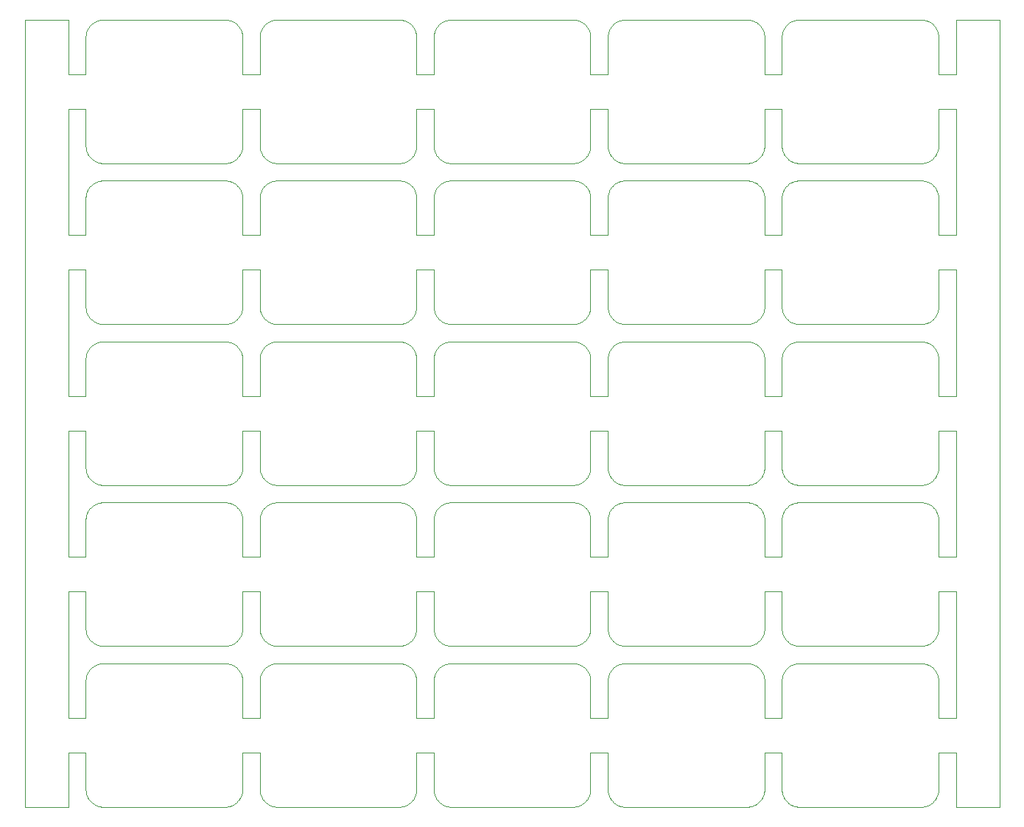
<source format=gm1>
%TF.GenerationSoftware,KiCad,Pcbnew,8.0.7*%
%TF.CreationDate,2025-01-05T21:54:17+08:00*%
%TF.ProjectId,u1-panelized,75312d70-616e-4656-9c69-7a65642e6b69,rev?*%
%TF.SameCoordinates,PX5836c38PY1312d00*%
%TF.FileFunction,Profile,NP*%
%FSLAX46Y46*%
G04 Gerber Fmt 4.6, Leading zero omitted, Abs format (unit mm)*
G04 Created by KiCad (PCBNEW 8.0.7) date 2025-01-05 21:54:17*
%MOMM*%
%LPD*%
G01*
G04 APERTURE LIST*
%TA.AperFunction,Profile*%
%ADD10C,0.100000*%
%TD*%
G04 APERTURE END LIST*
D10*
X89001000Y-18500000D02*
X88899701Y-18502566D01*
X48402273Y-91721D02*
X48306389Y-124495D01*
X103599726Y-74091721D02*
X103502305Y-74063845D01*
X104960059Y-20097402D02*
X104937154Y-19998694D01*
X28798663Y-18510261D02*
X28698144Y-18523063D01*
X27001000Y-80250000D02*
X26002000Y-80250000D01*
X48899701Y-2566D02*
X48798663Y-10261D01*
X104378933Y-15949585D02*
X104450585Y-15877933D01*
X26002000Y-28750000D02*
X27001000Y-28750000D01*
X65001000Y-2000000D02*
X64998433Y-1898701D01*
X64450585Y-71377933D02*
X64518516Y-71302744D01*
X8030396Y-53248693D02*
X8120211Y-53295609D01*
X104960059Y-14902597D02*
X104977936Y-14802855D01*
X107002000Y0D02*
X107002000Y-6250000D01*
X104518516Y-71302744D02*
X104582551Y-71224211D01*
X8899701Y-2566D02*
X8798663Y-10261D01*
X44225211Y-55918448D02*
X44143536Y-55858473D01*
X67623066Y-56050414D02*
X67551414Y-56122066D01*
X67776788Y-53081551D02*
X67858463Y-53141526D01*
X7252306Y-56529396D02*
X7205390Y-56619211D01*
X65001000Y-20500000D02*
X64998433Y-20398701D01*
X44642526Y-19357463D02*
X44582551Y-19275788D01*
X27858463Y-37358473D02*
X27776788Y-37418448D01*
X8598402Y-90459059D02*
X8698144Y-90476936D01*
X44642526Y-857463D02*
X44582551Y-775788D01*
X103001000Y-53500000D02*
X103102298Y-53497433D01*
X84796609Y-38119211D02*
X84749693Y-38029396D01*
X47483483Y-19197255D02*
X47419448Y-19275788D01*
X104698288Y-89557928D02*
X104749693Y-89470603D01*
X47698255Y-37482483D02*
X47623066Y-37550414D01*
X24937154Y-1498694D02*
X24909278Y-1401273D01*
X64378933Y-19050414D02*
X64303744Y-18982483D01*
X69001000Y-35000000D02*
X83001000Y-35000000D01*
X87024063Y-14802855D02*
X87041940Y-14902597D01*
X24698288Y-74942071D02*
X24642526Y-74857463D01*
X48698144Y-71976936D02*
X48798663Y-71989738D01*
X47003566Y-75898701D02*
X47001000Y-76000000D01*
X64303744Y-55982483D02*
X64225211Y-55918448D01*
X104749693Y-75029396D02*
X104698288Y-74942071D01*
X44977936Y-70302855D02*
X44990738Y-70202336D01*
X47011261Y-70202336D02*
X47024063Y-70302855D01*
X47003566Y-51601298D02*
X47011261Y-51702336D01*
X88698144Y-53476936D02*
X88798663Y-53489738D01*
X83881788Y-74204390D02*
X83789711Y-74162084D01*
X7041940Y-33402597D02*
X7064845Y-33501305D01*
X68402273Y-71908278D02*
X68499694Y-71936154D01*
X84990738Y-88702336D02*
X84998433Y-88601298D01*
X64582551Y-34224211D02*
X64642526Y-34142536D01*
X87041940Y-33402597D02*
X87064845Y-33501305D01*
X104909278Y-56901273D02*
X104876504Y-56805389D01*
X47011261Y-38797663D02*
X47003566Y-38898701D01*
X44582551Y-89724211D02*
X44642526Y-89642536D01*
X103789711Y-53337915D02*
X103881788Y-53295609D01*
X43303855Y-53476936D02*
X43403597Y-53459059D01*
X67001000Y-65750000D02*
X67001000Y-70000000D01*
X87252306Y-89470603D02*
X87303711Y-89557928D01*
X104642526Y-74857463D02*
X104582551Y-74775788D01*
X8212288Y-16337915D02*
X8306389Y-16375504D01*
X24796609Y-15380788D02*
X24838915Y-15288711D01*
X44642526Y-37857463D02*
X44582551Y-37775788D01*
X43695610Y-16375504D02*
X43789711Y-16337915D01*
X88402273Y-53408278D02*
X88499694Y-53436154D01*
X23203336Y-53489738D02*
X23303855Y-53476936D01*
X27011261Y-14702336D02*
X27024063Y-14802855D01*
X67001000Y-6250000D02*
X66002000Y-6250000D01*
X47698255Y-90017516D02*
X47776788Y-90081551D01*
X43599726Y-91721D02*
X43502305Y-63845D01*
X48212288Y-18662084D02*
X48120211Y-18704390D01*
X64642526Y-56357463D02*
X64582551Y-56275788D01*
X48698144Y-18523063D02*
X48598402Y-18540940D01*
X85001000Y-57500000D02*
X84998433Y-57398701D01*
X7205390Y-33880788D02*
X7252306Y-33970603D01*
X44303744Y-71517516D02*
X44378933Y-71449585D01*
X44876504Y-15194610D02*
X44909278Y-15098726D01*
X24378933Y-89949585D02*
X24450585Y-89877933D01*
X63881788Y-55704390D02*
X63789711Y-55662084D01*
X7551414Y-52877933D02*
X7623066Y-52949585D01*
X104518516Y-19197255D02*
X104450585Y-19122066D01*
X7092721Y-33598726D02*
X7125495Y-33694610D01*
X87623066Y-37550414D02*
X87551414Y-37622066D01*
X24450585Y-56122066D02*
X24378933Y-56050414D01*
X23599726Y-91721D02*
X23502305Y-63845D01*
X47125495Y-52194610D02*
X47163084Y-52288711D01*
X49001000Y-37000000D02*
X48899701Y-37002566D01*
X43502305Y-16436154D02*
X43599726Y-16408278D01*
X65001000Y-39000000D02*
X64998433Y-38898701D01*
X87483483Y-56197255D02*
X87419448Y-56275788D01*
X43203336Y-34989738D02*
X43303855Y-34976936D01*
X46002000Y-65750000D02*
X47001000Y-65750000D01*
X88698144Y-34976936D02*
X88798663Y-34989738D01*
X27041940Y-14902597D02*
X27064845Y-15001305D01*
X7001000Y-10250000D02*
X7001000Y-14500000D01*
X64796609Y-1119211D02*
X64749693Y-1029396D01*
X43102298Y-34997433D02*
X43203336Y-34989738D01*
X67943071Y-37302711D02*
X67858463Y-37358473D01*
X8598402Y-34959059D02*
X8698144Y-34976936D01*
X85001000Y-51500000D02*
X85001000Y-47250000D01*
X67252306Y-56529396D02*
X67205390Y-56619211D01*
X67041940Y-33402597D02*
X67064845Y-33501305D01*
X67064845Y-56998694D02*
X67041940Y-57097402D01*
X103881788Y-71795609D02*
X103971603Y-71748693D01*
X87001000Y-80250000D02*
X86002000Y-80250000D01*
X27483483Y-71302744D02*
X27551414Y-71377933D01*
X24960059Y-1597402D02*
X24937154Y-1498694D01*
X24143536Y-53141526D02*
X24225211Y-53081551D01*
X27163084Y-19711288D02*
X27125495Y-19805389D01*
X87001000Y-47250000D02*
X87001000Y-51500000D01*
X63599726Y-16408278D02*
X63695610Y-16375504D01*
X48798663Y-34989738D02*
X48899701Y-34997433D01*
X43881788Y-37204390D02*
X43789711Y-37162084D01*
X87041940Y-14902597D02*
X87064845Y-15001305D01*
X103102298Y-90497433D02*
X103203336Y-90489738D01*
X103403597Y-53459059D02*
X103502305Y-53436154D01*
X24303744Y-53017516D02*
X24378933Y-52949585D01*
X69001000Y-16500000D02*
X83001000Y-16500000D01*
X103001000Y0D02*
X89001000Y0D01*
X87003566Y-88601298D02*
X87011261Y-88702336D01*
X24998433Y-1898701D02*
X24990738Y-1797663D01*
X67483483Y-37697255D02*
X67419448Y-37775788D01*
X67776788Y-71581551D02*
X67858463Y-71641526D01*
X84225211Y-74418448D02*
X84143536Y-74358473D01*
X7001000Y-47250000D02*
X7001000Y-51500000D01*
X47064845Y-38498694D02*
X47041940Y-38597402D01*
X44990738Y-75797663D02*
X44977936Y-75697144D01*
X67011261Y-57297663D02*
X67003566Y-57398701D01*
X67024063Y-75697144D02*
X67011261Y-75797663D01*
X84058928Y-18802711D02*
X83971603Y-18751306D01*
X87303711Y-37942071D02*
X87252306Y-38029396D01*
X68499694Y-63845D02*
X68402273Y-91721D01*
X47064845Y-52001305D02*
X47092721Y-52098726D01*
X27092721Y-15098726D02*
X27125495Y-15194610D01*
X103599726Y-34908278D02*
X103695610Y-34875504D01*
X64909278Y-19901273D02*
X64876504Y-19805389D01*
X67003566Y-75898701D02*
X67001000Y-76000000D01*
X84960059Y-20097402D02*
X84937154Y-19998694D01*
X29001000Y-37000000D02*
X28899701Y-37002566D01*
X47858463Y-90141526D02*
X47943071Y-90197288D01*
X24998433Y-38898701D02*
X24990738Y-38797663D01*
X64058928Y-90197288D02*
X64143536Y-90141526D01*
X24937154Y-75498694D02*
X24909278Y-75401273D01*
X47163084Y-33788711D02*
X47205390Y-33880788D01*
X86002000Y-80250000D02*
X86000000Y-80250000D01*
X104749693Y-89470603D02*
X104796609Y-89380788D01*
X27776788Y-18918448D02*
X27698255Y-18982483D01*
X27303711Y-942071D02*
X27252306Y-1029396D01*
X47419448Y-71224211D02*
X47483483Y-71302744D01*
X103001000Y-37000000D02*
X89001000Y-37000000D01*
X68402273Y-55591721D02*
X68306389Y-55624495D01*
X27205390Y-15380788D02*
X27252306Y-15470603D01*
X84990738Y-20297663D02*
X84977936Y-20197144D01*
X87776788Y-90081551D02*
X87858463Y-90141526D01*
X28120211Y-34795609D02*
X28212288Y-34837915D01*
X84960059Y-1597402D02*
X84937154Y-1498694D01*
X24990738Y-38797663D02*
X24977936Y-38697144D01*
X84960059Y-51902597D02*
X84977936Y-51802855D01*
X63203336Y-74010261D02*
X63102298Y-74002566D01*
X84058928Y-302711D02*
X83971603Y-251306D01*
X44450585Y-74622066D02*
X44378933Y-74550414D01*
X67359473Y-89642536D02*
X67419448Y-89724211D01*
X67024063Y-51802855D02*
X67041940Y-51902597D01*
X47776788Y-74418448D02*
X47698255Y-74482483D01*
X83303855Y-23063D02*
X83203336Y-10261D01*
X83789711Y-74162084D02*
X83695610Y-74124495D01*
X64225211Y-53081551D02*
X64303744Y-53017516D01*
X84977936Y-33302855D02*
X84990738Y-33202336D01*
X47205390Y-15380788D02*
X47252306Y-15470603D01*
X24698288Y-89557928D02*
X24749693Y-89470603D01*
X27064845Y-56998694D02*
X27041940Y-57097402D01*
X5000000Y-80250000D02*
X5000000Y-65750000D01*
X66002000Y-10250000D02*
X67001000Y-10250000D01*
X27001000Y-65750000D02*
X27001000Y-70000000D01*
X9001000Y-16500000D02*
X23001000Y-16500000D01*
X43203336Y-16489738D02*
X43303855Y-16476936D01*
X104909278Y-19901273D02*
X104876504Y-19805389D01*
X103203336Y-18510261D02*
X103102298Y-18502566D01*
X104582551Y-89724211D02*
X104642526Y-89642536D01*
X63881788Y-53295609D02*
X63971603Y-53248693D01*
X28306389Y-55624495D02*
X28212288Y-55662084D01*
X67001000Y-88500000D02*
X67003566Y-88601298D01*
X7303711Y-15557928D02*
X7359473Y-15642536D01*
X103001000Y-16500000D02*
X103102298Y-16497433D01*
X104838915Y-52288711D02*
X104876504Y-52194610D01*
X47092721Y-56901273D02*
X47064845Y-56998694D01*
X87001000Y-10250000D02*
X87001000Y-14500000D01*
X27001000Y-24750000D02*
X26002000Y-24750000D01*
X23203336Y-55510261D02*
X23102298Y-55502566D01*
X87419448Y-52724211D02*
X87483483Y-52802744D01*
X29001000Y-55500000D02*
X28899701Y-55502566D01*
X83102298Y-90497433D02*
X83203336Y-90489738D01*
X23881788Y-74204390D02*
X23789711Y-74162084D01*
X64058928Y-302711D02*
X63971603Y-251306D01*
X7551414Y-56122066D02*
X7483483Y-56197255D01*
X48306389Y-55624495D02*
X48212288Y-55662084D01*
X23881788Y-71795609D02*
X23971603Y-71748693D01*
X47041940Y-70402597D02*
X47064845Y-70501305D01*
X28899701Y-74002566D02*
X28798663Y-74010261D01*
X47001000Y-88500000D02*
X47003566Y-88601298D01*
X8899701Y-16497433D02*
X9001000Y-16500000D01*
X63881788Y-90295609D02*
X63971603Y-90248693D01*
X29001000Y-72000000D02*
X43001000Y-72000000D01*
X67001000Y-24750000D02*
X66002000Y-24750000D01*
X65001000Y-43250000D02*
X65001000Y-39000000D01*
X7163084Y-38211288D02*
X7125495Y-38305389D01*
X103303855Y-16476936D02*
X103403597Y-16459059D01*
X65001000Y-33000000D02*
X65001000Y-28750000D01*
X24960059Y-88902597D02*
X24977936Y-88802855D01*
X65001000Y-14500000D02*
X65001000Y-10250000D01*
X47359473Y-89642536D02*
X47419448Y-89724211D01*
X27003566Y-57398701D02*
X27001000Y-57500000D01*
X63303855Y-37023063D02*
X63203336Y-37010261D01*
X63695610Y-18624495D02*
X63599726Y-18591721D01*
X103502305Y-71936154D02*
X103599726Y-71908278D01*
X68499694Y-55563845D02*
X68402273Y-55591721D01*
X8402273Y-91721D02*
X8306389Y-124495D01*
X104518516Y-74697255D02*
X104450585Y-74622066D01*
X8798663Y-74010261D02*
X8698144Y-74023063D01*
X47011261Y-14702336D02*
X47024063Y-14802855D01*
X87303711Y-19442071D02*
X87252306Y-19529396D01*
X84450585Y-19122066D02*
X84378933Y-19050414D01*
X23599726Y-16408278D02*
X23695610Y-16375504D01*
X43102298Y-90497433D02*
X43203336Y-90489738D01*
X8306389Y-18624495D02*
X8212288Y-18662084D01*
X8030396Y-37251306D02*
X7943071Y-37302711D01*
X24143536Y-71641526D02*
X24225211Y-71581551D01*
X27698255Y-90017516D02*
X27776788Y-90081551D01*
X27064845Y-38498694D02*
X27041940Y-38597402D01*
X67092721Y-70598726D02*
X67125495Y-70694610D01*
X24582551Y-34224211D02*
X24642526Y-34142536D01*
X44225211Y-16081551D02*
X44303744Y-16017516D01*
X44937154Y-56998694D02*
X44909278Y-56901273D01*
X23502305Y-55563845D02*
X23403597Y-55540940D01*
X28698144Y-71976936D02*
X28798663Y-71989738D01*
X84937154Y-56998694D02*
X84909278Y-56901273D01*
X43599726Y-34908278D02*
X43695610Y-34875504D01*
X47001000Y-20500000D02*
X47001000Y-24750000D01*
X68598402Y-37040940D02*
X68499694Y-37063845D01*
X44303744Y-90017516D02*
X44378933Y-89949585D01*
X9001000Y-18500000D02*
X8899701Y-18502566D01*
X83001000Y-72000000D02*
X83102298Y-71997433D01*
X64960059Y-33402597D02*
X64977936Y-33302855D01*
X27943071Y-53197288D02*
X28030396Y-53248693D01*
X44303744Y-34517516D02*
X44378933Y-34449585D01*
X26000000Y-43250000D02*
X25001000Y-43250000D01*
X7623066Y-550414D02*
X7551414Y-622066D01*
X86002000Y-61750000D02*
X86000000Y-61750000D01*
X27205390Y-70880788D02*
X27252306Y-70970603D01*
X87698255Y-34517516D02*
X87776788Y-34581551D01*
X67024063Y-1697144D02*
X67011261Y-1797663D01*
X104937154Y-70501305D02*
X104960059Y-70402597D01*
X7252306Y-52470603D02*
X7303711Y-52557928D01*
X48120211Y-71795609D02*
X48212288Y-71837915D01*
X7163084Y-33788711D02*
X7205390Y-33880788D01*
X24518516Y-89802744D02*
X24582551Y-89724211D01*
X67041940Y-88902597D02*
X67064845Y-89001305D01*
X64143536Y-18858473D02*
X64058928Y-18802711D01*
X8212288Y-55662084D02*
X8120211Y-55704390D01*
X44303744Y-16017516D02*
X44378933Y-15949585D01*
X67011261Y-75797663D02*
X67003566Y-75898701D01*
X44876504Y-56805389D02*
X44838915Y-56711288D01*
X27623066Y-19050414D02*
X27551414Y-19122066D01*
X83881788Y-53295609D02*
X83971603Y-53248693D01*
X44990738Y-70202336D02*
X44998433Y-70101298D01*
X84977936Y-20197144D02*
X84960059Y-20097402D01*
X48030396Y-18751306D02*
X47943071Y-18802711D01*
X84143536Y-358473D02*
X84058928Y-302711D01*
X88212288Y-37162084D02*
X88120211Y-37204390D01*
X64450585Y-15877933D02*
X64518516Y-15802744D01*
X44977936Y-20197144D02*
X44960059Y-20097402D01*
X104876504Y-33694610D02*
X104909278Y-33598726D01*
X27483483Y-74697255D02*
X27419448Y-74775788D01*
X86000000Y-61750000D02*
X85001000Y-61750000D01*
X103403597Y-40940D02*
X103303855Y-23063D01*
X47551414Y-19122066D02*
X47483483Y-19197255D01*
X24642526Y-857463D02*
X24582551Y-775788D01*
X88798663Y-16489738D02*
X88899701Y-16497433D01*
X83502305Y-34936154D02*
X83599726Y-34908278D01*
X7698255Y-90017516D02*
X7776788Y-90081551D01*
X7003566Y-38898701D02*
X7001000Y-39000000D01*
X47064845Y-19998694D02*
X47041940Y-20097402D01*
X44838915Y-75211288D02*
X44796609Y-75119211D01*
X83403597Y-71959059D02*
X83502305Y-71936154D01*
X83695610Y-55624495D02*
X83599726Y-55591721D01*
X63599726Y-34908278D02*
X63695610Y-34875504D01*
X44698288Y-52557928D02*
X44749693Y-52470603D01*
X44960059Y-51902597D02*
X44977936Y-51802855D01*
X88212288Y-55662084D02*
X88120211Y-55704390D01*
X28598402Y-53459059D02*
X28698144Y-53476936D01*
X43303855Y-90476936D02*
X43403597Y-90459059D01*
X83303855Y-37023063D02*
X83203336Y-37010261D01*
X104303744Y-37482483D02*
X104225211Y-37418448D01*
X66002000Y-24750000D02*
X66000000Y-24750000D01*
X87698255Y-74482483D02*
X87623066Y-74550414D01*
X67943071Y-34697288D02*
X68030396Y-34748693D01*
X48120211Y-90295609D02*
X48212288Y-90337915D01*
X47483483Y-15802744D02*
X47551414Y-15877933D01*
X44143536Y-90141526D02*
X44225211Y-90081551D01*
X47011261Y-1797663D02*
X47003566Y-1898701D01*
X27858463Y-53141526D02*
X27943071Y-53197288D01*
X23881788Y-18704390D02*
X23789711Y-18662084D01*
X83971603Y-37251306D02*
X83881788Y-37204390D01*
X8402273Y-71908278D02*
X8499694Y-71936154D01*
X105001000Y-10250000D02*
X107002000Y-10250000D01*
X64838915Y-33788711D02*
X64876504Y-33694610D01*
X28120211Y-90295609D02*
X28212288Y-90337915D01*
X84143536Y-71641526D02*
X84225211Y-71581551D01*
X89001000Y-35000000D02*
X103001000Y-35000000D01*
X88306389Y-74124495D02*
X88212288Y-74162084D01*
X43403597Y-74040940D02*
X43303855Y-74023063D01*
X63881788Y-204390D02*
X63789711Y-162084D01*
X28212288Y-18662084D02*
X28120211Y-18704390D01*
X88499694Y-63845D02*
X88402273Y-91721D01*
X8698144Y-55523063D02*
X8598402Y-55540940D01*
X8499694Y-37063845D02*
X8402273Y-37091721D01*
X43403597Y-90459059D02*
X43502305Y-90436154D01*
X88120211Y-90295609D02*
X88212288Y-90337915D01*
X64998433Y-88601298D02*
X65001000Y-88500000D01*
X88598402Y-40940D02*
X88499694Y-63845D01*
X104143536Y-55858473D02*
X104058928Y-55802711D01*
X27858463Y-71641526D02*
X27943071Y-71697288D01*
X104143536Y-37358473D02*
X104058928Y-37302711D01*
X7011261Y-14702336D02*
X7024063Y-14802855D01*
X65001000Y-65750000D02*
X66000000Y-65750000D01*
X64977936Y-14802855D02*
X64990738Y-14702336D01*
X24909278Y-19901273D02*
X24876504Y-19805389D01*
X44058928Y-37302711D02*
X43971603Y-37251306D01*
X68499694Y-37063845D02*
X68402273Y-37091721D01*
X63203336Y-16489738D02*
X63303855Y-16476936D01*
X67092721Y-38401273D02*
X67064845Y-38498694D01*
X103303855Y-74023063D02*
X103203336Y-74010261D01*
X24749693Y-38029396D02*
X24698288Y-37942071D01*
X64876504Y-15194610D02*
X64909278Y-15098726D01*
X5000000Y-10250000D02*
X7001000Y-10250000D01*
X87003566Y-75898701D02*
X87001000Y-76000000D01*
X68306389Y-16375504D02*
X68402273Y-16408278D01*
X84378933Y-37550414D02*
X84303744Y-37482483D01*
X27483483Y-697255D02*
X27419448Y-775788D01*
X7943071Y-16197288D02*
X8030396Y-16248693D01*
X84698288Y-15557928D02*
X84749693Y-15470603D01*
X87858463Y-53141526D02*
X87943071Y-53197288D01*
X67125495Y-89194610D02*
X67163084Y-89288711D01*
X64518516Y-697255D02*
X64450585Y-622066D01*
X87163084Y-38211288D02*
X87125495Y-38305389D01*
X64796609Y-52380788D02*
X64838915Y-52288711D01*
X28030396Y-16248693D02*
X28120211Y-16295609D01*
X7064845Y-89001305D02*
X7092721Y-89098726D01*
X68598402Y-55540940D02*
X68499694Y-55563845D01*
X24450585Y-34377933D02*
X24518516Y-34302744D01*
X24303744Y-18982483D02*
X24225211Y-18918448D01*
X84642526Y-34142536D02*
X84698288Y-34057928D01*
X64518516Y-89802744D02*
X64582551Y-89724211D01*
X87125495Y-15194610D02*
X87163084Y-15288711D01*
X64058928Y-18802711D02*
X63971603Y-18751306D01*
X68306389Y-18624495D02*
X68212288Y-18662084D01*
X8030396Y-71748693D02*
X8120211Y-71795609D01*
X83403597Y-74040940D02*
X83303855Y-74023063D01*
X27252306Y-15470603D02*
X27303711Y-15557928D01*
X83403597Y-18540940D02*
X83303855Y-18523063D01*
X24582551Y-15724211D02*
X24642526Y-15642536D01*
X64998433Y-33101298D02*
X65001000Y-33000000D01*
X27776788Y-418448D02*
X27698255Y-482483D01*
X67003566Y-51601298D02*
X67011261Y-51702336D01*
X27776788Y-16081551D02*
X27858463Y-16141526D01*
X65001000Y-6250000D02*
X65001000Y-2000000D01*
X67205390Y-33880788D02*
X67252306Y-33970603D01*
X104990738Y-1797663D02*
X104977936Y-1697144D01*
X103102298Y-53497433D02*
X103203336Y-53489738D01*
X85001000Y-80250000D02*
X85001000Y-76000000D01*
X27064845Y-33501305D02*
X27092721Y-33598726D01*
X67163084Y-52288711D02*
X67205390Y-52380788D01*
X43102298Y-2566D02*
X43001000Y0D01*
X87303711Y-74942071D02*
X87252306Y-75029396D01*
X23971603Y-71748693D02*
X24058928Y-71697288D01*
X43102298Y-74002566D02*
X43001000Y-74000000D01*
X63001000Y-37000000D02*
X49001000Y-37000000D01*
X104698288Y-19442071D02*
X104642526Y-19357463D01*
X27092721Y-33598726D02*
X27125495Y-33694610D01*
X7011261Y-57297663D02*
X7003566Y-57398701D01*
X8899701Y-34997433D02*
X9001000Y-35000000D01*
X63403597Y-34959059D02*
X63502305Y-34936154D01*
X44990738Y-20297663D02*
X44977936Y-20197144D01*
X46002000Y-47250000D02*
X47001000Y-47250000D01*
X28402273Y-53408278D02*
X28499694Y-53436154D01*
X84838915Y-89288711D02*
X84876504Y-89194610D01*
X26002000Y-43250000D02*
X26000000Y-43250000D01*
X67163084Y-15288711D02*
X67205390Y-15380788D01*
X7041940Y-20097402D02*
X7024063Y-20197144D01*
X44960059Y-33402597D02*
X44977936Y-33302855D01*
X28402273Y-34908278D02*
X28499694Y-34936154D01*
X63303855Y-74023063D02*
X63203336Y-74010261D01*
X27092721Y-19901273D02*
X27064845Y-19998694D01*
X23695610Y-34875504D02*
X23789711Y-34837915D01*
X7041940Y-57097402D02*
X7024063Y-57197144D01*
X23881788Y-55704390D02*
X23789711Y-55662084D01*
X44876504Y-89194610D02*
X44909278Y-89098726D01*
X7001000Y-88500000D02*
X7003566Y-88601298D01*
X28899701Y-2566D02*
X28798663Y-10261D01*
X63789711Y-74162084D02*
X63695610Y-74124495D01*
X67551414Y-15877933D02*
X67623066Y-15949585D01*
X104960059Y-33402597D02*
X104977936Y-33302855D01*
X87001000Y-88500000D02*
X87003566Y-88601298D01*
X104450585Y-89877933D02*
X104518516Y-89802744D01*
X27303711Y-34057928D02*
X27359473Y-34142536D01*
X27003566Y-70101298D02*
X27011261Y-70202336D01*
X44749693Y-75029396D02*
X44698288Y-74942071D01*
X104876504Y-75305389D02*
X104838915Y-75211288D01*
X87041940Y-88902597D02*
X87064845Y-89001305D01*
X44450585Y-71377933D02*
X44518516Y-71302744D01*
X43203336Y-74010261D02*
X43102298Y-74002566D01*
X68402273Y-34908278D02*
X68499694Y-34936154D01*
X24378933Y-34449585D02*
X24450585Y-34377933D01*
X86000000Y-65750000D02*
X86002000Y-65750000D01*
X103789711Y-16337915D02*
X103881788Y-16295609D01*
X87125495Y-56805389D02*
X87092721Y-56901273D01*
X5000000Y-65750000D02*
X7001000Y-65750000D01*
X83102298Y-37002566D02*
X83001000Y-37000000D01*
X7011261Y-20297663D02*
X7003566Y-20398701D01*
X87303711Y-942071D02*
X87252306Y-1029396D01*
X44937154Y-70501305D02*
X44960059Y-70402597D01*
X84990738Y-1797663D02*
X84977936Y-1697144D01*
X84518516Y-34302744D02*
X84582551Y-34224211D01*
X49001000Y-18500000D02*
X48899701Y-18502566D01*
X83203336Y-37010261D02*
X83102298Y-37002566D01*
X87359473Y-74857463D02*
X87303711Y-74942071D01*
X83599726Y-53408278D02*
X83695610Y-53375504D01*
X8030396Y-90248693D02*
X8120211Y-90295609D01*
X87001000Y-57500000D02*
X87001000Y-61750000D01*
X83001000Y-16500000D02*
X83102298Y-16497433D01*
X87776788Y-418448D02*
X87698255Y-482483D01*
X7359473Y-37857463D02*
X7303711Y-37942071D01*
X64977936Y-70302855D02*
X64990738Y-70202336D01*
X24998433Y-88601298D02*
X25001000Y-88500000D01*
X7858463Y-37358473D02*
X7776788Y-37418448D01*
X28899701Y-71997433D02*
X29001000Y-72000000D01*
X47623066Y-71449585D02*
X47698255Y-71517516D01*
X67698255Y-74482483D02*
X67623066Y-74550414D01*
X7858463Y-71641526D02*
X7943071Y-71697288D01*
X23403597Y-90459059D02*
X23502305Y-90436154D01*
X7359473Y-89642536D02*
X7419448Y-89724211D01*
X85001000Y-14500000D02*
X85001000Y-10250000D01*
X87205390Y-52380788D02*
X87252306Y-52470603D01*
X84990738Y-57297663D02*
X84977936Y-57197144D01*
X104937154Y-75498694D02*
X104909278Y-75401273D01*
X27003566Y-33101298D02*
X27011261Y-33202336D01*
X63102298Y-34997433D02*
X63203336Y-34989738D01*
X68120211Y-55704390D02*
X68030396Y-55751306D01*
X7001000Y-2000000D02*
X7001000Y-6250000D01*
X27698255Y-53017516D02*
X27776788Y-53081551D01*
X88402273Y-91721D02*
X88306389Y-124495D01*
X7623066Y-19050414D02*
X7551414Y-19122066D01*
X84977936Y-75697144D02*
X84960059Y-75597402D01*
X25001000Y-61750000D02*
X25001000Y-57500000D01*
X87003566Y-1898701D02*
X87001000Y-2000000D01*
X104749693Y-56529396D02*
X104698288Y-56442071D01*
X24143536Y-37358473D02*
X24058928Y-37302711D01*
X44698288Y-942071D02*
X44642526Y-857463D01*
X63599726Y-74091721D02*
X63502305Y-74063845D01*
X64876504Y-56805389D02*
X64838915Y-56711288D01*
X23971603Y-251306D02*
X23881788Y-204390D01*
X8698144Y-37023063D02*
X8598402Y-37040940D01*
X48306389Y-34875504D02*
X48402273Y-34908278D01*
X87125495Y-89194610D02*
X87163084Y-89288711D01*
X68030396Y-34748693D02*
X68120211Y-34795609D01*
X87943071Y-90197288D02*
X88030396Y-90248693D01*
X44796609Y-56619211D02*
X44749693Y-56529396D01*
X27125495Y-38305389D02*
X27092721Y-38401273D01*
X7024063Y-88802855D02*
X7041940Y-88902597D01*
X45001000Y-61750000D02*
X45001000Y-57500000D01*
X7776788Y-18918448D02*
X7698255Y-18982483D01*
X64698288Y-56442071D02*
X64642526Y-56357463D01*
X44749693Y-70970603D02*
X44796609Y-70880788D01*
X27483483Y-56197255D02*
X27419448Y-56275788D01*
X87024063Y-51802855D02*
X87041940Y-51902597D01*
X44143536Y-34641526D02*
X44225211Y-34581551D01*
X103102298Y-74002566D02*
X103001000Y-74000000D01*
X85001000Y-84250000D02*
X86000000Y-84250000D01*
X103102298Y-34997433D02*
X103203336Y-34989738D01*
X43502305Y-37063845D02*
X43403597Y-37040940D01*
X67001000Y-51500000D02*
X67003566Y-51601298D01*
X47024063Y-70302855D02*
X47041940Y-70402597D01*
X28306389Y-90375504D02*
X28402273Y-90408278D01*
X86002000Y-65750000D02*
X87001000Y-65750000D01*
X104058928Y-34697288D02*
X104143536Y-34641526D01*
X43971603Y-251306D02*
X43881788Y-204390D01*
X84909278Y-52098726D02*
X84937154Y-52001305D01*
X104990738Y-20297663D02*
X104977936Y-20197144D01*
X7943071Y-90197288D02*
X8030396Y-90248693D01*
X88798663Y-71989738D02*
X88899701Y-71997433D01*
X27858463Y-18858473D02*
X27776788Y-18918448D01*
X8499694Y-63845D02*
X8402273Y-91721D01*
X24058928Y-34697288D02*
X24143536Y-34641526D01*
X67001000Y-20500000D02*
X67001000Y-24750000D01*
X68899701Y-18502566D02*
X68798663Y-18510261D01*
X23695610Y-55624495D02*
X23599726Y-55591721D01*
X63502305Y-74063845D02*
X63403597Y-74040940D01*
X84998433Y-20398701D02*
X84990738Y-20297663D01*
X9001000Y-72000000D02*
X23001000Y-72000000D01*
X28598402Y-37040940D02*
X28499694Y-37063845D01*
X24876504Y-56805389D02*
X24838915Y-56711288D01*
X87001000Y-65750000D02*
X87001000Y-70000000D01*
X87858463Y-18858473D02*
X87776788Y-18918448D01*
X24876504Y-15194610D02*
X24909278Y-15098726D01*
X23001000Y0D02*
X9001000Y0D01*
X28598402Y-55540940D02*
X28499694Y-55563845D01*
X84838915Y-52288711D02*
X84876504Y-52194610D01*
X7698255Y-34517516D02*
X7776788Y-34581551D01*
X27163084Y-56711288D02*
X27125495Y-56805389D01*
X104909278Y-52098726D02*
X104937154Y-52001305D01*
X47359473Y-71142536D02*
X47419448Y-71224211D01*
X8798663Y-16489738D02*
X8899701Y-16497433D01*
X84378933Y-19050414D02*
X84303744Y-18982483D01*
X7776788Y-53081551D02*
X7858463Y-53141526D01*
X104749693Y-38029396D02*
X104698288Y-37942071D01*
X27205390Y-19619211D02*
X27163084Y-19711288D01*
X105001000Y-51500000D02*
X105001000Y-47250000D01*
X64518516Y-74697255D02*
X64450585Y-74622066D01*
X86000000Y-80250000D02*
X85001000Y-80250000D01*
X28798663Y-71989738D02*
X28899701Y-71997433D01*
X84990738Y-14702336D02*
X84998433Y-14601298D01*
X23789711Y-53337915D02*
X23881788Y-53295609D01*
X43789711Y-71837915D02*
X43881788Y-71795609D01*
X104998433Y-1898701D02*
X104990738Y-1797663D01*
X44838915Y-89288711D02*
X44876504Y-89194610D01*
X44937154Y-38498694D02*
X44909278Y-38401273D01*
X67359473Y-857463D02*
X67303711Y-942071D01*
X104960059Y-51902597D02*
X104977936Y-51802855D01*
X83001000Y-53500000D02*
X83102298Y-53497433D01*
X66002000Y-43250000D02*
X66000000Y-43250000D01*
X44909278Y-52098726D02*
X44937154Y-52001305D01*
X64303744Y-482483D02*
X64225211Y-418448D01*
X44937154Y-15001305D02*
X44960059Y-14902597D01*
X103403597Y-18540940D02*
X103303855Y-18523063D01*
X64642526Y-15642536D02*
X64698288Y-15557928D01*
X43695610Y-55624495D02*
X43599726Y-55591721D01*
X88698144Y-90476936D02*
X88798663Y-90489738D01*
X24303744Y-55982483D02*
X24225211Y-55918448D01*
X86002000Y-43250000D02*
X86000000Y-43250000D01*
X64058928Y-55802711D02*
X63971603Y-55751306D01*
X28212288Y-90337915D02*
X28306389Y-90375504D01*
X28499694Y-18563845D02*
X28402273Y-18591721D01*
X44796609Y-1119211D02*
X44749693Y-1029396D01*
X44960059Y-38597402D02*
X44937154Y-38498694D01*
X28030396Y-74251306D02*
X27943071Y-74302711D01*
X47092721Y-89098726D02*
X47125495Y-89194610D01*
X64698288Y-942071D02*
X64642526Y-857463D01*
X27483483Y-19197255D02*
X27419448Y-19275788D01*
X28306389Y-53375504D02*
X28402273Y-53408278D01*
X64642526Y-19357463D02*
X64582551Y-19275788D01*
X48402273Y-71908278D02*
X48499694Y-71936154D01*
X28698144Y-37023063D02*
X28598402Y-37040940D01*
X103403597Y-90459059D02*
X103502305Y-90436154D01*
X103971603Y-53248693D02*
X104058928Y-53197288D01*
X105001000Y-39000000D02*
X104998433Y-38898701D01*
X27419448Y-19275788D02*
X27359473Y-19357463D01*
X84749693Y-15470603D02*
X84796609Y-15380788D01*
X7003566Y-75898701D02*
X7001000Y-76000000D01*
X27776788Y-90081551D02*
X27858463Y-90141526D01*
X67163084Y-33788711D02*
X67205390Y-33880788D01*
X24998433Y-75898701D02*
X24990738Y-75797663D01*
X7419448Y-52724211D02*
X7483483Y-52802744D01*
X27041940Y-33402597D02*
X27064845Y-33501305D01*
X44876504Y-19805389D02*
X44838915Y-19711288D01*
X64960059Y-88902597D02*
X64977936Y-88802855D01*
X104582551Y-775788D02*
X104518516Y-697255D01*
X46000000Y-10250000D02*
X46002000Y-10250000D01*
X84698288Y-942071D02*
X84642526Y-857463D01*
X63203336Y-37010261D02*
X63102298Y-37002566D01*
X84937154Y-19998694D02*
X84909278Y-19901273D01*
X27252306Y-56529396D02*
X27205390Y-56619211D01*
X47011261Y-33202336D02*
X47024063Y-33302855D01*
X44642526Y-74857463D02*
X44582551Y-74775788D01*
X104378933Y-19050414D02*
X104303744Y-18982483D01*
X104582551Y-56275788D02*
X104518516Y-56197255D01*
X7064845Y-56998694D02*
X7041940Y-57097402D01*
X7698255Y-18982483D02*
X7623066Y-19050414D01*
X27943071Y-34697288D02*
X28030396Y-34748693D01*
X44998433Y-57398701D02*
X44990738Y-57297663D01*
X104977936Y-38697144D02*
X104960059Y-38597402D01*
X23001000Y-37000000D02*
X9001000Y-37000000D01*
X68306389Y-124495D02*
X68212288Y-162084D01*
X28306389Y-16375504D02*
X28402273Y-16408278D01*
X47163084Y-1211288D02*
X47125495Y-1305389D01*
X7064845Y-1498694D02*
X7041940Y-1597402D01*
X68306389Y-34875504D02*
X68402273Y-34908278D01*
X88030396Y-37251306D02*
X87943071Y-37302711D01*
X87483483Y-71302744D02*
X87551414Y-71377933D01*
X47698255Y-34517516D02*
X47776788Y-34581551D01*
X23789711Y-71837915D02*
X23881788Y-71795609D01*
X23403597Y-18540940D02*
X23303855Y-18523063D01*
X64698288Y-52557928D02*
X64749693Y-52470603D01*
X84698288Y-74942071D02*
X84642526Y-74857463D01*
X24876504Y-89194610D02*
X24909278Y-89098726D01*
X64998433Y-14601298D02*
X65001000Y-14500000D01*
X23203336Y-34989738D02*
X23303855Y-34976936D01*
X66000000Y-47250000D02*
X66002000Y-47250000D01*
X48212288Y-162084D02*
X48120211Y-204390D01*
X103695610Y-55624495D02*
X103599726Y-55591721D01*
X27776788Y-37418448D02*
X27698255Y-37482483D01*
X48499694Y-90436154D02*
X48598402Y-90459059D01*
X103102298Y-37002566D02*
X103001000Y-37000000D01*
X87163084Y-89288711D02*
X87205390Y-89380788D01*
X8030396Y-16248693D02*
X8120211Y-16295609D01*
X43971603Y-37251306D02*
X43881788Y-37204390D01*
X107002000Y-43250000D02*
X105001000Y-43250000D01*
X103502305Y-53436154D02*
X103599726Y-53408278D01*
X27419448Y-56275788D02*
X27359473Y-56357463D01*
X103881788Y-74204390D02*
X103789711Y-74162084D01*
X27419448Y-52724211D02*
X27483483Y-52802744D01*
X67205390Y-19619211D02*
X67163084Y-19711288D01*
X104749693Y-70970603D02*
X104796609Y-70880788D01*
X43102298Y-55502566D02*
X43001000Y-55500000D01*
X23203336Y-71989738D02*
X23303855Y-71976936D01*
X67551414Y-89877933D02*
X67623066Y-89949585D01*
X67858463Y-71641526D02*
X67943071Y-71697288D01*
X28402273Y-37091721D02*
X28306389Y-37124495D01*
X43971603Y-90248693D02*
X44058928Y-90197288D01*
X28698144Y-18523063D02*
X28598402Y-18540940D01*
X7551414Y-89877933D02*
X7623066Y-89949585D01*
X104225211Y-55918448D02*
X104143536Y-55858473D01*
X47943071Y-18802711D02*
X47858463Y-18858473D01*
X84582551Y-34224211D02*
X84642526Y-34142536D01*
X104977936Y-1697144D02*
X104960059Y-1597402D01*
X25001000Y-10250000D02*
X26000000Y-10250000D01*
X64990738Y-75797663D02*
X64977936Y-75697144D01*
X67359473Y-56357463D02*
X67303711Y-56442071D01*
X28798663Y-53489738D02*
X28899701Y-53497433D01*
X83502305Y-63845D02*
X83403597Y-40940D01*
X27858463Y-74358473D02*
X27776788Y-74418448D01*
X25001000Y-51500000D02*
X25001000Y-47250000D01*
X84225211Y-18918448D02*
X84143536Y-18858473D01*
X63971603Y-37251306D02*
X63881788Y-37204390D01*
X83881788Y-34795609D02*
X83971603Y-34748693D01*
X67623066Y-89949585D02*
X67698255Y-90017516D01*
X87303711Y-15557928D02*
X87359473Y-15642536D01*
X63599726Y-71908278D02*
X63695610Y-71875504D01*
X48120211Y-204390D02*
X48030396Y-251306D01*
X7776788Y-16081551D02*
X7858463Y-16141526D01*
X44838915Y-19711288D02*
X44796609Y-19619211D01*
X67163084Y-38211288D02*
X67125495Y-38305389D01*
X66002000Y-6250000D02*
X66000000Y-6250000D01*
X67001000Y-70000000D02*
X67003566Y-70101298D01*
X47003566Y-1898701D02*
X47001000Y-2000000D01*
X103001000Y-90500000D02*
X103102298Y-90497433D01*
X47092721Y-38401273D02*
X47064845Y-38498694D01*
X68306389Y-53375504D02*
X68402273Y-53408278D01*
X23695610Y-71875504D02*
X23789711Y-71837915D01*
X64303744Y-74482483D02*
X64225211Y-74418448D01*
X83971603Y-34748693D02*
X84058928Y-34697288D01*
X64998433Y-75898701D02*
X64990738Y-75797663D01*
X44796609Y-19619211D02*
X44749693Y-19529396D01*
X45001000Y-10250000D02*
X46000000Y-10250000D01*
X84303744Y-37482483D02*
X84225211Y-37418448D01*
X27011261Y-70202336D02*
X27024063Y-70302855D01*
X23971603Y-53248693D02*
X24058928Y-53197288D01*
X104838915Y-1211288D02*
X104796609Y-1119211D01*
X86002000Y-47250000D02*
X87001000Y-47250000D01*
X27252306Y-19529396D02*
X27205390Y-19619211D01*
X23599726Y-18591721D02*
X23502305Y-18563845D01*
X27064845Y-1498694D02*
X27041940Y-1597402D01*
X43203336Y-53489738D02*
X43303855Y-53476936D01*
X104143536Y-34641526D02*
X104225211Y-34581551D01*
X47001000Y-28750000D02*
X47001000Y-33000000D01*
X84642526Y-71142536D02*
X84698288Y-71057928D01*
X68120211Y-71795609D02*
X68212288Y-71837915D01*
X83203336Y-71989738D02*
X83303855Y-71976936D01*
X27125495Y-19805389D02*
X27092721Y-19901273D01*
X87092721Y-56901273D02*
X87064845Y-56998694D01*
X68212288Y-55662084D02*
X68120211Y-55704390D01*
X7252306Y-75029396D02*
X7205390Y-75119211D01*
X23695610Y-90375504D02*
X23789711Y-90337915D01*
X45001000Y-14500000D02*
X45001000Y-10250000D01*
X27943071Y-18802711D02*
X27858463Y-18858473D01*
X66000000Y-10250000D02*
X66002000Y-10250000D01*
X46000000Y-61750000D02*
X45001000Y-61750000D01*
X64909278Y-15098726D02*
X64937154Y-15001305D01*
X25001000Y-6250000D02*
X25001000Y-2000000D01*
X86002000Y-10250000D02*
X87001000Y-10250000D01*
X28030396Y-71748693D02*
X28120211Y-71795609D01*
X27551414Y-56122066D02*
X27483483Y-56197255D01*
X48499694Y-37063845D02*
X48402273Y-37091721D01*
X63502305Y-34936154D02*
X63599726Y-34908278D01*
X24225211Y-71581551D02*
X24303744Y-71517516D01*
X27303711Y-37942071D02*
X27252306Y-38029396D01*
X7001000Y-84250000D02*
X7001000Y-88500000D01*
X64998433Y-51601298D02*
X65001000Y-51500000D01*
X84876504Y-89194610D02*
X84909278Y-89098726D01*
X47011261Y-57297663D02*
X47003566Y-57398701D01*
X28798663Y-55510261D02*
X28698144Y-55523063D01*
X68306389Y-71875504D02*
X68402273Y-71908278D01*
X27024063Y-38697144D02*
X27011261Y-38797663D01*
X48402273Y-34908278D02*
X48499694Y-34936154D01*
X64977936Y-20197144D02*
X64960059Y-20097402D01*
X44838915Y-38211288D02*
X44796609Y-38119211D01*
X63971603Y-16248693D02*
X64058928Y-16197288D01*
X24838915Y-19711288D02*
X24796609Y-19619211D01*
X87001000Y-43250000D02*
X86002000Y-43250000D01*
X87003566Y-70101298D02*
X87011261Y-70202336D01*
X47041940Y-88902597D02*
X47064845Y-89001305D01*
X44225211Y-74418448D02*
X44143536Y-74358473D01*
X67163084Y-70788711D02*
X67205390Y-70880788D01*
X63881788Y-16295609D02*
X63971603Y-16248693D01*
X88798663Y-18510261D02*
X88698144Y-18523063D01*
X24909278Y-33598726D02*
X24937154Y-33501305D01*
X44518516Y-19197255D02*
X44450585Y-19122066D01*
X8306389Y-124495D02*
X8212288Y-162084D01*
X64998433Y-70101298D02*
X65001000Y-70000000D01*
X84225211Y-418448D02*
X84143536Y-358473D01*
X23403597Y-53459059D02*
X23502305Y-53436154D01*
X24838915Y-52288711D02*
X24876504Y-52194610D01*
X104876504Y-15194610D02*
X104909278Y-15098726D01*
X87623066Y-56050414D02*
X87551414Y-56122066D01*
X84450585Y-15877933D02*
X84518516Y-15802744D01*
X104582551Y-37775788D02*
X104518516Y-37697255D01*
X47024063Y-38697144D02*
X47011261Y-38797663D01*
X48899701Y-74002566D02*
X48798663Y-74010261D01*
X27551414Y-74622066D02*
X27483483Y-74697255D01*
X84058928Y-34697288D02*
X84143536Y-34641526D01*
X24998433Y-20398701D02*
X24990738Y-20297663D01*
X64450585Y-74622066D02*
X64378933Y-74550414D01*
X47125495Y-56805389D02*
X47092721Y-56901273D01*
X48598402Y-18540940D02*
X48499694Y-18563845D01*
X63695610Y-124495D02*
X63599726Y-91721D01*
X7551414Y-622066D02*
X7483483Y-697255D01*
X68598402Y-16459059D02*
X68698144Y-16476936D01*
X68212288Y-18662084D02*
X68120211Y-18704390D01*
X23403597Y-16459059D02*
X23502305Y-16436154D01*
X26002000Y-84250000D02*
X27001000Y-84250000D01*
X63403597Y-53459059D02*
X63502305Y-53436154D01*
X104642526Y-56357463D02*
X104582551Y-56275788D01*
X26000000Y-24750000D02*
X25001000Y-24750000D01*
X45001000Y-84250000D02*
X46000000Y-84250000D01*
X104876504Y-52194610D02*
X104909278Y-52098726D01*
X8499694Y-55563845D02*
X8402273Y-55591721D01*
X104058928Y-18802711D02*
X103971603Y-18751306D01*
X28402273Y-71908278D02*
X28499694Y-71936154D01*
X63881788Y-34795609D02*
X63971603Y-34748693D01*
X68698144Y-16476936D02*
X68798663Y-16489738D01*
X27359473Y-857463D02*
X27303711Y-942071D01*
X48598402Y-37040940D02*
X48499694Y-37063845D01*
X47858463Y-37358473D02*
X47776788Y-37418448D01*
X27011261Y-20297663D02*
X27003566Y-20398701D01*
X28306389Y-34875504D02*
X28402273Y-34908278D01*
X7776788Y-37418448D02*
X7698255Y-37482483D01*
X44698288Y-37942071D02*
X44642526Y-37857463D01*
X44960059Y-20097402D02*
X44937154Y-19998694D01*
X23102298Y-18502566D02*
X23001000Y-18500000D01*
X64143536Y-55858473D02*
X64058928Y-55802711D01*
X87011261Y-57297663D02*
X87003566Y-57398701D01*
X7041940Y-14902597D02*
X7064845Y-15001305D01*
X104303744Y-16017516D02*
X104378933Y-15949585D01*
X24796609Y-33880788D02*
X24838915Y-33788711D01*
X46002000Y-24750000D02*
X46000000Y-24750000D01*
X83881788Y-18704390D02*
X83789711Y-18662084D01*
X103599726Y-71908278D02*
X103695610Y-71875504D01*
X46000000Y-47250000D02*
X46002000Y-47250000D01*
X84450585Y-34377933D02*
X84518516Y-34302744D01*
X44990738Y-33202336D02*
X44998433Y-33101298D01*
X27623066Y-71449585D02*
X27698255Y-71517516D01*
X88402273Y-74091721D02*
X88306389Y-74124495D01*
X23971603Y-37251306D02*
X23881788Y-37204390D01*
X65001000Y-76000000D02*
X64998433Y-75898701D01*
X67419448Y-56275788D02*
X67359473Y-56357463D01*
X28120211Y-204390D02*
X28030396Y-251306D01*
X88598402Y-34959059D02*
X88698144Y-34976936D01*
X25001000Y-70000000D02*
X25001000Y-65750000D01*
X63502305Y-90436154D02*
X63599726Y-90408278D01*
X44450585Y-15877933D02*
X44518516Y-15802744D01*
X24642526Y-89642536D02*
X24698288Y-89557928D01*
X87551414Y-622066D02*
X87483483Y-697255D01*
X47003566Y-57398701D02*
X47001000Y-57500000D01*
X24143536Y-90141526D02*
X24225211Y-90081551D01*
X48306389Y-18624495D02*
X48212288Y-18662084D01*
X104058928Y-37302711D02*
X103971603Y-37251306D01*
X68306389Y-74124495D02*
X68212288Y-74162084D01*
X48899701Y-90497433D02*
X49001000Y-90500000D01*
X44225211Y-18918448D02*
X44143536Y-18858473D01*
X64143536Y-53141526D02*
X64225211Y-53081551D01*
X47001000Y-33000000D02*
X47003566Y-33101298D01*
X23102298Y-2566D02*
X23001000Y0D01*
X27551414Y-52877933D02*
X27623066Y-52949585D01*
X88899701Y-74002566D02*
X88798663Y-74010261D01*
X64582551Y-71224211D02*
X64642526Y-71142536D01*
X44796609Y-15380788D02*
X44838915Y-15288711D01*
X103881788Y-53295609D02*
X103971603Y-53248693D01*
X69001000Y-72000000D02*
X83001000Y-72000000D01*
X67092721Y-52098726D02*
X67125495Y-52194610D01*
X63502305Y-18563845D02*
X63403597Y-18540940D01*
X29001000Y-90500000D02*
X43001000Y-90500000D01*
X47252306Y-15470603D02*
X47303711Y-15557928D01*
X24977936Y-51802855D02*
X24990738Y-51702336D01*
X47623066Y-56050414D02*
X47551414Y-56122066D01*
X0Y0D02*
X0Y-90500000D01*
X63102298Y-55502566D02*
X63001000Y-55500000D01*
X87551414Y-19122066D02*
X87483483Y-19197255D01*
X84303744Y-53017516D02*
X84378933Y-52949585D01*
X7024063Y-20197144D02*
X7011261Y-20297663D01*
X68402273Y-37091721D02*
X68306389Y-37124495D01*
X7419448Y-56275788D02*
X7359473Y-56357463D01*
X27001000Y-2000000D02*
X27001000Y-6250000D01*
X24838915Y-1211288D02*
X24796609Y-1119211D01*
X103203336Y-90489738D02*
X103303855Y-90476936D01*
X87419448Y-37775788D02*
X87359473Y-37857463D01*
X87483483Y-15802744D02*
X87551414Y-15877933D01*
X87252306Y-75029396D02*
X87205390Y-75119211D01*
X84450585Y-56122066D02*
X84378933Y-56050414D01*
X24058928Y-90197288D02*
X24143536Y-90141526D01*
X103881788Y-55704390D02*
X103789711Y-55662084D01*
X47943071Y-71697288D02*
X48030396Y-71748693D01*
X27303711Y-52557928D02*
X27359473Y-52642536D01*
X47303711Y-56442071D02*
X47252306Y-56529396D01*
X24749693Y-75029396D02*
X24698288Y-74942071D01*
X7024063Y-75697144D02*
X7011261Y-75797663D01*
X88698144Y-37023063D02*
X88598402Y-37040940D01*
X8598402Y-53459059D02*
X8698144Y-53476936D01*
X87776788Y-55918448D02*
X87698255Y-55982483D01*
X47125495Y-19805389D02*
X47092721Y-19901273D01*
X46002000Y-43250000D02*
X46000000Y-43250000D01*
X45001000Y-51500000D02*
X45001000Y-47250000D01*
X64749693Y-38029396D02*
X64698288Y-37942071D01*
X87024063Y-38697144D02*
X87011261Y-38797663D01*
X8499694Y-34936154D02*
X8598402Y-34959059D01*
X83881788Y-55704390D02*
X83789711Y-55662084D01*
X104796609Y-89380788D02*
X104838915Y-89288711D01*
X83599726Y-74091721D02*
X83502305Y-74063845D01*
X47419448Y-89724211D02*
X47483483Y-89802744D01*
X44225211Y-90081551D02*
X44303744Y-90017516D01*
X63971603Y-251306D02*
X63881788Y-204390D01*
X104225211Y-18918448D02*
X104143536Y-18858473D01*
X47205390Y-33880788D02*
X47252306Y-33970603D01*
X64518516Y-15802744D02*
X64582551Y-15724211D01*
X27092721Y-70598726D02*
X27125495Y-70694610D01*
X28120211Y-18704390D02*
X28030396Y-18751306D01*
X104058928Y-55802711D02*
X103971603Y-55751306D01*
X27359473Y-71142536D02*
X27419448Y-71224211D01*
X87064845Y-56998694D02*
X87041940Y-57097402D01*
X87064845Y-38498694D02*
X87041940Y-38597402D01*
X84378933Y-89949585D02*
X84450585Y-89877933D01*
X27776788Y-71581551D02*
X27858463Y-71641526D01*
X47001000Y-80250000D02*
X46002000Y-80250000D01*
X64876504Y-75305389D02*
X64838915Y-75211288D01*
X87303711Y-52557928D02*
X87359473Y-52642536D01*
X8698144Y-90476936D02*
X8798663Y-90489738D01*
X104977936Y-57197144D02*
X104960059Y-57097402D01*
X23403597Y-40940D02*
X23303855Y-23063D01*
X28798663Y-34989738D02*
X28899701Y-34997433D01*
X87252306Y-52470603D02*
X87303711Y-52557928D01*
X7064845Y-33501305D02*
X7092721Y-33598726D01*
X84378933Y-34449585D02*
X84450585Y-34377933D01*
X67003566Y-1898701D02*
X67001000Y-2000000D01*
X43303855Y-71976936D02*
X43403597Y-71959059D01*
X87041940Y-20097402D02*
X87024063Y-20197144D01*
X47776788Y-55918448D02*
X47698255Y-55982483D01*
X47623066Y-550414D02*
X47551414Y-622066D01*
X7064845Y-19998694D02*
X7041940Y-20097402D01*
X7163084Y-1211288D02*
X7125495Y-1305389D01*
X63695610Y-53375504D02*
X63789711Y-53337915D01*
X44642526Y-89642536D02*
X44698288Y-89557928D01*
X7303711Y-942071D02*
X7252306Y-1029396D01*
X103599726Y-91721D02*
X103502305Y-63845D01*
X87858463Y-16141526D02*
X87943071Y-16197288D01*
X68030396Y-18751306D02*
X67943071Y-18802711D01*
X68598402Y-71959059D02*
X68698144Y-71976936D01*
X48030396Y-74251306D02*
X47943071Y-74302711D01*
X84058928Y-53197288D02*
X84143536Y-53141526D01*
X26000000Y-28750000D02*
X26002000Y-28750000D01*
X83695610Y-53375504D02*
X83789711Y-53337915D01*
X68030396Y-37251306D02*
X67943071Y-37302711D01*
X47623066Y-74550414D02*
X47551414Y-74622066D01*
X107002000Y-61750000D02*
X105001000Y-61750000D01*
X24143536Y-34641526D02*
X24225211Y-34581551D01*
X23102298Y-71997433D02*
X23203336Y-71989738D01*
X64998433Y-1898701D02*
X64990738Y-1797663D01*
X84749693Y-19529396D02*
X84698288Y-19442071D01*
X47303711Y-74942071D02*
X47252306Y-75029396D01*
X103695610Y-34875504D02*
X103789711Y-34837915D01*
X27011261Y-38797663D02*
X27003566Y-38898701D01*
X27551414Y-34377933D02*
X27623066Y-34449585D01*
X68499694Y-16436154D02*
X68598402Y-16459059D01*
X83881788Y-204390D02*
X83789711Y-162084D01*
X43881788Y-74204390D02*
X43789711Y-74162084D01*
X47011261Y-51702336D02*
X47024063Y-51802855D01*
X27483483Y-89802744D02*
X27551414Y-89877933D01*
X47001000Y-76000000D02*
X47001000Y-80250000D01*
X87064845Y-1498694D02*
X87041940Y-1597402D01*
X104990738Y-14702336D02*
X104998433Y-14601298D01*
X89001000Y0D02*
X88899701Y-2566D01*
X84225211Y-53081551D02*
X84303744Y-53017516D01*
X83303855Y-55523063D02*
X83203336Y-55510261D01*
X44698288Y-15557928D02*
X44749693Y-15470603D01*
X47125495Y-75305389D02*
X47092721Y-75401273D01*
X84998433Y-33101298D02*
X85001000Y-33000000D01*
X103695610Y-124495D02*
X103599726Y-91721D01*
X7698255Y-482483D02*
X7623066Y-550414D01*
X64749693Y-75029396D02*
X64698288Y-74942071D01*
X83102298Y-74002566D02*
X83001000Y-74000000D01*
X28212288Y-162084D02*
X28120211Y-204390D01*
X47024063Y-1697144D02*
X47011261Y-1797663D01*
X27001000Y-39000000D02*
X27001000Y-43250000D01*
X84960059Y-38597402D02*
X84937154Y-38498694D01*
X47252306Y-70970603D02*
X47303711Y-71057928D01*
X67303711Y-52557928D02*
X67359473Y-52642536D01*
X7303711Y-52557928D02*
X7359473Y-52642536D01*
X85001000Y-10250000D02*
X86000000Y-10250000D01*
X105001000Y-2000000D02*
X104998433Y-1898701D01*
X43203336Y-71989738D02*
X43303855Y-71976936D01*
X87205390Y-75119211D02*
X87163084Y-75211288D01*
X105001000Y-24750000D02*
X105001000Y-20500000D01*
X65001000Y-61750000D02*
X65001000Y-57500000D01*
X87551414Y-89877933D02*
X87623066Y-89949585D01*
X25001000Y-57500000D02*
X24998433Y-57398701D01*
X24518516Y-37697255D02*
X24450585Y-37622066D01*
X84998433Y-38898701D02*
X84990738Y-38797663D01*
X7001000Y-70000000D02*
X7003566Y-70101298D01*
X68499694Y-90436154D02*
X68598402Y-90459059D01*
X7303711Y-19442071D02*
X7252306Y-19529396D01*
X8598402Y-37040940D02*
X8499694Y-37063845D01*
X44838915Y-56711288D02*
X44796609Y-56619211D01*
X64749693Y-56529396D02*
X64698288Y-56442071D01*
X27698255Y-482483D02*
X27623066Y-550414D01*
X67125495Y-15194610D02*
X67163084Y-15288711D01*
X44937154Y-52001305D02*
X44960059Y-51902597D01*
X83001000Y0D02*
X69001000Y0D01*
X48402273Y-18591721D02*
X48306389Y-18624495D01*
X67858463Y-34641526D02*
X67943071Y-34697288D01*
X103881788Y-18704390D02*
X103789711Y-18662084D01*
X84838915Y-1211288D02*
X84796609Y-1119211D01*
X43502305Y-74063845D02*
X43403597Y-74040940D01*
X103303855Y-71976936D02*
X103403597Y-71959059D01*
X25001000Y-33000000D02*
X25001000Y-28750000D01*
X105001000Y-28750000D02*
X107002000Y-28750000D01*
X83599726Y-16408278D02*
X83695610Y-16375504D01*
X64990738Y-33202336D02*
X64998433Y-33101298D01*
X67001000Y-61750000D02*
X66002000Y-61750000D01*
X83102298Y-71997433D02*
X83203336Y-71989738D01*
X24225211Y-74418448D02*
X24143536Y-74358473D01*
X27698255Y-16017516D02*
X27776788Y-16081551D01*
X8212288Y-71837915D02*
X8306389Y-71875504D01*
X87064845Y-19998694D02*
X87041940Y-20097402D01*
X104796609Y-19619211D02*
X104749693Y-19529396D01*
X88798663Y-37010261D02*
X88698144Y-37023063D01*
X48212288Y-34837915D02*
X48306389Y-34875504D01*
X69001000Y-53500000D02*
X83001000Y-53500000D01*
X105001000Y-20500000D02*
X104998433Y-20398701D01*
X103971603Y-37251306D02*
X103881788Y-37204390D01*
X104378933Y-56050414D02*
X104303744Y-55982483D01*
X47001000Y-65750000D02*
X47001000Y-70000000D01*
X23203336Y-74010261D02*
X23102298Y-74002566D01*
X46002000Y-28750000D02*
X47001000Y-28750000D01*
X26000000Y-6250000D02*
X25001000Y-6250000D01*
X47001000Y-2000000D02*
X47001000Y-6250000D01*
X24378933Y-56050414D02*
X24303744Y-55982483D01*
X27041940Y-70402597D02*
X27064845Y-70501305D01*
X83695610Y-16375504D02*
X83789711Y-16337915D01*
X104518516Y-697255D02*
X104450585Y-622066D01*
X7092721Y-19901273D02*
X7064845Y-19998694D01*
X84582551Y-71224211D02*
X84642526Y-71142536D01*
X47698255Y-53017516D02*
X47776788Y-53081551D01*
X43203336Y-55510261D02*
X43102298Y-55502566D01*
X43789711Y-55662084D02*
X43695610Y-55624495D01*
X8402273Y-74091721D02*
X8306389Y-74124495D01*
X67024063Y-38697144D02*
X67011261Y-38797663D01*
X44450585Y-56122066D02*
X44378933Y-56050414D01*
X7419448Y-37775788D02*
X7359473Y-37857463D01*
X103403597Y-16459059D02*
X103502305Y-16436154D01*
X7359473Y-52642536D02*
X7419448Y-52724211D01*
X67359473Y-37857463D02*
X67303711Y-37942071D01*
X24937154Y-19998694D02*
X24909278Y-19901273D01*
X67003566Y-14601298D02*
X67011261Y-14702336D01*
X84582551Y-15724211D02*
X84642526Y-15642536D01*
X64698288Y-15557928D02*
X64749693Y-15470603D01*
X68402273Y-53408278D02*
X68499694Y-53436154D01*
X64796609Y-38119211D02*
X64749693Y-38029396D01*
X84518516Y-697255D02*
X84450585Y-622066D01*
X23303855Y-16476936D02*
X23403597Y-16459059D01*
X64378933Y-89949585D02*
X64450585Y-89877933D01*
X67943071Y-16197288D02*
X68030396Y-16248693D01*
X23303855Y-34976936D02*
X23403597Y-34959059D01*
X64960059Y-1597402D02*
X64937154Y-1498694D01*
X8598402Y-16459059D02*
X8698144Y-16476936D01*
X48598402Y-55540940D02*
X48499694Y-55563845D01*
X44796609Y-33880788D02*
X44838915Y-33788711D01*
X64143536Y-90141526D02*
X64225211Y-90081551D01*
X103881788Y-16295609D02*
X103971603Y-16248693D01*
X27551414Y-89877933D02*
X27623066Y-89949585D01*
X47551414Y-71377933D02*
X47623066Y-71449585D01*
X48598402Y-16459059D02*
X48698144Y-16476936D01*
X43502305Y-55563845D02*
X43403597Y-55540940D01*
X87001000Y-70000000D02*
X87003566Y-70101298D01*
X67776788Y-16081551D02*
X67858463Y-16141526D01*
X23789711Y-55662084D02*
X23695610Y-55624495D01*
X107002000Y-6250000D02*
X105001000Y-6250000D01*
X88798663Y-10261D02*
X88698144Y-23063D01*
X7205390Y-56619211D02*
X7163084Y-56711288D01*
X44960059Y-75597402D02*
X44937154Y-75498694D01*
X103203336Y-16489738D02*
X103303855Y-16476936D01*
X7623066Y-56050414D02*
X7551414Y-56122066D01*
X7776788Y-55918448D02*
X7698255Y-55982483D01*
X104876504Y-38305389D02*
X104838915Y-38211288D01*
X64937154Y-75498694D02*
X64909278Y-75401273D01*
X28899701Y-90497433D02*
X29001000Y-90500000D01*
X28798663Y-90489738D02*
X28899701Y-90497433D01*
X67623066Y-15949585D02*
X67698255Y-16017516D01*
X44518516Y-37697255D02*
X44450585Y-37622066D01*
X64582551Y-19275788D02*
X64518516Y-19197255D01*
X49001000Y-90500000D02*
X63001000Y-90500000D01*
X83971603Y-55751306D02*
X83881788Y-55704390D01*
X45001000Y-80250000D02*
X45001000Y-76000000D01*
X7011261Y-51702336D02*
X7024063Y-51802855D01*
X64977936Y-88802855D02*
X64990738Y-88702336D01*
X83695610Y-37124495D02*
X83599726Y-37091721D01*
X8798663Y-55510261D02*
X8698144Y-55523063D01*
X64749693Y-33970603D02*
X64796609Y-33880788D01*
X44058928Y-18802711D02*
X43971603Y-18751306D01*
X28030396Y-37251306D02*
X27943071Y-37302711D01*
X67776788Y-74418448D02*
X67698255Y-74482483D01*
X48598402Y-71959059D02*
X48698144Y-71976936D01*
X44582551Y-71224211D02*
X44642526Y-71142536D01*
X68698144Y-90476936D02*
X68798663Y-90489738D01*
X87125495Y-19805389D02*
X87092721Y-19901273D01*
X64909278Y-1401273D02*
X64876504Y-1305389D01*
X67024063Y-70302855D02*
X67041940Y-70402597D01*
X67011261Y-38797663D02*
X67003566Y-38898701D01*
X104450585Y-52877933D02*
X104518516Y-52802744D01*
X103971603Y-55751306D02*
X103881788Y-55704390D01*
X7092721Y-70598726D02*
X7125495Y-70694610D01*
X7125495Y-56805389D02*
X7092721Y-56901273D01*
X87858463Y-34641526D02*
X87943071Y-34697288D01*
X83403597Y-55540940D02*
X83303855Y-55523063D01*
X67551414Y-34377933D02*
X67623066Y-34449585D01*
X88306389Y-16375504D02*
X88402273Y-16408278D01*
X27041940Y-1597402D02*
X27024063Y-1697144D01*
X24303744Y-482483D02*
X24225211Y-418448D01*
X66002000Y-28750000D02*
X67001000Y-28750000D01*
X43971603Y-16248693D02*
X44058928Y-16197288D01*
X68120211Y-90295609D02*
X68212288Y-90337915D01*
X104977936Y-88802855D02*
X104990738Y-88702336D01*
X104838915Y-75211288D02*
X104796609Y-75119211D01*
X47001000Y-14500000D02*
X47003566Y-14601298D01*
X47163084Y-70788711D02*
X47205390Y-70880788D01*
X7003566Y-20398701D02*
X7001000Y-20500000D01*
X43599726Y-71908278D02*
X43695610Y-71875504D01*
X87483483Y-89802744D02*
X87551414Y-89877933D01*
X27698255Y-37482483D02*
X27623066Y-37550414D01*
X24937154Y-33501305D02*
X24960059Y-33402597D01*
X88499694Y-90436154D02*
X88598402Y-90459059D01*
X8402273Y-90408278D02*
X8499694Y-90436154D01*
X29001000Y-74000000D02*
X28899701Y-74002566D01*
X88306389Y-90375504D02*
X88402273Y-90408278D01*
X84450585Y-52877933D02*
X84518516Y-52802744D01*
X103599726Y-37091721D02*
X103502305Y-37063845D01*
X67623066Y-37550414D02*
X67551414Y-37622066D01*
X88212288Y-53337915D02*
X88306389Y-53375504D01*
X104977936Y-20197144D02*
X104960059Y-20097402D01*
X63203336Y-34989738D02*
X63303855Y-34976936D01*
X104642526Y-15642536D02*
X104698288Y-15557928D01*
X87205390Y-38119211D02*
X87163084Y-38211288D01*
X84642526Y-857463D02*
X84582551Y-775788D01*
X65001000Y-70000000D02*
X65001000Y-65750000D01*
X67776788Y-18918448D02*
X67698255Y-18982483D01*
X67041940Y-75597402D02*
X67024063Y-75697144D01*
X84937154Y-89001305D02*
X84960059Y-88902597D01*
X104937154Y-89001305D02*
X104960059Y-88902597D01*
X84303744Y-71517516D02*
X84378933Y-71449585D01*
X43881788Y-53295609D02*
X43971603Y-53248693D01*
X87092721Y-19901273D02*
X87064845Y-19998694D01*
X105001000Y-33000000D02*
X105001000Y-28750000D01*
X7092721Y-15098726D02*
X7125495Y-15194610D01*
X28499694Y-55563845D02*
X28402273Y-55591721D01*
X103102298Y-16497433D02*
X103203336Y-16489738D01*
X67125495Y-1305389D02*
X67092721Y-1401273D01*
X64518516Y-56197255D02*
X64450585Y-56122066D01*
X67303711Y-34057928D02*
X67359473Y-34142536D01*
X67252306Y-38029396D02*
X67205390Y-38119211D01*
X104990738Y-88702336D02*
X104998433Y-88601298D01*
X83599726Y-55591721D02*
X83502305Y-55563845D01*
X67698255Y-16017516D02*
X67776788Y-16081551D01*
X104977936Y-75697144D02*
X104960059Y-75597402D01*
X64698288Y-34057928D02*
X64749693Y-33970603D01*
X88899701Y-16497433D02*
X89001000Y-16500000D01*
X24990738Y-75797663D02*
X24977936Y-75697144D01*
X103203336Y-74010261D02*
X103102298Y-74002566D01*
X103971603Y-71748693D02*
X104058928Y-71697288D01*
X7092721Y-1401273D02*
X7064845Y-1498694D01*
X63403597Y-40940D02*
X63303855Y-23063D01*
X7943071Y-55802711D02*
X7858463Y-55858473D01*
X7064845Y-75498694D02*
X7041940Y-75597402D01*
X44909278Y-75401273D02*
X44876504Y-75305389D01*
X7003566Y-14601298D02*
X7011261Y-14702336D01*
X8698144Y-53476936D02*
X8798663Y-53489738D01*
X24058928Y-37302711D02*
X23971603Y-37251306D01*
X64909278Y-38401273D02*
X64876504Y-38305389D01*
X88499694Y-37063845D02*
X88402273Y-37091721D01*
X45001000Y-57500000D02*
X44998433Y-57398701D01*
X7001000Y-80250000D02*
X5000000Y-80250000D01*
X104642526Y-71142536D02*
X104698288Y-71057928D01*
X27623066Y-34449585D02*
X27698255Y-34517516D01*
X47551414Y-34377933D02*
X47623066Y-34449585D01*
X103403597Y-55540940D02*
X103303855Y-55523063D01*
X7003566Y-88601298D02*
X7011261Y-88702336D01*
X68499694Y-53436154D02*
X68598402Y-53459059D01*
X43502305Y-71936154D02*
X43599726Y-71908278D01*
X87943071Y-71697288D02*
X88030396Y-71748693D01*
X88212288Y-162084D02*
X88120211Y-204390D01*
X7359473Y-19357463D02*
X7303711Y-19442071D01*
X24582551Y-52724211D02*
X24642526Y-52642536D01*
X87163084Y-33788711D02*
X87205390Y-33880788D01*
X87163084Y-19711288D02*
X87125495Y-19805389D01*
X84518516Y-19197255D02*
X84450585Y-19122066D01*
X64582551Y-37775788D02*
X64518516Y-37697255D01*
X43502305Y-63845D02*
X43403597Y-40940D01*
X8402273Y-16408278D02*
X8499694Y-16436154D01*
X24225211Y-18918448D02*
X24143536Y-18858473D01*
X24058928Y-55802711D02*
X23971603Y-55751306D01*
X84838915Y-75211288D02*
X84796609Y-75119211D01*
X47003566Y-33101298D02*
X47011261Y-33202336D01*
X47776788Y-37418448D02*
X47698255Y-37482483D01*
X88030396Y-34748693D02*
X88120211Y-34795609D01*
X104796609Y-15380788D02*
X104838915Y-15288711D01*
X8598402Y-18540940D02*
X8499694Y-18563845D01*
X64642526Y-74857463D02*
X64582551Y-74775788D01*
X48120211Y-37204390D02*
X48030396Y-37251306D01*
X44937154Y-75498694D02*
X44909278Y-75401273D01*
X104698288Y-74942071D02*
X104642526Y-74857463D01*
X48698144Y-90476936D02*
X48798663Y-90489738D01*
X64937154Y-56998694D02*
X64909278Y-56901273D01*
X47303711Y-942071D02*
X47252306Y-1029396D01*
X27858463Y-16141526D02*
X27943071Y-16197288D01*
X84058928Y-71697288D02*
X84143536Y-71641526D01*
X88698144Y-55523063D02*
X88598402Y-55540940D01*
X9001000Y-35000000D02*
X23001000Y-35000000D01*
X63102298Y-53497433D02*
X63203336Y-53489738D01*
X84143536Y-34641526D02*
X84225211Y-34581551D01*
X83303855Y-71976936D02*
X83403597Y-71959059D01*
X84582551Y-56275788D02*
X84518516Y-56197255D01*
X87623066Y-74550414D02*
X87551414Y-74622066D01*
X104058928Y-16197288D02*
X104143536Y-16141526D01*
X48798663Y-74010261D02*
X48698144Y-74023063D01*
X24876504Y-1305389D02*
X24838915Y-1211288D01*
X43881788Y-90295609D02*
X43971603Y-90248693D01*
X84838915Y-70788711D02*
X84876504Y-70694610D01*
X49001000Y-55500000D02*
X48899701Y-55502566D01*
X43403597Y-40940D02*
X43303855Y-23063D01*
X7419448Y-775788D02*
X7359473Y-857463D01*
X84796609Y-33880788D02*
X84838915Y-33788711D01*
X27092721Y-38401273D02*
X27064845Y-38498694D01*
X67024063Y-57197144D02*
X67011261Y-57297663D01*
X27003566Y-14601298D02*
X27011261Y-14702336D01*
X24838915Y-56711288D02*
X24796609Y-56619211D01*
X27698255Y-71517516D02*
X27776788Y-71581551D01*
X8798663Y-34989738D02*
X8899701Y-34997433D01*
X44058928Y-302711D02*
X43971603Y-251306D01*
X44518516Y-56197255D02*
X44450585Y-56122066D01*
X25001000Y-20500000D02*
X24998433Y-20398701D01*
X84796609Y-15380788D02*
X84838915Y-15288711D01*
X23881788Y-34795609D02*
X23971603Y-34748693D01*
X63203336Y-10261D02*
X63102298Y-2566D01*
X24796609Y-52380788D02*
X24838915Y-52288711D01*
X68212288Y-71837915D02*
X68306389Y-71875504D01*
X68698144Y-37023063D02*
X68598402Y-37040940D01*
X67092721Y-1401273D02*
X67064845Y-1498694D01*
X104909278Y-15098726D02*
X104937154Y-15001305D01*
X47483483Y-71302744D02*
X47551414Y-71377933D01*
X88030396Y-53248693D02*
X88120211Y-53295609D01*
X84378933Y-56050414D02*
X84303744Y-55982483D01*
X105001000Y-47250000D02*
X107002000Y-47250000D01*
X63502305Y-63845D02*
X63403597Y-40940D01*
X44378933Y-19050414D02*
X44303744Y-18982483D01*
X63695610Y-55624495D02*
X63599726Y-55591721D01*
X47698255Y-18982483D02*
X47623066Y-19050414D01*
X48030396Y-34748693D02*
X48120211Y-34795609D01*
X44977936Y-75697144D02*
X44960059Y-75597402D01*
X43971603Y-74251306D02*
X43881788Y-74204390D01*
X47776788Y-418448D02*
X47698255Y-482483D01*
X104582551Y-19275788D02*
X104518516Y-19197255D01*
X44518516Y-34302744D02*
X44582551Y-34224211D01*
X43695610Y-37124495D02*
X43599726Y-37091721D01*
X103971603Y-16248693D02*
X104058928Y-16197288D01*
X47483483Y-37697255D02*
X47419448Y-37775788D01*
X67041940Y-14902597D02*
X67064845Y-15001305D01*
X26000000Y-65750000D02*
X26002000Y-65750000D01*
X87623066Y-550414D02*
X87551414Y-622066D01*
X84998433Y-1898701D02*
X84990738Y-1797663D01*
X48120211Y-55704390D02*
X48030396Y-55751306D01*
X7205390Y-38119211D02*
X7163084Y-38211288D01*
X7551414Y-15877933D02*
X7623066Y-15949585D01*
X88598402Y-18540940D02*
X88499694Y-18563845D01*
X24990738Y-88702336D02*
X24998433Y-88601298D01*
X105001000Y-65750000D02*
X107002000Y-65750000D01*
X28598402Y-40940D02*
X28499694Y-63845D01*
X64937154Y-70501305D02*
X64960059Y-70402597D01*
X9001000Y-37000000D02*
X8899701Y-37002566D01*
X24303744Y-34517516D02*
X24378933Y-34449585D01*
X84960059Y-88902597D02*
X84977936Y-88802855D01*
X104303744Y-55982483D02*
X104225211Y-55918448D01*
X44642526Y-34142536D02*
X44698288Y-34057928D01*
X48899701Y-55502566D02*
X48798663Y-55510261D01*
X47858463Y-74358473D02*
X47776788Y-74418448D01*
X83971603Y-16248693D02*
X84058928Y-16197288D01*
X84303744Y-55982483D02*
X84225211Y-55918448D01*
X87858463Y-90141526D02*
X87943071Y-90197288D01*
X67623066Y-550414D02*
X67551414Y-622066D01*
X27163084Y-70788711D02*
X27205390Y-70880788D01*
X8120211Y-74204390D02*
X8030396Y-74251306D01*
X44749693Y-38029396D02*
X44698288Y-37942071D01*
X43403597Y-55540940D02*
X43303855Y-55523063D01*
X9001000Y-53500000D02*
X23001000Y-53500000D01*
X28030396Y-34748693D02*
X28120211Y-34795609D01*
X48499694Y-74063845D02*
X48402273Y-74091721D01*
X24582551Y-56275788D02*
X24518516Y-56197255D01*
X29001000Y-18500000D02*
X28899701Y-18502566D01*
X48698144Y-34976936D02*
X48798663Y-34989738D01*
X7064845Y-70501305D02*
X7092721Y-70598726D01*
X27419448Y-34224211D02*
X27483483Y-34302744D01*
X24749693Y-56529396D02*
X24698288Y-56442071D01*
X47001000Y-61750000D02*
X46002000Y-61750000D01*
X47125495Y-38305389D02*
X47092721Y-38401273D01*
X83599726Y-90408278D02*
X83695610Y-90375504D01*
X84058928Y-37302711D02*
X83971603Y-37251306D01*
X24582551Y-775788D02*
X24518516Y-697255D01*
X24698288Y-71057928D02*
X24749693Y-70970603D01*
X88306389Y-124495D02*
X88212288Y-162084D01*
X84518516Y-74697255D02*
X84450585Y-74622066D01*
X86000000Y-47250000D02*
X86002000Y-47250000D01*
X68798663Y-53489738D02*
X68899701Y-53497433D01*
X87064845Y-89001305D02*
X87092721Y-89098726D01*
X104749693Y-52470603D02*
X104796609Y-52380788D01*
X7001000Y-6250000D02*
X5000000Y-6250000D01*
X88899701Y-34997433D02*
X89001000Y-35000000D01*
X24838915Y-75211288D02*
X24796609Y-75119211D01*
X47205390Y-52380788D02*
X47252306Y-52470603D01*
X67205390Y-38119211D02*
X67163084Y-38211288D01*
X87163084Y-52288711D02*
X87205390Y-52380788D01*
X64058928Y-37302711D02*
X63971603Y-37251306D01*
X47419448Y-775788D02*
X47359473Y-857463D01*
X84937154Y-38498694D02*
X84909278Y-38401273D01*
X27001000Y-28750000D02*
X27001000Y-33000000D01*
X44796609Y-38119211D02*
X44749693Y-38029396D01*
X104796609Y-56619211D02*
X104749693Y-56529396D01*
X44838915Y-70788711D02*
X44876504Y-70694610D01*
X47551414Y-74622066D02*
X47483483Y-74697255D01*
X27205390Y-89380788D02*
X27252306Y-89470603D01*
X83971603Y-18751306D02*
X83881788Y-18704390D01*
X7252306Y-33970603D02*
X7303711Y-34057928D01*
X43599726Y-74091721D02*
X43502305Y-74063845D01*
X87551414Y-15877933D02*
X87623066Y-15949585D01*
X103102298Y-2566D02*
X103001000Y0D01*
X64225211Y-16081551D02*
X64303744Y-16017516D01*
X65001000Y-88500000D02*
X65001000Y-84250000D01*
X47001000Y-24750000D02*
X46002000Y-24750000D01*
X7483483Y-697255D02*
X7419448Y-775788D01*
X7623066Y-34449585D02*
X7698255Y-34517516D01*
X87092721Y-38401273D02*
X87064845Y-38498694D01*
X27163084Y-1211288D02*
X27125495Y-1305389D01*
X27064845Y-52001305D02*
X27092721Y-52098726D01*
X7858463Y-16141526D02*
X7943071Y-16197288D01*
X47092721Y-19901273D02*
X47064845Y-19998694D01*
X24749693Y-52470603D02*
X24796609Y-52380788D01*
X84937154Y-33501305D02*
X84960059Y-33402597D01*
X87698255Y-16017516D02*
X87776788Y-16081551D01*
X26002000Y-6250000D02*
X26000000Y-6250000D01*
X83881788Y-37204390D02*
X83789711Y-37162084D01*
X103789711Y-71837915D02*
X103881788Y-71795609D01*
X88598402Y-37040940D02*
X88499694Y-37063845D01*
X105001000Y-76000000D02*
X104998433Y-75898701D01*
X47858463Y-34641526D02*
X47943071Y-34697288D01*
X83203336Y-34989738D02*
X83303855Y-34976936D01*
X24143536Y-18858473D02*
X24058928Y-18802711D01*
X103303855Y-18523063D02*
X103203336Y-18510261D01*
X24796609Y-89380788D02*
X24838915Y-89288711D01*
X24749693Y-19529396D02*
X24698288Y-19442071D01*
X23502305Y-16436154D02*
X23599726Y-16408278D01*
X43789711Y-16337915D02*
X43881788Y-16295609D01*
X7092721Y-56901273D02*
X7064845Y-56998694D01*
X104058928Y-71697288D02*
X104143536Y-71641526D01*
X47205390Y-56619211D02*
X47163084Y-56711288D01*
X47003566Y-20398701D02*
X47001000Y-20500000D01*
X68499694Y-18563845D02*
X68402273Y-18591721D01*
X87419448Y-775788D02*
X87359473Y-857463D01*
X25001000Y-47250000D02*
X26000000Y-47250000D01*
X89001000Y-90500000D02*
X103001000Y-90500000D01*
X23599726Y-71908278D02*
X23695610Y-71875504D01*
X64698288Y-37942071D02*
X64642526Y-37857463D01*
X27001000Y-6250000D02*
X26002000Y-6250000D01*
X67483483Y-56197255D02*
X67419448Y-56275788D01*
X68030396Y-251306D02*
X67943071Y-302711D01*
X27205390Y-33880788D02*
X27252306Y-33970603D01*
X68698144Y-55523063D02*
X68598402Y-55540940D01*
X7064845Y-52001305D02*
X7092721Y-52098726D01*
X47003566Y-14601298D02*
X47011261Y-14702336D01*
X63102298Y-74002566D02*
X63001000Y-74000000D01*
X84909278Y-38401273D02*
X84876504Y-38305389D01*
X27623066Y-56050414D02*
X27551414Y-56122066D01*
X48212288Y-53337915D02*
X48306389Y-53375504D01*
X63695610Y-71875504D02*
X63789711Y-71837915D01*
X68798663Y-55510261D02*
X68698144Y-55523063D01*
X48499694Y-53436154D02*
X48598402Y-53459059D01*
X64960059Y-14902597D02*
X64977936Y-14802855D01*
X88499694Y-55563845D02*
X88402273Y-55591721D01*
X67943071Y-53197288D02*
X68030396Y-53248693D01*
X7943071Y-37302711D02*
X7858463Y-37358473D01*
X7125495Y-75305389D02*
X7092721Y-75401273D01*
X7483483Y-52802744D02*
X7551414Y-52877933D01*
X7698255Y-71517516D02*
X7776788Y-71581551D01*
X46000000Y-24750000D02*
X45001000Y-24750000D01*
X83403597Y-16459059D02*
X83502305Y-16436154D01*
X44998433Y-33101298D02*
X45001000Y-33000000D01*
X44450585Y-34377933D02*
X44518516Y-34302744D01*
X48402273Y-74091721D02*
X48306389Y-74124495D01*
X24909278Y-15098726D02*
X24937154Y-15001305D01*
X43001000Y-55500000D02*
X29001000Y-55500000D01*
X48698144Y-37023063D02*
X48598402Y-37040940D01*
X67001000Y-80250000D02*
X66002000Y-80250000D01*
X24977936Y-38697144D02*
X24960059Y-38597402D01*
X7163084Y-15288711D02*
X7205390Y-15380788D01*
X84749693Y-33970603D02*
X84796609Y-33880788D01*
X24876504Y-38305389D02*
X24838915Y-38211288D01*
X7205390Y-19619211D02*
X7163084Y-19711288D01*
X47419448Y-74775788D02*
X47359473Y-74857463D01*
X23102298Y-16497433D02*
X23203336Y-16489738D01*
X8798663Y-18510261D02*
X8698144Y-18523063D01*
X23001000Y-53500000D02*
X23102298Y-53497433D01*
X67163084Y-56711288D02*
X67125495Y-56805389D01*
X27419448Y-15724211D02*
X27483483Y-15802744D01*
X67003566Y-88601298D02*
X67011261Y-88702336D01*
X27001000Y-84250000D02*
X27001000Y-88500000D01*
X9001000Y-90500000D02*
X23001000Y-90500000D01*
X44998433Y-1898701D02*
X44990738Y-1797663D01*
X64518516Y-71302744D02*
X64582551Y-71224211D01*
X104998433Y-20398701D02*
X104990738Y-20297663D01*
X87003566Y-51601298D02*
X87011261Y-51702336D01*
X48120211Y-16295609D02*
X48212288Y-16337915D01*
X68698144Y-34976936D02*
X68798663Y-34989738D01*
X43001000Y-72000000D02*
X43102298Y-71997433D01*
X7001000Y-65750000D02*
X7001000Y-70000000D01*
X47125495Y-70694610D02*
X47163084Y-70788711D01*
X23789711Y-34837915D02*
X23881788Y-34795609D01*
X47064845Y-70501305D02*
X47092721Y-70598726D01*
X7041940Y-70402597D02*
X7064845Y-70501305D01*
X87003566Y-33101298D02*
X87011261Y-33202336D01*
X27125495Y-70694610D02*
X27163084Y-70788711D01*
X26000000Y-61750000D02*
X25001000Y-61750000D01*
X103403597Y-37040940D02*
X103303855Y-37023063D01*
X43881788Y-18704390D02*
X43789711Y-18662084D01*
X43789711Y-34837915D02*
X43881788Y-34795609D01*
X7419448Y-89724211D02*
X7483483Y-89802744D01*
X84378933Y-74550414D02*
X84303744Y-74482483D01*
X44998433Y-38898701D02*
X44990738Y-38797663D01*
X5000000Y-6250000D02*
X5000000Y0D01*
X67776788Y-90081551D02*
X67858463Y-90141526D01*
X8120211Y-71795609D02*
X8212288Y-71837915D01*
X44058928Y-74302711D02*
X43971603Y-74251306D01*
X67698255Y-55982483D02*
X67623066Y-56050414D01*
X84937154Y-75498694D02*
X84909278Y-75401273D01*
X63001000Y-35000000D02*
X63102298Y-34997433D01*
X87205390Y-89380788D02*
X87252306Y-89470603D01*
X27623066Y-15949585D02*
X27698255Y-16017516D01*
X84796609Y-1119211D02*
X84749693Y-1029396D01*
X24838915Y-38211288D02*
X24796609Y-38119211D01*
X47163084Y-56711288D02*
X47125495Y-56805389D01*
X7483483Y-34302744D02*
X7551414Y-34377933D01*
X103695610Y-16375504D02*
X103789711Y-16337915D01*
X23001000Y-16500000D02*
X23102298Y-16497433D01*
X87858463Y-358473D02*
X87776788Y-418448D01*
X47623066Y-34449585D02*
X47698255Y-34517516D01*
X24960059Y-51902597D02*
X24977936Y-51802855D01*
X47551414Y-89877933D02*
X47623066Y-89949585D01*
X28499694Y-90436154D02*
X28598402Y-90459059D01*
X104977936Y-51802855D02*
X104990738Y-51702336D01*
X43599726Y-53408278D02*
X43695610Y-53375504D01*
X103881788Y-90295609D02*
X103971603Y-90248693D01*
X44998433Y-20398701D02*
X44990738Y-20297663D01*
X87303711Y-89557928D02*
X87359473Y-89642536D01*
X89001000Y-16500000D02*
X103001000Y-16500000D01*
X24990738Y-33202336D02*
X24998433Y-33101298D01*
X65001000Y-84250000D02*
X66000000Y-84250000D01*
X87064845Y-52001305D02*
X87092721Y-52098726D01*
X27001000Y-88500000D02*
X27003566Y-88601298D01*
X83789711Y-55662084D02*
X83695610Y-55624495D01*
X47698255Y-71517516D02*
X47776788Y-71581551D01*
X23599726Y-55591721D02*
X23502305Y-55563845D01*
X23303855Y-37023063D02*
X23203336Y-37010261D01*
X7623066Y-74550414D02*
X7551414Y-74622066D01*
X28306389Y-124495D02*
X28212288Y-162084D01*
X64977936Y-33302855D02*
X64990738Y-33202336D01*
X28306389Y-71875504D02*
X28402273Y-71908278D01*
X47041940Y-75597402D02*
X47024063Y-75697144D01*
X47092721Y-1401273D02*
X47064845Y-1498694D01*
X103303855Y-34976936D02*
X103403597Y-34959059D01*
X43403597Y-16459059D02*
X43502305Y-16436154D01*
X87001000Y-14500000D02*
X87003566Y-14601298D01*
X67125495Y-19805389D02*
X67092721Y-19901273D01*
X84937154Y-52001305D02*
X84960059Y-51902597D01*
X105001000Y-6250000D02*
X105001000Y-2000000D01*
X7252306Y-89470603D02*
X7303711Y-89557928D01*
X88402273Y-16408278D02*
X88499694Y-16436154D01*
X67623066Y-71449585D02*
X67698255Y-71517516D01*
X83403597Y-53459059D02*
X83502305Y-53436154D01*
X47163084Y-15288711D02*
X47205390Y-15380788D01*
X88120211Y-53295609D02*
X88212288Y-53337915D01*
X24225211Y-418448D02*
X24143536Y-358473D01*
X43695610Y-124495D02*
X43599726Y-91721D01*
X87205390Y-33880788D02*
X87252306Y-33970603D01*
X23403597Y-34959059D02*
X23502305Y-34936154D01*
X25001000Y-80250000D02*
X25001000Y-76000000D01*
X7698255Y-53017516D02*
X7776788Y-53081551D01*
X67064845Y-33501305D02*
X67092721Y-33598726D01*
X43203336Y-10261D02*
X43102298Y-2566D01*
X104518516Y-34302744D02*
X104582551Y-34224211D01*
X68798663Y-34989738D02*
X68899701Y-34997433D01*
X28598402Y-74040940D02*
X28499694Y-74063845D01*
X84909278Y-70598726D02*
X84937154Y-70501305D01*
X28798663Y-37010261D02*
X28698144Y-37023063D01*
X68306389Y-55624495D02*
X68212288Y-55662084D01*
X24876504Y-33694610D02*
X24909278Y-33598726D01*
X43203336Y-37010261D02*
X43102298Y-37002566D01*
X67064845Y-52001305D02*
X67092721Y-52098726D01*
X104582551Y-34224211D02*
X104642526Y-34142536D01*
X23303855Y-23063D02*
X23203336Y-10261D01*
X8402273Y-53408278D02*
X8499694Y-53436154D01*
X104303744Y-74482483D02*
X104225211Y-74418448D01*
X44937154Y-19998694D02*
X44909278Y-19901273D01*
X87163084Y-75211288D02*
X87125495Y-75305389D01*
X44378933Y-52949585D02*
X44450585Y-52877933D01*
X28120211Y-55704390D02*
X28030396Y-55751306D01*
X63502305Y-37063845D02*
X63403597Y-37040940D01*
X47092721Y-52098726D02*
X47125495Y-52194610D01*
X104698288Y-34057928D02*
X104749693Y-33970603D01*
X87125495Y-70694610D02*
X87163084Y-70788711D01*
X84937154Y-70501305D02*
X84960059Y-70402597D01*
X44698288Y-19442071D02*
X44642526Y-19357463D01*
X67858463Y-53141526D02*
X67943071Y-53197288D01*
X48306389Y-53375504D02*
X48402273Y-53408278D01*
X7011261Y-38797663D02*
X7003566Y-38898701D01*
X27001000Y-20500000D02*
X27001000Y-24750000D01*
X44749693Y-19529396D02*
X44698288Y-19442071D01*
X84937154Y-1498694D02*
X84909278Y-1401273D01*
X87001000Y-28750000D02*
X87001000Y-33000000D01*
X24838915Y-89288711D02*
X24876504Y-89194610D01*
X44990738Y-14702336D02*
X44998433Y-14601298D01*
X84990738Y-33202336D02*
X84998433Y-33101298D01*
X28120211Y-16295609D02*
X28212288Y-16337915D01*
X45001000Y-28750000D02*
X46000000Y-28750000D01*
X64749693Y-70970603D02*
X64796609Y-70880788D01*
X68698144Y-74023063D02*
X68598402Y-74040940D01*
X87041940Y-75597402D02*
X87024063Y-75697144D01*
X27003566Y-75898701D02*
X27001000Y-76000000D01*
X68899701Y-74002566D02*
X68798663Y-74010261D01*
X87623066Y-52949585D02*
X87698255Y-53017516D01*
X104058928Y-53197288D02*
X104143536Y-53141526D01*
X104998433Y-88601298D02*
X105001000Y-88500000D01*
X87125495Y-1305389D02*
X87092721Y-1401273D01*
X88120211Y-204390D02*
X88030396Y-251306D01*
X68798663Y-90489738D02*
X68899701Y-90497433D01*
X104990738Y-57297663D02*
X104977936Y-57197144D01*
X64977936Y-51802855D02*
X64990738Y-51702336D01*
X24642526Y-52642536D02*
X24698288Y-52557928D01*
X7776788Y-418448D02*
X7698255Y-482483D01*
X67001000Y-28750000D02*
X67001000Y-33000000D01*
X63403597Y-71959059D02*
X63502305Y-71936154D01*
X67125495Y-75305389D02*
X67092721Y-75401273D01*
X44749693Y-52470603D02*
X44796609Y-52380788D01*
X84698288Y-89557928D02*
X84749693Y-89470603D01*
X64518516Y-37697255D02*
X64450585Y-37622066D01*
X87252306Y-1029396D02*
X87205390Y-1119211D01*
X84642526Y-19357463D02*
X84582551Y-19275788D01*
X24518516Y-697255D02*
X24450585Y-622066D01*
X49001000Y-53500000D02*
X63001000Y-53500000D01*
X49001000Y-74000000D02*
X48899701Y-74002566D01*
X44303744Y-37482483D02*
X44225211Y-37418448D01*
X27205390Y-56619211D02*
X27163084Y-56711288D01*
X27024063Y-33302855D02*
X27041940Y-33402597D01*
X84225211Y-71581551D02*
X84303744Y-71517516D01*
X44303744Y-74482483D02*
X44225211Y-74418448D01*
X83001000Y-18500000D02*
X69001000Y-18500000D01*
X47858463Y-53141526D02*
X47943071Y-53197288D01*
X8306389Y-71875504D02*
X8402273Y-71908278D01*
X7064845Y-38498694D02*
X7041940Y-38597402D01*
X84998433Y-70101298D02*
X85001000Y-70000000D01*
X48899701Y-53497433D02*
X49001000Y-53500000D01*
X47125495Y-89194610D02*
X47163084Y-89288711D01*
X67163084Y-19711288D02*
X67125495Y-19805389D01*
X28698144Y-55523063D02*
X28598402Y-55540940D01*
X84642526Y-89642536D02*
X84698288Y-89557928D01*
X104990738Y-70202336D02*
X104998433Y-70101298D01*
X104838915Y-38211288D02*
X104796609Y-38119211D01*
X7205390Y-75119211D02*
X7163084Y-75211288D01*
X68120211Y-18704390D02*
X68030396Y-18751306D01*
X44582551Y-15724211D02*
X44642526Y-15642536D01*
X48030396Y-16248693D02*
X48120211Y-16295609D01*
X27698255Y-34517516D02*
X27776788Y-34581551D01*
X88030396Y-16248693D02*
X88120211Y-16295609D01*
X64378933Y-15949585D02*
X64450585Y-15877933D01*
X47003566Y-70101298D02*
X47011261Y-70202336D01*
X104838915Y-15288711D02*
X104876504Y-15194610D01*
X44960059Y-1597402D02*
X44937154Y-1498694D01*
X27205390Y-1119211D02*
X27163084Y-1211288D01*
X23881788Y-16295609D02*
X23971603Y-16248693D01*
X47252306Y-1029396D02*
X47205390Y-1119211D01*
X84582551Y-89724211D02*
X84642526Y-89642536D01*
X23102298Y-55502566D02*
X23001000Y-55500000D01*
X27041940Y-51902597D02*
X27064845Y-52001305D01*
X43102298Y-37002566D02*
X43001000Y-37000000D01*
X43403597Y-53459059D02*
X43502305Y-53436154D01*
X8402273Y-55591721D02*
X8306389Y-55624495D01*
X86000000Y-43250000D02*
X85001000Y-43250000D01*
X27064845Y-75498694D02*
X27041940Y-75597402D01*
X87125495Y-52194610D02*
X87163084Y-52288711D01*
X5000000Y0D02*
X0Y0D01*
X83502305Y-74063845D02*
X83403597Y-74040940D01*
X104749693Y-19529396D02*
X104698288Y-19442071D01*
X84225211Y-90081551D02*
X84303744Y-90017516D01*
X27125495Y-52194610D02*
X27163084Y-52288711D01*
X7003566Y-1898701D02*
X7001000Y-2000000D01*
X27003566Y-20398701D02*
X27001000Y-20500000D01*
X83695610Y-74124495D02*
X83599726Y-74091721D01*
X44977936Y-1697144D02*
X44960059Y-1597402D01*
X83403597Y-37040940D02*
X83303855Y-37023063D01*
X44143536Y-18858473D02*
X44058928Y-18802711D01*
X27359473Y-52642536D02*
X27419448Y-52724211D01*
X23971603Y-34748693D02*
X24058928Y-34697288D01*
X44303744Y-55982483D02*
X44225211Y-55918448D01*
X84058928Y-74302711D02*
X83971603Y-74251306D01*
X23695610Y-16375504D02*
X23789711Y-16337915D01*
X24749693Y-89470603D02*
X24796609Y-89380788D01*
X47041940Y-14902597D02*
X47064845Y-15001305D01*
X27001000Y-51500000D02*
X27003566Y-51601298D01*
X7551414Y-19122066D02*
X7483483Y-19197255D01*
X24698288Y-942071D02*
X24642526Y-857463D01*
X48212288Y-16337915D02*
X48306389Y-16375504D01*
X44378933Y-550414D02*
X44303744Y-482483D01*
X104909278Y-75401273D02*
X104876504Y-75305389D01*
X27623066Y-52949585D02*
X27698255Y-53017516D01*
X64796609Y-75119211D02*
X64749693Y-75029396D01*
X64909278Y-89098726D02*
X64937154Y-89001305D01*
X48402273Y-53408278D02*
X48499694Y-53436154D01*
X64876504Y-70694610D02*
X64909278Y-70598726D01*
X44225211Y-37418448D02*
X44143536Y-37358473D01*
X27551414Y-19122066D02*
X27483483Y-19197255D01*
X26000000Y-47250000D02*
X26002000Y-47250000D01*
X64838915Y-70788711D02*
X64876504Y-70694610D01*
X87776788Y-18918448D02*
X87698255Y-18982483D01*
X27163084Y-15288711D02*
X27205390Y-15380788D01*
X7092721Y-52098726D02*
X7125495Y-52194610D01*
X29001000Y-53500000D02*
X43001000Y-53500000D01*
X47205390Y-1119211D02*
X47163084Y-1211288D01*
X68402273Y-91721D02*
X68306389Y-124495D01*
X68030396Y-16248693D02*
X68120211Y-16295609D01*
X5000000Y-24750000D02*
X5000000Y-10250000D01*
X87092721Y-1401273D02*
X87064845Y-1498694D01*
X7125495Y-1305389D02*
X7092721Y-1401273D01*
X27483483Y-34302744D02*
X27551414Y-34377933D01*
X24796609Y-19619211D02*
X24749693Y-19529396D01*
X83971603Y-53248693D02*
X84058928Y-53197288D01*
X47252306Y-56529396D02*
X47205390Y-56619211D01*
X7163084Y-75211288D02*
X7125495Y-75305389D01*
X88120211Y-55704390D02*
X88030396Y-55751306D01*
X104937154Y-1498694D02*
X104909278Y-1401273D01*
X103971603Y-18751306D02*
X103881788Y-18704390D01*
X67125495Y-70694610D02*
X67163084Y-70788711D01*
X68402273Y-74091721D02*
X68306389Y-74124495D01*
X84642526Y-15642536D02*
X84698288Y-15557928D01*
X68499694Y-71936154D02*
X68598402Y-71959059D01*
X64642526Y-89642536D02*
X64698288Y-89557928D01*
X104876504Y-89194610D02*
X104909278Y-89098726D01*
X67943071Y-18802711D02*
X67858463Y-18858473D01*
X44518516Y-89802744D02*
X44582551Y-89724211D01*
X104749693Y-33970603D02*
X104796609Y-33880788D01*
X67858463Y-16141526D02*
X67943071Y-16197288D01*
X104143536Y-18858473D02*
X104058928Y-18802711D01*
X28698144Y-90476936D02*
X28798663Y-90489738D01*
X7858463Y-53141526D02*
X7943071Y-53197288D01*
X68899701Y-16497433D02*
X69001000Y-16500000D01*
X84582551Y-52724211D02*
X84642526Y-52642536D01*
X83203336Y-53489738D02*
X83303855Y-53476936D01*
X44876504Y-70694610D02*
X44909278Y-70598726D01*
X87623066Y-34449585D02*
X87698255Y-34517516D01*
X104303744Y-34517516D02*
X104378933Y-34449585D01*
X87419448Y-34224211D02*
X87483483Y-34302744D01*
X24143536Y-55858473D02*
X24058928Y-55802711D01*
X47483483Y-89802744D02*
X47551414Y-89877933D01*
X68120211Y-16295609D02*
X68212288Y-16337915D01*
X7776788Y-74418448D02*
X7698255Y-74482483D01*
X47483483Y-697255D02*
X47419448Y-775788D01*
X84838915Y-15288711D02*
X84876504Y-15194610D01*
X103403597Y-74040940D02*
X103303855Y-74023063D01*
X64378933Y-37550414D02*
X64303744Y-37482483D01*
X7551414Y-71377933D02*
X7623066Y-71449585D01*
X87943071Y-37302711D02*
X87858463Y-37358473D01*
X44909278Y-70598726D02*
X44937154Y-70501305D01*
X24796609Y-70880788D02*
X24838915Y-70788711D01*
X63789711Y-53337915D02*
X63881788Y-53295609D01*
X69001000Y-74000000D02*
X68899701Y-74002566D01*
X87623066Y-15949585D02*
X87698255Y-16017516D01*
X7041940Y-51902597D02*
X7064845Y-52001305D01*
X83502305Y-37063845D02*
X83403597Y-37040940D01*
X24990738Y-51702336D02*
X24998433Y-51601298D01*
X64960059Y-57097402D02*
X64937154Y-56998694D01*
X47698255Y-55982483D02*
X47623066Y-56050414D01*
X68402273Y-90408278D02*
X68499694Y-90436154D01*
X67698255Y-482483D02*
X67623066Y-550414D01*
X84909278Y-75401273D02*
X84876504Y-75305389D01*
X24450585Y-622066D02*
X24378933Y-550414D01*
X103502305Y-34936154D02*
X103599726Y-34908278D01*
X84977936Y-51802855D02*
X84990738Y-51702336D01*
X44378933Y-56050414D02*
X44303744Y-55982483D01*
X84225211Y-34581551D02*
X84303744Y-34517516D01*
X47303711Y-15557928D02*
X47359473Y-15642536D01*
X67252306Y-75029396D02*
X67205390Y-75119211D01*
X87359473Y-56357463D02*
X87303711Y-56442071D01*
X104838915Y-33788711D02*
X104876504Y-33694610D01*
X43203336Y-18510261D02*
X43102298Y-18502566D01*
X27943071Y-74302711D02*
X27858463Y-74358473D01*
X23102298Y-74002566D02*
X23001000Y-74000000D01*
X104876504Y-56805389D02*
X104838915Y-56711288D01*
X84058928Y-55802711D02*
X83971603Y-55751306D01*
X87943071Y-302711D02*
X87858463Y-358473D01*
X23001000Y-90500000D02*
X23102298Y-90497433D01*
X68598402Y-74040940D02*
X68499694Y-74063845D01*
X43789711Y-162084D02*
X43695610Y-124495D01*
X103789711Y-18662084D02*
X103695610Y-18624495D01*
X103599726Y-16408278D02*
X103695610Y-16375504D01*
X63789711Y-162084D02*
X63695610Y-124495D01*
X88499694Y-18563845D02*
X88402273Y-18591721D01*
X103203336Y-71989738D02*
X103303855Y-71976936D01*
X44749693Y-56529396D02*
X44698288Y-56442071D01*
X67698255Y-53017516D02*
X67776788Y-53081551D01*
X67011261Y-88702336D02*
X67024063Y-88802855D01*
X24876504Y-52194610D02*
X24909278Y-52098726D01*
X28899701Y-37002566D02*
X28798663Y-37010261D01*
X47024063Y-75697144D02*
X47011261Y-75797663D01*
X8030396Y-55751306D02*
X7943071Y-55802711D01*
X87551414Y-37622066D02*
X87483483Y-37697255D01*
X87024063Y-33302855D02*
X87041940Y-33402597D01*
X45001000Y-76000000D02*
X44998433Y-75898701D01*
X46002000Y-10250000D02*
X47001000Y-10250000D01*
X23695610Y-37124495D02*
X23599726Y-37091721D01*
X87011261Y-51702336D02*
X87024063Y-51802855D01*
X24937154Y-56998694D02*
X24909278Y-56901273D01*
X87698255Y-482483D02*
X87623066Y-550414D01*
X64303744Y-18982483D02*
X64225211Y-18918448D01*
X24990738Y-14702336D02*
X24998433Y-14601298D01*
X63971603Y-90248693D02*
X64058928Y-90197288D01*
X47024063Y-33302855D02*
X47041940Y-33402597D01*
X65001000Y-57500000D02*
X64998433Y-57398701D01*
X103303855Y-37023063D02*
X103203336Y-37010261D01*
X27419448Y-775788D02*
X27359473Y-857463D01*
X84303744Y-18982483D02*
X84225211Y-18918448D01*
X104698288Y-56442071D02*
X104642526Y-56357463D01*
X67024063Y-14802855D02*
X67041940Y-14902597D01*
X45001000Y-39000000D02*
X44998433Y-38898701D01*
X83001000Y-35000000D02*
X83102298Y-34997433D01*
X48402273Y-16408278D02*
X48499694Y-16436154D01*
X45001000Y-65750000D02*
X46000000Y-65750000D01*
X67001000Y-10250000D02*
X67001000Y-14500000D01*
X87858463Y-74358473D02*
X87776788Y-74418448D01*
X104582551Y-52724211D02*
X104642526Y-52642536D01*
X47776788Y-18918448D02*
X47698255Y-18982483D01*
X85001000Y-76000000D02*
X84998433Y-75898701D01*
X7163084Y-52288711D02*
X7205390Y-52380788D01*
X63403597Y-16459059D02*
X63502305Y-16436154D01*
X27419448Y-89724211D02*
X27483483Y-89802744D01*
X103881788Y-204390D02*
X103789711Y-162084D01*
X63789711Y-55662084D02*
X63695610Y-55624495D01*
X48306389Y-71875504D02*
X48402273Y-71908278D01*
X28212288Y-71837915D02*
X28306389Y-71875504D01*
X44838915Y-52288711D02*
X44876504Y-52194610D01*
X43695610Y-71875504D02*
X43789711Y-71837915D01*
X64303744Y-53017516D02*
X64378933Y-52949585D01*
X64378933Y-34449585D02*
X64450585Y-34377933D01*
X68698144Y-53476936D02*
X68798663Y-53489738D01*
X27024063Y-70302855D02*
X27041940Y-70402597D01*
X44582551Y-56275788D02*
X44518516Y-56197255D01*
X87419448Y-19275788D02*
X87359473Y-19357463D01*
X28899701Y-18502566D02*
X28798663Y-18510261D01*
X87551414Y-56122066D02*
X87483483Y-56197255D01*
X63599726Y-53408278D02*
X63695610Y-53375504D01*
X7163084Y-56711288D02*
X7125495Y-56805389D01*
X84977936Y-70302855D02*
X84990738Y-70202336D01*
X88698144Y-74023063D02*
X88598402Y-74040940D01*
X67303711Y-74942071D02*
X67252306Y-75029396D01*
X88899701Y-2566D02*
X88798663Y-10261D01*
X7303711Y-71057928D02*
X7359473Y-71142536D01*
X67252306Y-1029396D02*
X67205390Y-1119211D01*
X24378933Y-15949585D02*
X24450585Y-15877933D01*
X27858463Y-358473D02*
X27776788Y-418448D01*
X48306389Y-74124495D02*
X48212288Y-74162084D01*
X67001000Y-14500000D02*
X67003566Y-14601298D01*
X88306389Y-18624495D02*
X88212288Y-18662084D01*
X24990738Y-57297663D02*
X24977936Y-57197144D01*
X64378933Y-52949585D02*
X64450585Y-52877933D01*
X47359473Y-15642536D02*
X47419448Y-15724211D01*
X27551414Y-71377933D02*
X27623066Y-71449585D01*
X103971603Y-74251306D02*
X103881788Y-74204390D01*
X87858463Y-71641526D02*
X87943071Y-71697288D01*
X8306389Y-90375504D02*
X8402273Y-90408278D01*
X44303744Y-18982483D02*
X44225211Y-18918448D01*
X63001000Y-16500000D02*
X63102298Y-16497433D01*
X47858463Y-358473D02*
X47776788Y-418448D01*
X24225211Y-55918448D02*
X24143536Y-55858473D01*
X44518516Y-15802744D02*
X44582551Y-15724211D01*
X48499694Y-71936154D02*
X48598402Y-71959059D01*
X67163084Y-1211288D02*
X67125495Y-1305389D01*
X104838915Y-89288711D02*
X104876504Y-89194610D01*
X67776788Y-418448D02*
X67698255Y-482483D01*
X84909278Y-15098726D02*
X84937154Y-15001305D01*
X87623066Y-19050414D02*
X87551414Y-19122066D01*
X88212288Y-90337915D02*
X88306389Y-90375504D01*
X83001000Y-90500000D02*
X83102298Y-90497433D01*
X67001000Y-2000000D02*
X67001000Y-6250000D01*
X63303855Y-71976936D02*
X63403597Y-71959059D01*
X83599726Y-37091721D02*
X83502305Y-37063845D01*
X27125495Y-75305389D02*
X27092721Y-75401273D01*
X46000000Y-6250000D02*
X45001000Y-6250000D01*
X84058928Y-16197288D02*
X84143536Y-16141526D01*
X87943071Y-53197288D02*
X88030396Y-53248693D01*
X8030396Y-34748693D02*
X8120211Y-34795609D01*
X64990738Y-57297663D02*
X64977936Y-57197144D01*
X43102298Y-18502566D02*
X43001000Y-18500000D01*
X64749693Y-15470603D02*
X64796609Y-15380788D01*
X43403597Y-71959059D02*
X43502305Y-71936154D01*
X84876504Y-56805389D02*
X84838915Y-56711288D01*
X27041940Y-88902597D02*
X27064845Y-89001305D01*
X28212288Y-16337915D02*
X28306389Y-16375504D01*
X84977936Y-1697144D02*
X84960059Y-1597402D01*
X84450585Y-89877933D02*
X84518516Y-89802744D01*
X48212288Y-37162084D02*
X48120211Y-37204390D01*
X104838915Y-56711288D02*
X104796609Y-56619211D01*
X88120211Y-37204390D02*
X88030396Y-37251306D01*
X47776788Y-90081551D02*
X47858463Y-90141526D01*
X104796609Y-52380788D02*
X104838915Y-52288711D01*
X27551414Y-37622066D02*
X27483483Y-37697255D01*
X23502305Y-63845D02*
X23403597Y-40940D01*
X104909278Y-1401273D02*
X104876504Y-1305389D01*
X63303855Y-90476936D02*
X63403597Y-90459059D01*
X103789711Y-37162084D02*
X103695610Y-37124495D01*
X27092721Y-1401273D02*
X27064845Y-1498694D01*
X27252306Y-52470603D02*
X27303711Y-52557928D01*
X103001000Y-72000000D02*
X103102298Y-71997433D01*
X47943071Y-55802711D02*
X47858463Y-55858473D01*
X87024063Y-70302855D02*
X87041940Y-70402597D01*
X23789711Y-16337915D02*
X23881788Y-16295609D01*
X27943071Y-37302711D02*
X27858463Y-37358473D01*
X24937154Y-38498694D02*
X24909278Y-38401273D01*
X64977936Y-1697144D02*
X64960059Y-1597402D01*
X64909278Y-33598726D02*
X64937154Y-33501305D01*
X27419448Y-71224211D02*
X27483483Y-71302744D01*
X67011261Y-33202336D02*
X67024063Y-33302855D01*
X64698288Y-71057928D02*
X64749693Y-70970603D01*
X27125495Y-1305389D02*
X27092721Y-1401273D01*
X8798663Y-10261D02*
X8698144Y-23063D01*
X23001000Y-74000000D02*
X9001000Y-74000000D01*
X27303711Y-71057928D02*
X27359473Y-71142536D01*
X103971603Y-90248693D02*
X104058928Y-90197288D01*
X24937154Y-70501305D02*
X24960059Y-70402597D01*
X88120211Y-74204390D02*
X88030396Y-74251306D01*
X47092721Y-70598726D02*
X47125495Y-70694610D01*
X103971603Y-34748693D02*
X104058928Y-34697288D01*
X44998433Y-51601298D02*
X45001000Y-51500000D01*
X64518516Y-34302744D02*
X64582551Y-34224211D01*
X29001000Y0D02*
X28899701Y-2566D01*
X85001000Y-20500000D02*
X84998433Y-20398701D01*
X83203336Y-90489738D02*
X83303855Y-90476936D01*
X88499694Y-71936154D02*
X88598402Y-71959059D01*
X23102298Y-34997433D02*
X23203336Y-34989738D01*
X84796609Y-56619211D02*
X84749693Y-56529396D01*
X84143536Y-90141526D02*
X84225211Y-90081551D01*
X24796609Y-75119211D02*
X24749693Y-75029396D01*
X64937154Y-15001305D02*
X64960059Y-14902597D01*
X48899701Y-16497433D02*
X49001000Y-16500000D01*
X88899701Y-37002566D02*
X88798663Y-37010261D01*
X83695610Y-124495D02*
X83599726Y-91721D01*
X87419448Y-74775788D02*
X87359473Y-74857463D01*
X67419448Y-15724211D02*
X67483483Y-15802744D01*
X67252306Y-52470603D02*
X67303711Y-52557928D01*
X64225211Y-90081551D02*
X64303744Y-90017516D01*
X24058928Y-71697288D02*
X24143536Y-71641526D01*
X7776788Y-71581551D02*
X7858463Y-71641526D01*
X48306389Y-37124495D02*
X48212288Y-37162084D01*
X27092721Y-89098726D02*
X27125495Y-89194610D01*
X83303855Y-53476936D02*
X83403597Y-53459059D01*
X8899701Y-37002566D02*
X8798663Y-37010261D01*
X83403597Y-40940D02*
X83303855Y-23063D01*
X24998433Y-14601298D02*
X25001000Y-14500000D01*
X8598402Y-71959059D02*
X8698144Y-71976936D01*
X67483483Y-74697255D02*
X67419448Y-74775788D01*
X44838915Y-1211288D02*
X44796609Y-1119211D01*
X43599726Y-37091721D02*
X43502305Y-37063845D01*
X23203336Y-18510261D02*
X23102298Y-18502566D01*
X66002000Y-80250000D02*
X66000000Y-80250000D01*
X28212288Y-34837915D02*
X28306389Y-34875504D01*
X24960059Y-14902597D02*
X24977936Y-14802855D01*
X103789711Y-74162084D02*
X103695610Y-74124495D01*
X8212288Y-74162084D02*
X8120211Y-74204390D01*
X8120211Y-204390D02*
X8030396Y-251306D01*
X67001000Y-47250000D02*
X67001000Y-51500000D01*
X24518516Y-15802744D02*
X24582551Y-15724211D01*
X84642526Y-56357463D02*
X84582551Y-56275788D01*
X87943071Y-16197288D02*
X88030396Y-16248693D01*
X5000000Y-90500000D02*
X5000000Y-84250000D01*
X25001000Y-65750000D02*
X26000000Y-65750000D01*
X8120211Y-55704390D02*
X8030396Y-55751306D01*
X67252306Y-70970603D02*
X67303711Y-71057928D01*
X5000000Y-43250000D02*
X5000000Y-28750000D01*
X63303855Y-23063D02*
X63203336Y-10261D01*
X8120211Y-90295609D02*
X8212288Y-90337915D01*
X27303711Y-19442071D02*
X27252306Y-19529396D01*
X63102298Y-71997433D02*
X63203336Y-71989738D01*
X47125495Y-33694610D02*
X47163084Y-33788711D01*
X64642526Y-71142536D02*
X64698288Y-71057928D01*
X63599726Y-90408278D02*
X63695610Y-90375504D01*
X7623066Y-71449585D02*
X7698255Y-71517516D01*
X43599726Y-55591721D02*
X43502305Y-55563845D01*
X63102298Y-37002566D02*
X63001000Y-37000000D01*
X84450585Y-37622066D02*
X84378933Y-37550414D01*
X105001000Y-14500000D02*
X105001000Y-10250000D01*
X8306389Y-55624495D02*
X8212288Y-55662084D01*
X68798663Y-16489738D02*
X68899701Y-16497433D01*
X89001000Y-37000000D02*
X88899701Y-37002566D01*
X67205390Y-56619211D02*
X67163084Y-56711288D01*
X67125495Y-56805389D02*
X67092721Y-56901273D01*
X7483483Y-71302744D02*
X7551414Y-71377933D01*
X67205390Y-1119211D02*
X67163084Y-1211288D01*
X28499694Y-63845D02*
X28402273Y-91721D01*
X84977936Y-38697144D02*
X84960059Y-38597402D01*
X104378933Y-71449585D02*
X104450585Y-71377933D01*
X104378933Y-74550414D02*
X104303744Y-74482483D01*
X43971603Y-34748693D02*
X44058928Y-34697288D01*
X47943071Y-90197288D02*
X48030396Y-90248693D01*
X24990738Y-1797663D02*
X24977936Y-1697144D01*
X83502305Y-16436154D02*
X83599726Y-16408278D01*
X26002000Y-10250000D02*
X27001000Y-10250000D01*
X44990738Y-51702336D02*
X44998433Y-51601298D01*
X27698255Y-18982483D02*
X27623066Y-19050414D01*
X47858463Y-71641526D02*
X47943071Y-71697288D01*
X84977936Y-57197144D02*
X84960059Y-57097402D01*
X27011261Y-75797663D02*
X27003566Y-75898701D01*
X64303744Y-34517516D02*
X64378933Y-34449585D01*
X24937154Y-52001305D02*
X24960059Y-51902597D01*
X87623066Y-89949585D02*
X87698255Y-90017516D01*
X67698255Y-37482483D02*
X67623066Y-37550414D01*
X43881788Y-71795609D02*
X43971603Y-71748693D01*
X84143536Y-74358473D02*
X84058928Y-74302711D01*
X27001000Y-47250000D02*
X27001000Y-51500000D01*
X68030396Y-55751306D02*
X67943071Y-55802711D01*
X7205390Y-1119211D02*
X7163084Y-1211288D01*
X67125495Y-33694610D02*
X67163084Y-33788711D01*
X44990738Y-88702336D02*
X44998433Y-88601298D01*
X8499694Y-90436154D02*
X8598402Y-90459059D01*
X83102298Y-55502566D02*
X83001000Y-55500000D01*
X67205390Y-52380788D02*
X67252306Y-52470603D01*
X23203336Y-16489738D02*
X23303855Y-16476936D01*
X89001000Y-72000000D02*
X103001000Y-72000000D01*
X8698144Y-23063D02*
X8598402Y-40940D01*
X47483483Y-56197255D02*
X47419448Y-56275788D01*
X27359473Y-19357463D02*
X27303711Y-19442071D01*
X7623066Y-37550414D02*
X7551414Y-37622066D01*
X44749693Y-89470603D02*
X44796609Y-89380788D01*
X104937154Y-56998694D02*
X104909278Y-56901273D01*
X47041940Y-1597402D02*
X47024063Y-1697144D01*
X83001000Y-37000000D02*
X69001000Y-37000000D01*
X7858463Y-34641526D02*
X7943071Y-34697288D01*
X67092721Y-19901273D02*
X67064845Y-19998694D01*
X68798663Y-10261D02*
X68698144Y-23063D01*
X7858463Y-358473D02*
X7776788Y-418448D01*
X24876504Y-75305389D02*
X24838915Y-75211288D01*
X44749693Y-15470603D02*
X44796609Y-15380788D01*
X27419448Y-74775788D02*
X27359473Y-74857463D01*
X63303855Y-18523063D02*
X63203336Y-18510261D01*
X27623066Y-74550414D02*
X27551414Y-74622066D01*
X67419448Y-74775788D02*
X67359473Y-74857463D01*
X24838915Y-33788711D02*
X24876504Y-33694610D01*
X7698255Y-16017516D02*
X7776788Y-16081551D01*
X84960059Y-75597402D02*
X84937154Y-75498694D01*
X44998433Y-14601298D02*
X45001000Y-14500000D01*
X44303744Y-53017516D02*
X44378933Y-52949585D01*
X104450585Y-56122066D02*
X104378933Y-56050414D01*
X87003566Y-20398701D02*
X87001000Y-20500000D01*
X84518516Y-15802744D02*
X84582551Y-15724211D01*
X65001000Y-51500000D02*
X65001000Y-47250000D01*
X23789711Y-18662084D02*
X23695610Y-18624495D01*
X47041940Y-38597402D02*
X47024063Y-38697144D01*
X88030396Y-90248693D02*
X88120211Y-90295609D01*
X68698144Y-18523063D02*
X68598402Y-18540940D01*
X88798663Y-34989738D02*
X88899701Y-34997433D01*
X44058928Y-71697288D02*
X44143536Y-71641526D01*
X64450585Y-56122066D02*
X64378933Y-56050414D01*
X87551414Y-34377933D02*
X87623066Y-34449585D01*
X44960059Y-70402597D02*
X44977936Y-70302855D01*
X28030396Y-18751306D02*
X27943071Y-18802711D01*
X24796609Y-1119211D02*
X24749693Y-1029396D01*
X67024063Y-88802855D02*
X67041940Y-88902597D01*
X48499694Y-55563845D02*
X48402273Y-55591721D01*
X64990738Y-14702336D02*
X64998433Y-14601298D01*
X47776788Y-53081551D02*
X47858463Y-53141526D01*
X28698144Y-16476936D02*
X28798663Y-16489738D01*
X103303855Y-90476936D02*
X103403597Y-90459059D01*
X67003566Y-70101298D02*
X67011261Y-70202336D01*
X63789711Y-37162084D02*
X63695610Y-37124495D01*
X47623066Y-52949585D02*
X47698255Y-53017516D01*
X63203336Y-18510261D02*
X63102298Y-18502566D01*
X84796609Y-75119211D02*
X84749693Y-75029396D01*
X23502305Y-74063845D02*
X23403597Y-74040940D01*
X7011261Y-70202336D02*
X7024063Y-70302855D01*
X47623066Y-37550414D02*
X47551414Y-37622066D01*
X84642526Y-52642536D02*
X84698288Y-52557928D01*
X8402273Y-37091721D02*
X8306389Y-37124495D01*
X67943071Y-90197288D02*
X68030396Y-90248693D01*
X88402273Y-18591721D02*
X88306389Y-18624495D01*
X84303744Y-16017516D02*
X84378933Y-15949585D01*
X84642526Y-74857463D02*
X84582551Y-74775788D01*
X104998433Y-14601298D02*
X105001000Y-14500000D01*
X47359473Y-37857463D02*
X47303711Y-37942071D01*
X7943071Y-53197288D02*
X8030396Y-53248693D01*
X27858463Y-90141526D02*
X27943071Y-90197288D01*
X44749693Y-1029396D02*
X44698288Y-942071D01*
X107002000Y-84250000D02*
X107002000Y-90500000D01*
X64838915Y-15288711D02*
X64876504Y-15194610D01*
X65001000Y-10250000D02*
X66000000Y-10250000D01*
X64378933Y-56050414D02*
X64303744Y-55982483D01*
X43881788Y-55704390D02*
X43789711Y-55662084D01*
X64838915Y-38211288D02*
X64796609Y-38119211D01*
X27092721Y-52098726D02*
X27125495Y-52194610D01*
X64225211Y-18918448D02*
X64143536Y-18858473D01*
X103203336Y-53489738D02*
X103303855Y-53476936D01*
X87163084Y-15288711D02*
X87205390Y-15380788D01*
X64698288Y-74942071D02*
X64642526Y-74857463D01*
X67483483Y-89802744D02*
X67551414Y-89877933D01*
X64876504Y-38305389D02*
X64838915Y-38211288D01*
X44909278Y-56901273D02*
X44876504Y-56805389D01*
X87163084Y-1211288D02*
X87125495Y-1305389D01*
X48698144Y-74023063D02*
X48598402Y-74040940D01*
X28402273Y-16408278D02*
X28499694Y-16436154D01*
X68120211Y-53295609D02*
X68212288Y-53337915D01*
X64960059Y-38597402D02*
X64937154Y-38498694D01*
X87252306Y-56529396D02*
X87205390Y-56619211D01*
X104796609Y-1119211D02*
X104749693Y-1029396D01*
X84518516Y-71302744D02*
X84582551Y-71224211D01*
X88306389Y-34875504D02*
X88402273Y-34908278D01*
X23971603Y-55751306D02*
X23881788Y-55704390D01*
X24977936Y-1697144D02*
X24960059Y-1597402D01*
X7024063Y-14802855D02*
X7041940Y-14902597D01*
X67163084Y-89288711D02*
X67205390Y-89380788D01*
X7551414Y-37622066D02*
X7483483Y-37697255D01*
X87092721Y-15098726D02*
X87125495Y-15194610D01*
X27943071Y-55802711D02*
X27858463Y-55858473D01*
X63971603Y-34748693D02*
X64058928Y-34697288D01*
X24838915Y-15288711D02*
X24876504Y-15194610D01*
X43102298Y-71997433D02*
X43203336Y-71989738D01*
X48306389Y-90375504D02*
X48402273Y-90408278D01*
X66000000Y-65750000D02*
X66002000Y-65750000D01*
X84303744Y-90017516D02*
X84378933Y-89949585D01*
X43695610Y-18624495D02*
X43599726Y-18591721D01*
X28698144Y-23063D02*
X28598402Y-40940D01*
X68030396Y-71748693D02*
X68120211Y-71795609D01*
X27943071Y-16197288D02*
X28030396Y-16248693D01*
X24909278Y-75401273D02*
X24876504Y-75305389D01*
X67419448Y-775788D02*
X67359473Y-857463D01*
X88306389Y-53375504D02*
X88402273Y-53408278D01*
X48698144Y-23063D02*
X48598402Y-40940D01*
X84998433Y-51601298D02*
X85001000Y-51500000D01*
X87001000Y-24750000D02*
X86002000Y-24750000D01*
X84909278Y-33598726D02*
X84937154Y-33501305D01*
X67419448Y-34224211D02*
X67483483Y-34302744D01*
X87011261Y-70202336D02*
X87024063Y-70302855D01*
X47205390Y-38119211D02*
X47163084Y-38211288D01*
X27252306Y-1029396D02*
X27205390Y-1119211D01*
X83881788Y-71795609D02*
X83971603Y-71748693D01*
X27858463Y-55858473D02*
X27776788Y-55918448D01*
X47041940Y-20097402D02*
X47024063Y-20197144D01*
X43789711Y-53337915D02*
X43881788Y-53295609D01*
X44642526Y-71142536D02*
X44698288Y-71057928D01*
X88030396Y-55751306D02*
X87943071Y-55802711D01*
X86000000Y-10250000D02*
X86002000Y-10250000D01*
X47041940Y-51902597D02*
X47064845Y-52001305D01*
X88598402Y-74040940D02*
X88499694Y-74063845D01*
X24977936Y-14802855D02*
X24990738Y-14702336D01*
X104698288Y-15557928D02*
X104749693Y-15470603D01*
X104909278Y-33598726D02*
X104937154Y-33501305D01*
X24937154Y-89001305D02*
X24960059Y-88902597D01*
X104450585Y-37622066D02*
X104378933Y-37550414D01*
X28798663Y-74010261D02*
X28698144Y-74023063D01*
X44378933Y-15949585D02*
X44450585Y-15877933D01*
X83502305Y-55563845D02*
X83403597Y-55540940D01*
X27163084Y-89288711D02*
X27205390Y-89380788D01*
X103599726Y-55591721D02*
X103502305Y-55563845D01*
X69001000Y-55500000D02*
X68899701Y-55502566D01*
X67698255Y-18982483D02*
X67623066Y-19050414D01*
X43789711Y-37162084D02*
X43695610Y-37124495D01*
X68030396Y-53248693D02*
X68120211Y-53295609D01*
X7623066Y-15949585D02*
X7698255Y-16017516D01*
X43695610Y-53375504D02*
X43789711Y-53337915D01*
X27003566Y-51601298D02*
X27011261Y-51702336D01*
X27303711Y-15557928D02*
X27359473Y-15642536D01*
X103695610Y-53375504D02*
X103789711Y-53337915D01*
X83102298Y-18502566D02*
X83001000Y-18500000D01*
X84378933Y-71449585D02*
X84450585Y-71377933D01*
X67252306Y-15470603D02*
X67303711Y-15557928D01*
X23502305Y-71936154D02*
X23599726Y-71908278D01*
X64058928Y-71697288D02*
X64143536Y-71641526D01*
X24876504Y-19805389D02*
X24838915Y-19711288D01*
X26000000Y-80250000D02*
X25001000Y-80250000D01*
X83881788Y-90295609D02*
X83971603Y-90248693D01*
X68212288Y-90337915D02*
X68306389Y-90375504D01*
X67776788Y-34581551D02*
X67858463Y-34641526D01*
X8212288Y-37162084D02*
X8120211Y-37204390D01*
X104960059Y-38597402D02*
X104937154Y-38498694D01*
X23102298Y-90497433D02*
X23203336Y-90489738D01*
X27001000Y-61750000D02*
X26002000Y-61750000D01*
X107002000Y-47250000D02*
X107002000Y-61750000D01*
X44303744Y-482483D02*
X44225211Y-418448D01*
X44378933Y-37550414D02*
X44303744Y-37482483D01*
X104642526Y-19357463D02*
X104582551Y-19275788D01*
X24450585Y-74622066D02*
X24378933Y-74550414D01*
X44582551Y-34224211D02*
X44642526Y-34142536D01*
X27024063Y-51802855D02*
X27041940Y-51902597D01*
X27092721Y-56901273D02*
X27064845Y-56998694D01*
X68899701Y-37002566D02*
X68798663Y-37010261D01*
X7011261Y-33202336D02*
X7024063Y-33302855D01*
X24977936Y-33302855D02*
X24990738Y-33202336D01*
X84998433Y-75898701D02*
X84990738Y-75797663D01*
X68598402Y-53459059D02*
X68698144Y-53476936D01*
X64909278Y-52098726D02*
X64937154Y-52001305D01*
X67092721Y-75401273D02*
X67064845Y-75498694D01*
X43695610Y-34875504D02*
X43789711Y-34837915D01*
X43403597Y-34959059D02*
X43502305Y-34936154D01*
X27011261Y-33202336D02*
X27024063Y-33302855D01*
X87419448Y-89724211D02*
X87483483Y-89802744D01*
X43403597Y-37040940D02*
X43303855Y-37023063D01*
X28698144Y-74023063D02*
X28598402Y-74040940D01*
X63403597Y-18540940D02*
X63303855Y-18523063D01*
X103695610Y-37124495D02*
X103599726Y-37091721D01*
X24450585Y-89877933D02*
X24518516Y-89802744D01*
X7024063Y-38697144D02*
X7011261Y-38797663D01*
X8499694Y-71936154D02*
X8598402Y-71959059D01*
X47252306Y-19529396D02*
X47205390Y-19619211D01*
X48598402Y-53459059D02*
X48698144Y-53476936D01*
X84582551Y-37775788D02*
X84518516Y-37697255D01*
X24698288Y-52557928D02*
X24749693Y-52470603D01*
X25001000Y-84250000D02*
X26000000Y-84250000D01*
X88030396Y-74251306D02*
X87943071Y-74302711D01*
X47252306Y-52470603D02*
X47303711Y-52557928D01*
X23303855Y-18523063D02*
X23203336Y-18510261D01*
X27024063Y-57197144D02*
X27011261Y-57297663D01*
X88402273Y-34908278D02*
X88499694Y-34936154D01*
X7483483Y-56197255D02*
X7419448Y-56275788D01*
X63695610Y-90375504D02*
X63789711Y-90337915D01*
X84998433Y-88601298D02*
X85001000Y-88500000D01*
X8598402Y-40940D02*
X8499694Y-63845D01*
X47551414Y-15877933D02*
X47623066Y-15949585D01*
X104698288Y-71057928D02*
X104749693Y-70970603D01*
X84582551Y-775788D02*
X84518516Y-697255D01*
X104582551Y-74775788D02*
X104518516Y-74697255D01*
X8120211Y-34795609D02*
X8212288Y-34837915D01*
X8030396Y-74251306D02*
X7943071Y-74302711D01*
X87698255Y-71517516D02*
X87776788Y-71581551D01*
X87092721Y-52098726D02*
X87125495Y-52194610D01*
X8120211Y-37204390D02*
X8030396Y-37251306D01*
X67483483Y-71302744D02*
X67551414Y-71377933D01*
X64225211Y-55918448D02*
X64143536Y-55858473D01*
X87011261Y-75797663D02*
X87003566Y-75898701D01*
X66000000Y-43250000D02*
X65001000Y-43250000D01*
X27125495Y-89194610D02*
X27163084Y-89288711D01*
X68030396Y-74251306D02*
X67943071Y-74302711D01*
X87359473Y-71142536D02*
X87419448Y-71224211D01*
X67551414Y-19122066D02*
X67483483Y-19197255D01*
X44698288Y-89557928D02*
X44749693Y-89470603D01*
X43502305Y-34936154D02*
X43599726Y-34908278D01*
X28499694Y-53436154D02*
X28598402Y-53459059D01*
X63001000Y-55500000D02*
X49001000Y-55500000D01*
X104225211Y-53081551D02*
X104303744Y-53017516D01*
X83303855Y-90476936D02*
X83403597Y-90459059D01*
X47623066Y-19050414D02*
X47551414Y-19122066D01*
X47698255Y-74482483D02*
X47623066Y-74550414D01*
X44058928Y-55802711D02*
X43971603Y-55751306D01*
X47419448Y-19275788D02*
X47359473Y-19357463D01*
X83303855Y-16476936D02*
X83403597Y-16459059D01*
X8212288Y-53337915D02*
X8306389Y-53375504D01*
X7943071Y-71697288D02*
X8030396Y-71748693D01*
X44909278Y-33598726D02*
X44937154Y-33501305D01*
X44450585Y-622066D02*
X44378933Y-550414D01*
X43001000Y-90500000D02*
X43102298Y-90497433D01*
X88499694Y-53436154D02*
X88598402Y-53459059D01*
X68899701Y-2566D02*
X68798663Y-10261D01*
X88598402Y-55540940D02*
X88499694Y-55563845D01*
X24378933Y-74550414D02*
X24303744Y-74482483D01*
X48899701Y-18502566D02*
X48798663Y-18510261D01*
X64642526Y-34142536D02*
X64698288Y-34057928D01*
X7041940Y-38597402D02*
X7024063Y-38697144D01*
X48030396Y-90248693D02*
X48120211Y-90295609D01*
X43971603Y-55751306D02*
X43881788Y-55704390D01*
X24303744Y-71517516D02*
X24378933Y-71449585D01*
X87011261Y-20297663D02*
X87003566Y-20398701D01*
X84698288Y-71057928D02*
X84749693Y-70970603D01*
X45001000Y-43250000D02*
X45001000Y-39000000D01*
X48212288Y-55662084D02*
X48120211Y-55704390D01*
X83203336Y-10261D02*
X83102298Y-2566D01*
X87041940Y-57097402D02*
X87024063Y-57197144D01*
X84796609Y-70880788D02*
X84838915Y-70788711D01*
X28120211Y-74204390D02*
X28030396Y-74251306D01*
X66000000Y-80250000D02*
X65001000Y-80250000D01*
X24698288Y-56442071D02*
X24642526Y-56357463D01*
X84143536Y-18858473D02*
X84058928Y-18802711D01*
X88899701Y-71997433D02*
X89001000Y-72000000D01*
X84518516Y-37697255D02*
X84450585Y-37622066D01*
X64642526Y-52642536D02*
X64698288Y-52557928D01*
X64909278Y-70598726D02*
X64937154Y-70501305D01*
X27125495Y-33694610D02*
X27163084Y-33788711D01*
X67011261Y-14702336D02*
X67024063Y-14802855D01*
X28499694Y-16436154D02*
X28598402Y-16459059D01*
X28798663Y-10261D02*
X28698144Y-23063D01*
X7419448Y-74775788D02*
X7359473Y-74857463D01*
X48499694Y-16436154D02*
X48598402Y-16459059D01*
X67011261Y-20297663D02*
X67003566Y-20398701D01*
X47024063Y-51802855D02*
X47041940Y-51902597D01*
X7483483Y-74697255D02*
X7419448Y-74775788D01*
X63789711Y-34837915D02*
X63881788Y-34795609D01*
X87698255Y-90017516D02*
X87776788Y-90081551D01*
X63881788Y-71795609D02*
X63971603Y-71748693D01*
X63001000Y0D02*
X49001000Y0D01*
X7024063Y-57197144D02*
X7011261Y-57297663D01*
X44960059Y-57097402D02*
X44937154Y-56998694D01*
X8030396Y-18751306D02*
X7943071Y-18802711D01*
X24977936Y-70302855D02*
X24990738Y-70202336D01*
X7125495Y-70694610D02*
X7163084Y-70788711D01*
X7001000Y-24750000D02*
X5000000Y-24750000D01*
X23599726Y-53408278D02*
X23695610Y-53375504D01*
X67776788Y-55918448D02*
X67698255Y-55982483D01*
X7483483Y-15802744D02*
X7551414Y-15877933D01*
X47483483Y-74697255D02*
X47419448Y-74775788D01*
X88120211Y-34795609D02*
X88212288Y-34837915D01*
X64998433Y-57398701D02*
X64990738Y-57297663D01*
X7252306Y-1029396D02*
X7205390Y-1119211D01*
X65001000Y-80250000D02*
X65001000Y-76000000D01*
X8798663Y-71989738D02*
X8899701Y-71997433D01*
X104058928Y-74302711D02*
X103971603Y-74251306D01*
X44960059Y-14902597D02*
X44977936Y-14802855D01*
X43789711Y-74162084D02*
X43695610Y-74124495D01*
X7943071Y-74302711D02*
X7858463Y-74358473D01*
X63789711Y-18662084D02*
X63695610Y-18624495D01*
X47858463Y-16141526D02*
X47943071Y-16197288D01*
X43789711Y-90337915D02*
X43881788Y-90295609D01*
X27776788Y-53081551D02*
X27858463Y-53141526D01*
X67003566Y-20398701D02*
X67001000Y-20500000D01*
X84876504Y-33694610D02*
X84909278Y-33598726D01*
X104143536Y-358473D02*
X104058928Y-302711D01*
X44225211Y-53081551D02*
X44303744Y-53017516D01*
X84058928Y-90197288D02*
X84143536Y-90141526D01*
X44450585Y-89877933D02*
X44518516Y-89802744D01*
X23971603Y-16248693D02*
X24058928Y-16197288D01*
X7125495Y-38305389D02*
X7092721Y-38401273D01*
X43102298Y-16497433D02*
X43203336Y-16489738D01*
X103001000Y-35000000D02*
X103102298Y-34997433D01*
X27205390Y-38119211D02*
X27163084Y-38211288D01*
X44518516Y-74697255D02*
X44450585Y-74622066D01*
X104998433Y-38898701D02*
X104990738Y-38797663D01*
X63203336Y-55510261D02*
X63102298Y-55502566D01*
X104378933Y-37550414D02*
X104303744Y-37482483D01*
X64143536Y-37358473D02*
X64058928Y-37302711D01*
X87024063Y-75697144D02*
X87011261Y-75797663D01*
X67001000Y-33000000D02*
X67003566Y-33101298D01*
X48402273Y-37091721D02*
X48306389Y-37124495D01*
X87003566Y-38898701D02*
X87001000Y-39000000D01*
X27551414Y-15877933D02*
X27623066Y-15949585D01*
X67943071Y-55802711D02*
X67858463Y-55858473D01*
X44977936Y-88802855D02*
X44990738Y-88702336D01*
X8402273Y-18591721D02*
X8306389Y-18624495D01*
X44977936Y-57197144D02*
X44960059Y-57097402D01*
X48598402Y-74040940D02*
X48499694Y-74063845D01*
X104909278Y-38401273D02*
X104876504Y-38305389D01*
X104960059Y-1597402D02*
X104937154Y-1498694D01*
X83102298Y-34997433D02*
X83203336Y-34989738D01*
X8306389Y-37124495D02*
X8212288Y-37162084D01*
X63001000Y-74000000D02*
X49001000Y-74000000D01*
X27698255Y-55982483D02*
X27623066Y-56050414D01*
X24909278Y-56901273D02*
X24876504Y-56805389D01*
X43502305Y-90436154D02*
X43599726Y-90408278D01*
X87943071Y-74302711D02*
X87858463Y-74358473D01*
X64998433Y-38898701D02*
X64990738Y-38797663D01*
X88698144Y-18523063D02*
X88598402Y-18540940D01*
X44450585Y-19122066D02*
X44378933Y-19050414D01*
X24977936Y-57197144D02*
X24960059Y-57097402D01*
X47303711Y-19442071D02*
X47252306Y-19529396D01*
X68499694Y-74063845D02*
X68402273Y-74091721D01*
X67303711Y-15557928D02*
X67359473Y-15642536D01*
X47303711Y-34057928D02*
X47359473Y-34142536D01*
X47698255Y-482483D02*
X47623066Y-550414D01*
X24378933Y-550414D02*
X24303744Y-482483D01*
X89001000Y-74000000D02*
X88899701Y-74002566D01*
X63403597Y-37040940D02*
X63303855Y-37023063D01*
X7003566Y-70101298D02*
X7011261Y-70202336D01*
X48306389Y-124495D02*
X48212288Y-162084D01*
X48899701Y-37002566D02*
X48798663Y-37010261D01*
X104225211Y-71581551D02*
X104303744Y-71517516D01*
X44582551Y-19275788D02*
X44518516Y-19197255D01*
X48598402Y-40940D02*
X48499694Y-63845D01*
X65001000Y-24750000D02*
X65001000Y-20500000D01*
X7303711Y-89557928D02*
X7359473Y-89642536D01*
X86000000Y-84250000D02*
X86002000Y-84250000D01*
X28120211Y-53295609D02*
X28212288Y-53337915D01*
X67064845Y-1498694D02*
X67041940Y-1597402D01*
X23971603Y-90248693D02*
X24058928Y-90197288D01*
X48212288Y-71837915D02*
X48306389Y-71875504D01*
X24378933Y-71449585D02*
X24450585Y-71377933D01*
X64518516Y-52802744D02*
X64582551Y-52724211D01*
X24225211Y-34581551D02*
X24303744Y-34517516D01*
X24876504Y-70694610D02*
X24909278Y-70598726D01*
X84977936Y-88802855D02*
X84990738Y-88702336D01*
X7943071Y-34697288D02*
X8030396Y-34748693D01*
X68120211Y-74204390D02*
X68030396Y-74251306D01*
X27252306Y-89470603D02*
X27303711Y-89557928D01*
X7419448Y-34224211D02*
X7483483Y-34302744D01*
X64749693Y-1029396D02*
X64698288Y-942071D01*
X44876504Y-33694610D02*
X44909278Y-33598726D01*
X64450585Y-37622066D02*
X64378933Y-37550414D01*
X44937154Y-1498694D02*
X44909278Y-1401273D01*
X67698255Y-34517516D02*
X67776788Y-34581551D01*
X44642526Y-52642536D02*
X44698288Y-52557928D01*
X23695610Y-74124495D02*
X23599726Y-74091721D01*
X63695610Y-34875504D02*
X63789711Y-34837915D01*
X104977936Y-70302855D02*
X104990738Y-70202336D01*
X104303744Y-90017516D02*
X104378933Y-89949585D01*
X104143536Y-71641526D02*
X104225211Y-71581551D01*
X9001000Y0D02*
X8899701Y-2566D01*
X23971603Y-74251306D02*
X23881788Y-74204390D01*
X104749693Y-1029396D02*
X104698288Y-942071D01*
X24749693Y-15470603D02*
X24796609Y-15380788D01*
X43303855Y-18523063D02*
X43203336Y-18510261D01*
X47359473Y-19357463D02*
X47303711Y-19442071D01*
X84698288Y-37942071D02*
X84642526Y-37857463D01*
X23303855Y-90476936D02*
X23403597Y-90459059D01*
X84876504Y-75305389D02*
X84838915Y-75211288D01*
X63203336Y-53489738D02*
X63303855Y-53476936D01*
X103203336Y-34989738D02*
X103303855Y-34976936D01*
X7858463Y-18858473D02*
X7776788Y-18918448D01*
X24518516Y-71302744D02*
X24582551Y-71224211D01*
X27001000Y-33000000D02*
X27003566Y-33101298D01*
X88212288Y-34837915D02*
X88306389Y-34875504D01*
X28698144Y-53476936D02*
X28798663Y-53489738D01*
X7252306Y-19529396D02*
X7205390Y-19619211D01*
X104998433Y-75898701D02*
X104990738Y-75797663D01*
X83971603Y-251306D02*
X83881788Y-204390D01*
X27003566Y-1898701D02*
X27001000Y-2000000D01*
X63001000Y-18500000D02*
X49001000Y-18500000D01*
X103789711Y-162084D02*
X103695610Y-124495D01*
X103881788Y-37204390D02*
X103789711Y-37162084D01*
X64838915Y-89288711D02*
X64876504Y-89194610D01*
X63789711Y-16337915D02*
X63881788Y-16295609D01*
X63001000Y-72000000D02*
X63102298Y-71997433D01*
X24796609Y-56619211D02*
X24749693Y-56529396D01*
X47303711Y-71057928D02*
X47359473Y-71142536D01*
X44838915Y-33788711D02*
X44876504Y-33694610D01*
X104998433Y-51601298D02*
X105001000Y-51500000D01*
X28499694Y-71936154D02*
X28598402Y-71959059D01*
X8899701Y-53497433D02*
X9001000Y-53500000D01*
X48798663Y-53489738D02*
X48899701Y-53497433D01*
X64937154Y-38498694D02*
X64909278Y-38401273D01*
X84450585Y-71377933D02*
X84518516Y-71302744D01*
X103203336Y-55510261D02*
X103102298Y-55502566D01*
X67011261Y-51702336D02*
X67024063Y-51802855D01*
X83001000Y-74000000D02*
X69001000Y-74000000D01*
X67041940Y-38597402D02*
X67024063Y-38697144D01*
X47064845Y-75498694D02*
X47041940Y-75597402D01*
X67003566Y-33101298D02*
X67011261Y-33202336D01*
X63971603Y-55751306D02*
X63881788Y-55704390D01*
X64378933Y-71449585D02*
X64450585Y-71377933D01*
X47092721Y-15098726D02*
X47125495Y-15194610D01*
X47359473Y-56357463D02*
X47303711Y-56442071D01*
X84876504Y-70694610D02*
X84909278Y-70598726D01*
X7092721Y-75401273D02*
X7064845Y-75498694D01*
X47252306Y-33970603D02*
X47303711Y-34057928D01*
X64977936Y-75697144D02*
X64960059Y-75597402D01*
X26000000Y-10250000D02*
X26002000Y-10250000D01*
X44909278Y-1401273D02*
X44876504Y-1305389D01*
X83203336Y-74010261D02*
X83102298Y-74002566D01*
X85001000Y-6250000D02*
X85001000Y-2000000D01*
X24642526Y-15642536D02*
X24698288Y-15557928D01*
X66000000Y-6250000D02*
X65001000Y-6250000D01*
X86000000Y-6250000D02*
X85001000Y-6250000D01*
X24303744Y-90017516D02*
X24378933Y-89949585D01*
X103789711Y-55662084D02*
X103695610Y-55624495D01*
X47064845Y-15001305D02*
X47092721Y-15098726D01*
X7205390Y-52380788D02*
X7252306Y-52470603D01*
X44582551Y-37775788D02*
X44518516Y-37697255D01*
X64796609Y-33880788D02*
X64838915Y-33788711D01*
X85001000Y-28750000D02*
X86000000Y-28750000D01*
X28598402Y-71959059D02*
X28698144Y-71976936D01*
X24960059Y-33402597D02*
X24977936Y-33302855D01*
X104990738Y-38797663D02*
X104977936Y-38697144D01*
X24909278Y-52098726D02*
X24937154Y-52001305D01*
X103001000Y-55500000D02*
X89001000Y-55500000D01*
X64303744Y-90017516D02*
X64378933Y-89949585D01*
X23502305Y-18563845D02*
X23403597Y-18540940D01*
X67125495Y-38305389D02*
X67092721Y-38401273D01*
X23599726Y-34908278D02*
X23695610Y-34875504D01*
X28698144Y-34976936D02*
X28798663Y-34989738D01*
X83502305Y-71936154D02*
X83599726Y-71908278D01*
X84838915Y-38211288D02*
X84796609Y-38119211D01*
X64960059Y-20097402D02*
X64937154Y-19998694D01*
X44143536Y-71641526D02*
X44225211Y-71581551D01*
X24225211Y-90081551D02*
X24303744Y-90017516D01*
X87024063Y-20197144D02*
X87011261Y-20297663D01*
X68899701Y-34997433D02*
X69001000Y-35000000D01*
X43102298Y-53497433D02*
X43203336Y-53489738D01*
X24450585Y-19122066D02*
X24378933Y-19050414D01*
X24378933Y-37550414D02*
X24303744Y-37482483D01*
X87483483Y-52802744D02*
X87551414Y-52877933D01*
X67024063Y-20197144D02*
X67011261Y-20297663D01*
X45001000Y-20500000D02*
X44998433Y-20398701D01*
X27776788Y-55918448D02*
X27698255Y-55982483D01*
X47943071Y-74302711D02*
X47858463Y-74358473D01*
X67943071Y-302711D02*
X67858463Y-358473D01*
X8899701Y-71997433D02*
X9001000Y-72000000D01*
X7483483Y-89802744D02*
X7551414Y-89877933D01*
X87359473Y-857463D02*
X87303711Y-942071D01*
X104642526Y-89642536D02*
X104698288Y-89557928D01*
X44518516Y-697255D02*
X44450585Y-622066D01*
X64225211Y-37418448D02*
X64143536Y-37358473D01*
X87092721Y-75401273D02*
X87064845Y-75498694D01*
X87303711Y-34057928D02*
X87359473Y-34142536D01*
X27359473Y-34142536D02*
X27419448Y-34224211D01*
X7359473Y-74857463D02*
X7303711Y-74942071D01*
X8798663Y-37010261D02*
X8698144Y-37023063D01*
X112002000Y-90500000D02*
X112002000Y0D01*
X104378933Y-89949585D02*
X104450585Y-89877933D01*
X88212288Y-74162084D02*
X88120211Y-74204390D01*
X67483483Y-15802744D02*
X67551414Y-15877933D01*
X64838915Y-1211288D02*
X64796609Y-1119211D01*
X47943071Y-16197288D02*
X48030396Y-16248693D01*
X83303855Y-34976936D02*
X83403597Y-34959059D01*
X104378933Y-52949585D02*
X104450585Y-52877933D01*
X64450585Y-34377933D02*
X64518516Y-34302744D01*
X64058928Y-53197288D02*
X64143536Y-53141526D01*
X7003566Y-33101298D02*
X7011261Y-33202336D01*
X8120211Y-53295609D02*
X8212288Y-53337915D01*
X23599726Y-74091721D02*
X23502305Y-74063845D01*
X83971603Y-74251306D02*
X83881788Y-74204390D01*
X47024063Y-20197144D02*
X47011261Y-20297663D01*
X103695610Y-18624495D02*
X103599726Y-18591721D01*
X64450585Y-19122066D02*
X64378933Y-19050414D01*
X84796609Y-89380788D02*
X84838915Y-89288711D01*
X44378933Y-34449585D02*
X44450585Y-34377933D01*
X7001000Y-61750000D02*
X5000000Y-61750000D01*
X44378933Y-89949585D02*
X44450585Y-89877933D01*
X28899701Y-53497433D02*
X29001000Y-53500000D01*
X63203336Y-90489738D02*
X63303855Y-90476936D01*
X25001000Y-39000000D02*
X24998433Y-38898701D01*
X64990738Y-1797663D02*
X64977936Y-1697144D01*
X47359473Y-74857463D02*
X47303711Y-74942071D01*
X48499694Y-63845D02*
X48402273Y-91721D01*
X87011261Y-88702336D02*
X87024063Y-88802855D01*
X87003566Y-14601298D02*
X87011261Y-14702336D01*
X47092721Y-75401273D02*
X47064845Y-75498694D01*
X27163084Y-75211288D02*
X27125495Y-75305389D01*
X24058928Y-74302711D02*
X23971603Y-74251306D01*
X68402273Y-16408278D02*
X68499694Y-16436154D01*
X23789711Y-74162084D02*
X23695610Y-74124495D01*
X8499694Y-18563845D02*
X8402273Y-18591721D01*
X47419448Y-37775788D02*
X47359473Y-37857463D01*
X27483483Y-52802744D02*
X27551414Y-52877933D01*
X64838915Y-56711288D02*
X64796609Y-56619211D01*
X63881788Y-37204390D02*
X63789711Y-37162084D01*
X66000000Y-84250000D02*
X66002000Y-84250000D01*
X44990738Y-38797663D02*
X44977936Y-38697144D01*
X24303744Y-37482483D02*
X24225211Y-37418448D01*
X24937154Y-15001305D02*
X24960059Y-14902597D01*
X103599726Y-90408278D02*
X103695610Y-90375504D01*
X104698288Y-52557928D02*
X104749693Y-52470603D01*
X104998433Y-70101298D02*
X105001000Y-70000000D01*
X24749693Y-33970603D02*
X24796609Y-33880788D01*
X47041940Y-33402597D02*
X47064845Y-33501305D01*
X27041940Y-57097402D02*
X27024063Y-57197144D01*
X44698288Y-71057928D02*
X44749693Y-70970603D01*
X5000000Y-28750000D02*
X7001000Y-28750000D01*
X84378933Y-550414D02*
X84303744Y-482483D01*
X84225211Y-16081551D02*
X84303744Y-16017516D01*
X24909278Y-1401273D02*
X24876504Y-1305389D01*
X67011261Y-1797663D02*
X67003566Y-1898701D01*
X47205390Y-89380788D02*
X47252306Y-89470603D01*
X64225211Y-71581551D02*
X64303744Y-71517516D01*
X29001000Y-35000000D02*
X43001000Y-35000000D01*
X44977936Y-38697144D02*
X44960059Y-38597402D01*
X28402273Y-91721D02*
X28306389Y-124495D01*
X48030396Y-55751306D02*
X47943071Y-55802711D01*
X9001000Y-55500000D02*
X8899701Y-55502566D01*
X67551414Y-56122066D02*
X67483483Y-56197255D01*
X44909278Y-38401273D02*
X44876504Y-38305389D01*
X24058928Y-16197288D02*
X24143536Y-16141526D01*
X43001000Y-37000000D02*
X29001000Y-37000000D01*
X104698288Y-942071D02*
X104642526Y-857463D01*
X43303855Y-23063D02*
X43203336Y-10261D01*
X44960059Y-88902597D02*
X44977936Y-88802855D01*
X47252306Y-75029396D02*
X47205390Y-75119211D01*
X64518516Y-19197255D02*
X64450585Y-19122066D01*
X64998433Y-20398701D02*
X64990738Y-20297663D01*
X64225211Y-34581551D02*
X64303744Y-34517516D01*
X84698288Y-56442071D02*
X84642526Y-56357463D01*
X103971603Y-251306D02*
X103881788Y-204390D01*
X5000000Y-47250000D02*
X7001000Y-47250000D01*
X23403597Y-71959059D02*
X23502305Y-71936154D01*
X46002000Y-61750000D02*
X46000000Y-61750000D01*
X27623066Y-37550414D02*
X27551414Y-37622066D01*
X67001000Y-39000000D02*
X67001000Y-43250000D01*
X87163084Y-56711288D02*
X87125495Y-56805389D01*
X28402273Y-74091721D02*
X28306389Y-74124495D01*
X44796609Y-70880788D02*
X44838915Y-70788711D01*
X44998433Y-88601298D02*
X45001000Y-88500000D01*
X87483483Y-34302744D02*
X87551414Y-34377933D01*
X47419448Y-56275788D02*
X47359473Y-56357463D01*
X67064845Y-15001305D02*
X67092721Y-15098726D01*
X67252306Y-33970603D02*
X67303711Y-34057928D01*
X24143536Y-358473D02*
X24058928Y-302711D01*
X87064845Y-75498694D02*
X87041940Y-75597402D01*
X87001000Y-61750000D02*
X86002000Y-61750000D01*
X63599726Y-37091721D02*
X63502305Y-37063845D01*
X27064845Y-15001305D02*
X27092721Y-15098726D01*
X44876504Y-75305389D02*
X44838915Y-75211288D01*
X68598402Y-90459059D02*
X68698144Y-90476936D01*
X84518516Y-52802744D02*
X84582551Y-52724211D01*
X47001000Y-6250000D02*
X46002000Y-6250000D01*
X24518516Y-52802744D02*
X24582551Y-52724211D01*
X83789711Y-18662084D02*
X83695610Y-18624495D01*
X48499694Y-18563845D02*
X48402273Y-18591721D01*
X44909278Y-89098726D02*
X44937154Y-89001305D01*
X67303711Y-89557928D02*
X67359473Y-89642536D01*
X68598402Y-40940D02*
X68499694Y-63845D01*
X47698255Y-16017516D02*
X47776788Y-16081551D01*
X7858463Y-74358473D02*
X7776788Y-74418448D01*
X68402273Y-18591721D02*
X68306389Y-18624495D01*
X47064845Y-89001305D02*
X47092721Y-89098726D01*
X88402273Y-90408278D02*
X88499694Y-90436154D01*
X44796609Y-75119211D02*
X44749693Y-75029396D01*
X88120211Y-71795609D02*
X88212288Y-71837915D01*
X105001000Y-80250000D02*
X105001000Y-76000000D01*
X84909278Y-56901273D02*
X84876504Y-56805389D01*
X8698144Y-71976936D02*
X8798663Y-71989738D01*
X87064845Y-33501305D02*
X87092721Y-33598726D01*
X44937154Y-89001305D02*
X44960059Y-88902597D01*
X44058928Y-53197288D02*
X44143536Y-53141526D01*
X104796609Y-33880788D02*
X104838915Y-33788711D01*
X63971603Y-74251306D02*
X63881788Y-74204390D01*
X43303855Y-34976936D02*
X43403597Y-34959059D01*
X84990738Y-75797663D02*
X84977936Y-75697144D01*
X27858463Y-34641526D02*
X27943071Y-34697288D01*
X27024063Y-88802855D02*
X27041940Y-88902597D01*
X47303711Y-52557928D02*
X47359473Y-52642536D01*
X66000000Y-24750000D02*
X65001000Y-24750000D01*
X87359473Y-37857463D02*
X87303711Y-37942071D01*
X63403597Y-55540940D02*
X63303855Y-55523063D01*
X43695610Y-90375504D02*
X43789711Y-90337915D01*
X7252306Y-70970603D02*
X7303711Y-71057928D01*
X24960059Y-57097402D02*
X24937154Y-56998694D01*
X88306389Y-55624495D02*
X88212288Y-55662084D01*
X24990738Y-70202336D02*
X24998433Y-70101298D01*
X26000000Y-84250000D02*
X26002000Y-84250000D01*
X67064845Y-38498694D02*
X67041940Y-38597402D01*
X87483483Y-697255D02*
X87419448Y-775788D01*
X88499694Y-16436154D02*
X88598402Y-16459059D01*
X104225211Y-16081551D02*
X104303744Y-16017516D01*
X7092721Y-38401273D02*
X7064845Y-38498694D01*
X44143536Y-37358473D02*
X44058928Y-37302711D01*
X24642526Y-56357463D02*
X24582551Y-56275788D01*
X45001000Y-2000000D02*
X44998433Y-1898701D01*
X47623066Y-89949585D02*
X47698255Y-90017516D01*
X64937154Y-1498694D02*
X64909278Y-1401273D01*
X23502305Y-90436154D02*
X23599726Y-90408278D01*
X63599726Y-91721D02*
X63502305Y-63845D01*
X25001000Y-88500000D02*
X25001000Y-84250000D01*
X47024063Y-57197144D02*
X47011261Y-57297663D01*
X63695610Y-37124495D02*
X63599726Y-37091721D01*
X43502305Y-53436154D02*
X43599726Y-53408278D01*
X47011261Y-20297663D02*
X47003566Y-20398701D01*
X44642526Y-56357463D02*
X44582551Y-56275788D01*
X68798663Y-74010261D02*
X68698144Y-74023063D01*
X84303744Y-34517516D02*
X84378933Y-34449585D01*
X25001000Y-14500000D02*
X25001000Y-10250000D01*
X87419448Y-56275788D02*
X87359473Y-56357463D01*
X87011261Y-1797663D02*
X87003566Y-1898701D01*
X64058928Y-74302711D02*
X63971603Y-74251306D01*
X107002000Y-24750000D02*
X105001000Y-24750000D01*
X24960059Y-38597402D02*
X24937154Y-38498694D01*
X87776788Y-74418448D02*
X87698255Y-74482483D01*
X27623066Y-89949585D02*
X27698255Y-90017516D01*
X87551414Y-52877933D02*
X87623066Y-52949585D01*
X28030396Y-90248693D02*
X28120211Y-90295609D01*
X23502305Y-53436154D02*
X23599726Y-53408278D01*
X64796609Y-19619211D02*
X64749693Y-19529396D01*
X104838915Y-70788711D02*
X104876504Y-70694610D01*
X7858463Y-55858473D02*
X7776788Y-55918448D01*
X8306389Y-74124495D02*
X8212288Y-74162084D01*
X46000000Y-84250000D02*
X46002000Y-84250000D01*
X27623066Y-550414D02*
X27551414Y-622066D01*
X83789711Y-53337915D02*
X83881788Y-53295609D01*
X27359473Y-15642536D02*
X27419448Y-15724211D01*
X87092721Y-33598726D02*
X87125495Y-33694610D01*
X67303711Y-56442071D02*
X67252306Y-56529396D01*
X85001000Y-2000000D02*
X84998433Y-1898701D01*
X67483483Y-19197255D02*
X67419448Y-19275788D01*
X87359473Y-34142536D02*
X87419448Y-34224211D01*
X84937154Y-15001305D02*
X84960059Y-14902597D01*
X47011261Y-75797663D02*
X47003566Y-75898701D01*
X27303711Y-89557928D02*
X27359473Y-89642536D01*
X48120211Y-74204390D02*
X48030396Y-74251306D01*
X87041940Y-38597402D02*
X87024063Y-38697144D01*
X83102298Y-2566D02*
X83001000Y0D01*
X47003566Y-38898701D02*
X47001000Y-39000000D01*
X104225211Y-34581551D02*
X104303744Y-34517516D01*
X107002000Y-10250000D02*
X107002000Y-24750000D01*
X27252306Y-70970603D02*
X27303711Y-71057928D01*
X87024063Y-88802855D02*
X87041940Y-88902597D01*
X8499694Y-16436154D02*
X8598402Y-16459059D01*
X43303855Y-74023063D02*
X43203336Y-74010261D01*
X64977936Y-38697144D02*
X64960059Y-38597402D01*
X83695610Y-18624495D02*
X83599726Y-18591721D01*
X49001000Y-16500000D02*
X63001000Y-16500000D01*
X86002000Y-84250000D02*
X87001000Y-84250000D01*
X24998433Y-70101298D02*
X25001000Y-70000000D01*
X64876504Y-89194610D02*
X64909278Y-89098726D01*
X8798663Y-53489738D02*
X8899701Y-53497433D01*
X8402273Y-34908278D02*
X8499694Y-34936154D01*
X68899701Y-71997433D02*
X69001000Y-72000000D01*
X66000000Y-28750000D02*
X66002000Y-28750000D01*
X43001000Y-74000000D02*
X29001000Y-74000000D01*
X88120211Y-16295609D02*
X88212288Y-16337915D01*
X66002000Y-65750000D02*
X67001000Y-65750000D01*
X103502305Y-55563845D02*
X103403597Y-55540940D01*
X29001000Y-16500000D02*
X43001000Y-16500000D01*
X24698288Y-37942071D02*
X24642526Y-37857463D01*
X7303711Y-56442071D02*
X7252306Y-56529396D01*
X24378933Y-52949585D02*
X24450585Y-52877933D01*
X24698288Y-19442071D02*
X24642526Y-19357463D01*
X67064845Y-19998694D02*
X67041940Y-20097402D01*
X67858463Y-55858473D02*
X67776788Y-55918448D01*
X104838915Y-19711288D02*
X104796609Y-19619211D01*
X44225211Y-71581551D02*
X44303744Y-71517516D01*
X66002000Y-61750000D02*
X66000000Y-61750000D01*
X47551414Y-52877933D02*
X47623066Y-52949585D01*
X104796609Y-75119211D02*
X104749693Y-75029396D01*
X84450585Y-74622066D02*
X84378933Y-74550414D01*
X64450585Y-622066D02*
X64378933Y-550414D01*
X88798663Y-74010261D02*
X88698144Y-74023063D01*
X68598402Y-34959059D02*
X68698144Y-34976936D01*
X67024063Y-33302855D02*
X67041940Y-33402597D01*
X27001000Y-43250000D02*
X26002000Y-43250000D01*
X24698288Y-34057928D02*
X24749693Y-33970603D01*
X86002000Y-28750000D02*
X87001000Y-28750000D01*
X87252306Y-15470603D02*
X87303711Y-15557928D01*
X83599726Y-91721D02*
X83502305Y-63845D01*
X47163084Y-52288711D02*
X47205390Y-52380788D01*
X87359473Y-52642536D02*
X87419448Y-52724211D01*
X47551414Y-622066D02*
X47483483Y-697255D01*
X23971603Y-18751306D02*
X23881788Y-18704390D01*
X103502305Y-63845D02*
X103403597Y-40940D01*
X88698144Y-23063D02*
X88598402Y-40940D01*
X87698255Y-55982483D02*
X87623066Y-56050414D01*
X27001000Y-70000000D02*
X27003566Y-70101298D01*
X7359473Y-71142536D02*
X7419448Y-71224211D01*
X7163084Y-70788711D02*
X7205390Y-70880788D01*
X49001000Y-72000000D02*
X63001000Y-72000000D01*
X28899701Y-34997433D02*
X29001000Y-35000000D01*
X104698288Y-37942071D02*
X104642526Y-37857463D01*
X7001000Y-28750000D02*
X7001000Y-33000000D01*
X68120211Y-34795609D02*
X68212288Y-34837915D01*
X87001000Y-51500000D02*
X87003566Y-51601298D01*
X24796609Y-38119211D02*
X24749693Y-38029396D01*
X44518516Y-52802744D02*
X44582551Y-52724211D01*
X27252306Y-38029396D02*
X27205390Y-38119211D01*
X64450585Y-89877933D02*
X64518516Y-89802744D01*
X87001000Y-6250000D02*
X86002000Y-6250000D01*
X84876504Y-1305389D02*
X84838915Y-1211288D01*
X104977936Y-33302855D02*
X104990738Y-33202336D01*
X24749693Y-70970603D02*
X24796609Y-70880788D01*
X87205390Y-1119211D02*
X87163084Y-1211288D01*
X63502305Y-16436154D02*
X63599726Y-16408278D01*
X83502305Y-53436154D02*
X83599726Y-53408278D01*
X7943071Y-302711D02*
X7858463Y-358473D01*
X7001000Y-33000000D02*
X7003566Y-33101298D01*
X67483483Y-34302744D02*
X67551414Y-34377933D01*
X44143536Y-53141526D02*
X44225211Y-53081551D01*
X48402273Y-55591721D02*
X48306389Y-55624495D01*
X104450585Y-15877933D02*
X104518516Y-15802744D01*
X84796609Y-19619211D02*
X84749693Y-19529396D01*
X104990738Y-33202336D02*
X104998433Y-33101298D01*
X87001000Y-2000000D02*
X87001000Y-6250000D01*
X88899701Y-90497433D02*
X89001000Y-90500000D01*
X43502305Y-18563845D02*
X43403597Y-18540940D01*
X43971603Y-53248693D02*
X44058928Y-53197288D01*
X104937154Y-19998694D02*
X104909278Y-19901273D01*
X87483483Y-74697255D02*
X87419448Y-74775788D01*
X27001000Y-76000000D02*
X27001000Y-80250000D01*
X84977936Y-14802855D02*
X84990738Y-14702336D01*
X23881788Y-90295609D02*
X23971603Y-90248693D01*
X7001000Y-57500000D02*
X7001000Y-61750000D01*
X48698144Y-16476936D02*
X48798663Y-16489738D01*
X44749693Y-33970603D02*
X44796609Y-33880788D01*
X68212288Y-74162084D02*
X68120211Y-74204390D01*
X7125495Y-15194610D02*
X7163084Y-15288711D01*
X88306389Y-37124495D02*
X88212288Y-37162084D01*
X103001000Y-74000000D02*
X89001000Y-74000000D01*
X67064845Y-89001305D02*
X67092721Y-89098726D01*
X23789711Y-90337915D02*
X23881788Y-90295609D01*
X24450585Y-37622066D02*
X24378933Y-37550414D01*
X84909278Y-19901273D02*
X84876504Y-19805389D01*
X44909278Y-15098726D02*
X44937154Y-15001305D01*
X47041940Y-57097402D02*
X47024063Y-57197144D01*
X87776788Y-53081551D02*
X87858463Y-53141526D01*
X23695610Y-18624495D02*
X23599726Y-18591721D01*
X27011261Y-1797663D02*
X27003566Y-1898701D01*
X67125495Y-52194610D02*
X67163084Y-52288711D01*
X27125495Y-56805389D02*
X27092721Y-56901273D01*
X103303855Y-23063D02*
X103203336Y-10261D01*
X65001000Y-47250000D02*
X66000000Y-47250000D01*
X68698144Y-71976936D02*
X68798663Y-71989738D01*
X64937154Y-52001305D02*
X64960059Y-51902597D01*
X64876504Y-33694610D02*
X64909278Y-33598726D01*
X104977936Y-14802855D02*
X104990738Y-14702336D01*
X43303855Y-55523063D02*
X43203336Y-55510261D01*
X67551414Y-37622066D02*
X67483483Y-37697255D01*
X47858463Y-18858473D02*
X47776788Y-18918448D01*
X87125495Y-38305389D02*
X87092721Y-38401273D01*
X88598402Y-90459059D02*
X88698144Y-90476936D01*
X63881788Y-74204390D02*
X63789711Y-74162084D01*
X45001000Y-33000000D02*
X45001000Y-28750000D01*
X23303855Y-71976936D02*
X23403597Y-71959059D01*
X44225211Y-34581551D02*
X44303744Y-34517516D01*
X23599726Y-37091721D02*
X23502305Y-37063845D01*
X64796609Y-56619211D02*
X64749693Y-56529396D01*
X44058928Y-90197288D02*
X44143536Y-90141526D01*
X7011261Y-1797663D02*
X7003566Y-1898701D01*
X24838915Y-70788711D02*
X24876504Y-70694610D01*
X47776788Y-34581551D02*
X47858463Y-34641526D01*
X83695610Y-34875504D02*
X83789711Y-34837915D01*
X7024063Y-33302855D02*
X7041940Y-33402597D01*
X69001000Y-18500000D02*
X68899701Y-18502566D01*
X68899701Y-55502566D02*
X68798663Y-55510261D01*
X8306389Y-53375504D02*
X8402273Y-53408278D01*
X88030396Y-71748693D02*
X88120211Y-71795609D01*
X88698144Y-16476936D02*
X88798663Y-16489738D01*
X46002000Y-6250000D02*
X46000000Y-6250000D01*
X88798663Y-55510261D02*
X88698144Y-55523063D01*
X104518516Y-52802744D02*
X104582551Y-52724211D01*
X87359473Y-89642536D02*
X87419448Y-89724211D01*
X49001000Y0D02*
X48899701Y-2566D01*
X84303744Y-482483D02*
X84225211Y-418448D01*
X84143536Y-55858473D02*
X84058928Y-55802711D01*
X104990738Y-51702336D02*
X104998433Y-51601298D01*
X7419448Y-19275788D02*
X7359473Y-19357463D01*
X9001000Y-74000000D02*
X8899701Y-74002566D01*
X44450585Y-52877933D02*
X44518516Y-52802744D01*
X43001000Y0D02*
X29001000Y0D01*
X47359473Y-857463D02*
X47303711Y-942071D01*
X67551414Y-71377933D02*
X67623066Y-71449585D01*
X64378933Y-74550414D02*
X64303744Y-74482483D01*
X103502305Y-18563845D02*
X103403597Y-18540940D01*
X84990738Y-70202336D02*
X84998433Y-70101298D01*
X83502305Y-90436154D02*
X83599726Y-90408278D01*
X48030396Y-37251306D02*
X47943071Y-37302711D01*
X63403597Y-90459059D02*
X63502305Y-90436154D01*
X26002000Y-80250000D02*
X26000000Y-80250000D01*
X7125495Y-33694610D02*
X7163084Y-33788711D01*
X87011261Y-38797663D02*
X87003566Y-38898701D01*
X88402273Y-71908278D02*
X88499694Y-71936154D01*
X87858463Y-55858473D02*
X87776788Y-55918448D01*
X27163084Y-33788711D02*
X27205390Y-33880788D01*
X7858463Y-90141526D02*
X7943071Y-90197288D01*
X87001000Y-76000000D02*
X87001000Y-80250000D01*
X64960059Y-75597402D02*
X64937154Y-75498694D01*
X43695610Y-74124495D02*
X43599726Y-74091721D01*
X67092721Y-33598726D02*
X67125495Y-33694610D01*
X24960059Y-70402597D02*
X24977936Y-70302855D01*
X23203336Y-37010261D02*
X23102298Y-37002566D01*
X86002000Y-24750000D02*
X86000000Y-24750000D01*
X5000000Y-61750000D02*
X5000000Y-47250000D01*
X49001000Y-35000000D02*
X63001000Y-35000000D01*
X67623066Y-74550414D02*
X67551414Y-74622066D01*
X64876504Y-52194610D02*
X64909278Y-52098726D01*
X105001000Y-61750000D02*
X105001000Y-57500000D01*
X84876504Y-52194610D02*
X84909278Y-52098726D01*
X24450585Y-52877933D02*
X24518516Y-52802744D01*
X67858463Y-18858473D02*
X67776788Y-18918448D01*
X83203336Y-16489738D02*
X83303855Y-16476936D01*
X67303711Y-19442071D02*
X67252306Y-19529396D01*
X7024063Y-51802855D02*
X7041940Y-51902597D01*
X84582551Y-19275788D02*
X84518516Y-19197255D01*
X64796609Y-70880788D02*
X64838915Y-70788711D01*
X48798663Y-55510261D02*
X48698144Y-55523063D01*
X5000000Y-84250000D02*
X7001000Y-84250000D01*
X8306389Y-16375504D02*
X8402273Y-16408278D01*
X64582551Y-89724211D02*
X64642526Y-89642536D01*
X103695610Y-71875504D02*
X103789711Y-71837915D01*
X43599726Y-90408278D02*
X43695610Y-90375504D01*
X23001000Y-55500000D02*
X9001000Y-55500000D01*
X64937154Y-19998694D02*
X64909278Y-19901273D01*
X27359473Y-56357463D02*
X27303711Y-56442071D01*
X112002000Y0D02*
X107002000Y0D01*
X87003566Y-57398701D02*
X87001000Y-57500000D01*
X25001000Y-76000000D02*
X24998433Y-75898701D01*
X47001000Y-43250000D02*
X46002000Y-43250000D01*
X47776788Y-16081551D02*
X47858463Y-16141526D01*
X67623066Y-34449585D02*
X67698255Y-34517516D01*
X7419448Y-71224211D02*
X7483483Y-71302744D01*
X48306389Y-16375504D02*
X48402273Y-16408278D01*
X47064845Y-1498694D02*
X47041940Y-1597402D01*
X104937154Y-52001305D02*
X104960059Y-51902597D01*
X67858463Y-90141526D02*
X67943071Y-90197288D01*
X28212288Y-74162084D02*
X28120211Y-74204390D01*
X87551414Y-74622066D02*
X87483483Y-74697255D01*
X67092721Y-89098726D02*
X67125495Y-89194610D01*
X7205390Y-70880788D02*
X7252306Y-70970603D01*
X48798663Y-16489738D02*
X48899701Y-16497433D01*
X27041940Y-38597402D02*
X27024063Y-38697144D01*
X7125495Y-52194610D02*
X7163084Y-52288711D01*
X64143536Y-74358473D02*
X64058928Y-74302711D01*
X24225211Y-37418448D02*
X24143536Y-37358473D01*
X7041940Y-1597402D02*
X7024063Y-1697144D01*
X67359473Y-15642536D02*
X67419448Y-15724211D01*
X84749693Y-70970603D02*
X84796609Y-70880788D01*
X67858463Y-37358473D02*
X67776788Y-37418448D01*
X105001000Y-88500000D02*
X105001000Y-84250000D01*
X8899701Y-74002566D02*
X8798663Y-74010261D01*
X67064845Y-70501305D02*
X67092721Y-70598726D01*
X64642526Y-37857463D02*
X64582551Y-37775788D01*
X47205390Y-70880788D02*
X47252306Y-70970603D01*
X67011261Y-70202336D02*
X67024063Y-70302855D01*
X68306389Y-90375504D02*
X68402273Y-90408278D01*
X47092721Y-33598726D02*
X47125495Y-33694610D01*
X84518516Y-89802744D02*
X84582551Y-89724211D01*
X47205390Y-19619211D02*
X47163084Y-19711288D01*
X47064845Y-56998694D02*
X47041940Y-57097402D01*
X28306389Y-18624495D02*
X28212288Y-18662084D01*
X24642526Y-71142536D02*
X24698288Y-71057928D01*
X104450585Y-74622066D02*
X104378933Y-74550414D01*
X83881788Y-16295609D02*
X83971603Y-16248693D01*
X24960059Y-75597402D02*
X24937154Y-75498694D01*
X83695610Y-90375504D02*
X83789711Y-90337915D01*
X87024063Y-1697144D02*
X87011261Y-1797663D01*
X67943071Y-71697288D02*
X68030396Y-71748693D01*
X103303855Y-53476936D02*
X103403597Y-53459059D01*
X87943071Y-34697288D02*
X88030396Y-34748693D01*
X44450585Y-37622066D02*
X44378933Y-37550414D01*
X67092721Y-56901273D02*
X67064845Y-56998694D01*
X48798663Y-90489738D02*
X48899701Y-90497433D01*
X87776788Y-34581551D02*
X87858463Y-34641526D01*
X63971603Y-53248693D02*
X64058928Y-53197288D01*
X87303711Y-56442071D02*
X87252306Y-56529396D01*
X87698255Y-37482483D02*
X87623066Y-37550414D01*
X44698288Y-74942071D02*
X44642526Y-74857463D01*
X105001000Y-43250000D02*
X105001000Y-39000000D01*
X27483483Y-37697255D02*
X27419448Y-37775788D01*
X64838915Y-19711288D02*
X64796609Y-19619211D01*
X83599726Y-71908278D02*
X83695610Y-71875504D01*
X68798663Y-37010261D02*
X68698144Y-37023063D01*
X24977936Y-75697144D02*
X24960059Y-75597402D01*
X88120211Y-18704390D02*
X88030396Y-18751306D01*
X47943071Y-34697288D02*
X48030396Y-34748693D01*
X67303711Y-37942071D02*
X67252306Y-38029396D01*
X27001000Y-14500000D02*
X27003566Y-14601298D01*
X23502305Y-34936154D02*
X23599726Y-34908278D01*
X28306389Y-74124495D02*
X28212288Y-74162084D01*
X43001000Y-53500000D02*
X43102298Y-53497433D01*
X7003566Y-57398701D02*
X7001000Y-57500000D01*
X43001000Y-16500000D02*
X43102298Y-16497433D01*
X45001000Y-70000000D02*
X45001000Y-65750000D01*
X44998433Y-70101298D02*
X45001000Y-70000000D01*
X86000000Y-24750000D02*
X85001000Y-24750000D01*
X67858463Y-74358473D02*
X67776788Y-74418448D01*
X64937154Y-33501305D02*
X64960059Y-33402597D01*
X83203336Y-18510261D02*
X83102298Y-18502566D01*
X88402273Y-55591721D02*
X88306389Y-55624495D01*
X104960059Y-88902597D02*
X104977936Y-88802855D01*
X43203336Y-90489738D02*
X43303855Y-90476936D01*
X47252306Y-89470603D02*
X47303711Y-89557928D01*
X8212288Y-90337915D02*
X8306389Y-90375504D01*
X47359473Y-52642536D02*
X47419448Y-52724211D01*
X44058928Y-16197288D02*
X44143536Y-16141526D01*
X85001000Y-24750000D02*
X85001000Y-20500000D01*
X27003566Y-38898701D02*
X27001000Y-39000000D01*
X28120211Y-37204390D02*
X28030396Y-37251306D01*
X67419448Y-37775788D02*
X67359473Y-37857463D01*
X8212288Y-162084D02*
X8120211Y-204390D01*
X63971603Y-71748693D02*
X64058928Y-71697288D01*
X7303711Y-37942071D02*
X7252306Y-38029396D01*
X47943071Y-53197288D02*
X48030396Y-53248693D01*
X28598402Y-16459059D02*
X28698144Y-16476936D01*
X87698255Y-18982483D02*
X87623066Y-19050414D01*
X27483483Y-15802744D02*
X27551414Y-15877933D01*
X84225211Y-37418448D02*
X84143536Y-37358473D01*
X7359473Y-857463D02*
X7303711Y-942071D01*
X24058928Y-302711D02*
X23971603Y-251306D01*
X64058928Y-34697288D02*
X64143536Y-34641526D01*
X84378933Y-15949585D02*
X84450585Y-15877933D01*
X48899701Y-71997433D02*
X49001000Y-72000000D01*
X84225211Y-55918448D02*
X84143536Y-55858473D01*
X87698255Y-53017516D02*
X87776788Y-53081551D01*
X47419448Y-15724211D02*
X47483483Y-15802744D01*
X103789711Y-90337915D02*
X103881788Y-90295609D01*
X88899701Y-53497433D02*
X89001000Y-53500000D01*
X27359473Y-89642536D02*
X27419448Y-89724211D01*
X28598402Y-90459059D02*
X28698144Y-90476936D01*
X104998433Y-57398701D02*
X104990738Y-57297663D01*
X7303711Y-34057928D02*
X7359473Y-34142536D01*
X44977936Y-14802855D02*
X44990738Y-14702336D01*
X23001000Y-18500000D02*
X9001000Y-18500000D01*
X28899701Y-16497433D02*
X29001000Y-16500000D01*
X47163084Y-19711288D02*
X47125495Y-19805389D01*
X67041940Y-51902597D02*
X67064845Y-52001305D01*
X48698144Y-53476936D02*
X48798663Y-53489738D01*
X83001000Y-55500000D02*
X69001000Y-55500000D01*
X67001000Y-57500000D02*
X67001000Y-61750000D01*
X64876504Y-1305389D02*
X64838915Y-1211288D01*
X83599726Y-18591721D02*
X83502305Y-18563845D01*
X103881788Y-34795609D02*
X103971603Y-34748693D01*
X83403597Y-90459059D02*
X83502305Y-90436154D01*
X64303744Y-71517516D02*
X64378933Y-71449585D01*
X104225211Y-74418448D02*
X104143536Y-74358473D01*
X45001000Y-24750000D02*
X45001000Y-20500000D01*
X8698144Y-18523063D02*
X8598402Y-18540940D01*
X87359473Y-15642536D02*
X87419448Y-15724211D01*
X7551414Y-34377933D02*
X7623066Y-34449585D01*
X67623066Y-19050414D02*
X67551414Y-19122066D01*
X27163084Y-38211288D02*
X27125495Y-38305389D01*
X23001000Y-35000000D02*
X23102298Y-34997433D01*
X44143536Y-358473D02*
X44058928Y-302711D01*
X68899701Y-90497433D02*
X69001000Y-90500000D01*
X67001000Y-84250000D02*
X67001000Y-88500000D01*
X83102298Y-53497433D02*
X83203336Y-53489738D01*
X68212288Y-53337915D02*
X68306389Y-53375504D01*
X68598402Y-18540940D02*
X68499694Y-18563845D01*
X67858463Y-358473D02*
X67776788Y-418448D01*
X67419448Y-19275788D02*
X67359473Y-19357463D01*
X63599726Y-55591721D02*
X63502305Y-55563845D01*
X67419448Y-52724211D02*
X67483483Y-52802744D01*
X103695610Y-90375504D02*
X103789711Y-90337915D01*
X83303855Y-74023063D02*
X83203336Y-74010261D01*
X67551414Y-52877933D02*
X67623066Y-52949585D01*
X68212288Y-37162084D02*
X68120211Y-37204390D01*
X44990738Y-57297663D02*
X44977936Y-57197144D01*
X44937154Y-33501305D02*
X44960059Y-33402597D01*
X67303711Y-942071D02*
X67252306Y-1029396D01*
X68499694Y-34936154D02*
X68598402Y-34959059D01*
X47163084Y-38211288D02*
X47125495Y-38305389D01*
X63502305Y-53436154D02*
X63599726Y-53408278D01*
X27024063Y-75697144D02*
X27011261Y-75797663D01*
X23001000Y-72000000D02*
X23102298Y-71997433D01*
X23599726Y-90408278D02*
X23695610Y-90375504D01*
X44977936Y-51802855D02*
X44990738Y-51702336D01*
X24998433Y-51601298D02*
X25001000Y-51500000D01*
X87252306Y-33970603D02*
X87303711Y-34057928D01*
X64582551Y-775788D02*
X64518516Y-697255D01*
X103695610Y-74124495D02*
X103599726Y-74091721D01*
X84838915Y-19711288D02*
X84796609Y-19619211D01*
X64909278Y-56901273D02*
X64876504Y-56805389D01*
X104960059Y-57097402D02*
X104937154Y-56998694D01*
X47001000Y-51500000D02*
X47003566Y-51601298D01*
X67483483Y-697255D02*
X67419448Y-775788D01*
X63502305Y-71936154D02*
X63599726Y-71908278D01*
X87551414Y-71377933D02*
X87623066Y-71449585D01*
X7001000Y-43250000D02*
X5000000Y-43250000D01*
X63303855Y-53476936D02*
X63403597Y-53459059D01*
X104876504Y-19805389D02*
X104838915Y-19711288D01*
X104518516Y-89802744D02*
X104582551Y-89724211D01*
X103102298Y-71997433D02*
X103203336Y-71989738D01*
X47064845Y-33501305D02*
X47092721Y-33598726D01*
X8120211Y-18704390D02*
X8030396Y-18751306D01*
X64796609Y-15380788D02*
X64838915Y-15288711D01*
X48899701Y-34997433D02*
X49001000Y-35000000D01*
X104518516Y-56197255D02*
X104450585Y-56122066D01*
X27011261Y-57297663D02*
X27003566Y-57398701D01*
X84749693Y-38029396D02*
X84698288Y-37942071D01*
X7011261Y-75797663D02*
X7003566Y-75898701D01*
X23695610Y-53375504D02*
X23789711Y-53337915D01*
X28212288Y-55662084D02*
X28120211Y-55704390D01*
X28499694Y-34936154D02*
X28598402Y-34959059D01*
X44876504Y-1305389D02*
X44838915Y-1211288D01*
X86000000Y-28750000D02*
X86002000Y-28750000D01*
X87943071Y-55802711D02*
X87858463Y-55858473D01*
X104642526Y-857463D02*
X104582551Y-775788D01*
X48499694Y-34936154D02*
X48598402Y-34959059D01*
X44698288Y-34057928D02*
X44749693Y-33970603D01*
X28212288Y-53337915D02*
X28306389Y-53375504D01*
X84698288Y-19442071D02*
X84642526Y-19357463D01*
X64990738Y-51702336D02*
X64998433Y-51601298D01*
X84998433Y-14601298D02*
X85001000Y-14500000D01*
X7698255Y-37482483D02*
X7623066Y-37550414D01*
X84876504Y-15194610D02*
X84909278Y-15098726D01*
X43881788Y-34795609D02*
X43971603Y-34748693D01*
X67623066Y-52949585D02*
X67698255Y-53017516D01*
X87205390Y-19619211D02*
X87163084Y-19711288D01*
X8212288Y-34837915D02*
X8306389Y-34875504D01*
X7001000Y-20500000D02*
X7001000Y-24750000D01*
X67205390Y-15380788D02*
X67252306Y-15470603D01*
X23881788Y-53295609D02*
X23971603Y-53248693D01*
X87163084Y-70788711D02*
X87205390Y-70880788D01*
X86002000Y-6250000D02*
X86000000Y-6250000D01*
X28798663Y-16489738D02*
X28899701Y-16497433D01*
X87041940Y-1597402D02*
X87024063Y-1697144D01*
X87483483Y-19197255D02*
X87419448Y-19275788D01*
X43001000Y-35000000D02*
X43102298Y-34997433D01*
X67359473Y-74857463D02*
X67303711Y-74942071D01*
X48698144Y-55523063D02*
X48598402Y-55540940D01*
X87359473Y-19357463D02*
X87303711Y-19442071D01*
X87252306Y-70970603D02*
X87303711Y-71057928D01*
X46000000Y-65750000D02*
X46002000Y-65750000D01*
X24582551Y-74775788D02*
X24518516Y-74697255D01*
X27001000Y-10250000D02*
X27001000Y-14500000D01*
X104225211Y-418448D02*
X104143536Y-358473D01*
X104143536Y-16141526D02*
X104225211Y-16081551D01*
X7205390Y-15380788D02*
X7252306Y-15470603D01*
X64698288Y-89557928D02*
X64749693Y-89470603D01*
X44143536Y-74358473D02*
X44058928Y-74302711D01*
X44998433Y-75898701D02*
X44990738Y-75797663D01*
X63403597Y-74040940D02*
X63303855Y-74023063D01*
X67001000Y-43250000D02*
X66002000Y-43250000D01*
X87419448Y-71224211D02*
X87483483Y-71302744D01*
X23881788Y-37204390D02*
X23789711Y-37162084D01*
X64990738Y-88702336D02*
X64998433Y-88601298D01*
X69001000Y-90500000D02*
X83001000Y-90500000D01*
X26002000Y-65750000D02*
X27001000Y-65750000D01*
X48030396Y-251306D02*
X47943071Y-302711D01*
X47003566Y-88601298D02*
X47011261Y-88702336D01*
X27125495Y-15194610D02*
X27163084Y-15288711D01*
X104303744Y-53017516D02*
X104378933Y-52949585D01*
X88499694Y-34936154D02*
X88598402Y-34959059D01*
X83789711Y-34837915D02*
X83881788Y-34795609D01*
X88499694Y-74063845D02*
X88402273Y-74091721D01*
X87092721Y-89098726D02*
X87125495Y-89194610D01*
X67205390Y-75119211D02*
X67163084Y-75211288D01*
X24450585Y-71377933D02*
X24518516Y-71302744D01*
X7163084Y-19711288D02*
X7125495Y-19805389D01*
X7776788Y-34581551D02*
X7858463Y-34641526D01*
X46000000Y-80250000D02*
X45001000Y-80250000D01*
X67252306Y-89470603D02*
X67303711Y-89557928D01*
X44990738Y-1797663D02*
X44977936Y-1697144D01*
X104937154Y-15001305D02*
X104960059Y-14902597D01*
X47483483Y-52802744D02*
X47551414Y-52877933D01*
X48798663Y-37010261D02*
X48698144Y-37023063D01*
X103599726Y-53408278D02*
X103695610Y-53375504D01*
X24909278Y-70598726D02*
X24937154Y-70501305D01*
X87205390Y-56619211D02*
X87163084Y-56711288D01*
X47419448Y-52724211D02*
X47483483Y-52802744D01*
X84749693Y-52470603D02*
X84796609Y-52380788D01*
X44642526Y-15642536D02*
X44698288Y-15557928D01*
X88306389Y-71875504D02*
X88402273Y-71908278D01*
X64143536Y-16141526D02*
X64225211Y-16081551D01*
X85001000Y-39000000D02*
X84998433Y-38898701D01*
X28402273Y-55591721D02*
X28306389Y-55624495D01*
X8698144Y-16476936D02*
X8798663Y-16489738D01*
X66002000Y-84250000D02*
X67001000Y-84250000D01*
X44378933Y-74550414D02*
X44303744Y-74482483D01*
X83789711Y-16337915D02*
X83881788Y-16295609D01*
X44582551Y-74775788D02*
X44518516Y-74697255D01*
X84960059Y-70402597D02*
X84977936Y-70302855D01*
X25001000Y-43250000D02*
X25001000Y-39000000D01*
X104058928Y-302711D02*
X103971603Y-251306D01*
X104876504Y-70694610D02*
X104909278Y-70598726D01*
X43303855Y-16476936D02*
X43403597Y-16459059D01*
X7064845Y-15001305D02*
X7092721Y-15098726D01*
X44582551Y-52724211D02*
X44642526Y-52642536D01*
X23303855Y-55523063D02*
X23203336Y-55510261D01*
X48598402Y-90459059D02*
X48698144Y-90476936D01*
X104303744Y-71517516D02*
X104378933Y-71449585D01*
X24909278Y-38401273D02*
X24876504Y-38305389D01*
X105001000Y-70000000D02*
X105001000Y-65750000D01*
X83789711Y-37162084D02*
X83695610Y-37124495D01*
X67041940Y-70402597D02*
X67064845Y-70501305D01*
X7003566Y-51601298D02*
X7011261Y-51702336D01*
X44698288Y-56442071D02*
X44642526Y-56357463D01*
X23102298Y-37002566D02*
X23001000Y-37000000D01*
X105001000Y-84250000D02*
X107002000Y-84250000D01*
X64838915Y-75211288D02*
X64796609Y-75119211D01*
X104960059Y-75597402D02*
X104937154Y-75498694D01*
X63102298Y-16497433D02*
X63203336Y-16489738D01*
X24998433Y-33101298D02*
X25001000Y-33000000D01*
X104450585Y-34377933D02*
X104518516Y-34302744D01*
X7125495Y-89194610D02*
X7163084Y-89288711D01*
X87125495Y-75305389D02*
X87092721Y-75401273D01*
X24582551Y-89724211D02*
X24642526Y-89642536D01*
X87776788Y-16081551D02*
X87858463Y-16141526D01*
X84749693Y-1029396D02*
X84698288Y-942071D01*
X68120211Y-37204390D02*
X68030396Y-37251306D01*
X48402273Y-90408278D02*
X48499694Y-90436154D01*
X63599726Y-18591721D02*
X63502305Y-18563845D01*
X24749693Y-1029396D02*
X24698288Y-942071D01*
X8698144Y-34976936D02*
X8798663Y-34989738D01*
X68120211Y-204390D02*
X68030396Y-251306D01*
X24058928Y-18802711D02*
X23971603Y-18751306D01*
X47163084Y-75211288D02*
X47125495Y-75305389D01*
X48120211Y-34795609D02*
X48212288Y-34837915D01*
X44838915Y-15288711D02*
X44876504Y-15194610D01*
X64582551Y-74775788D02*
X64518516Y-74697255D01*
X43881788Y-16295609D02*
X43971603Y-16248693D01*
X27011261Y-88702336D02*
X27024063Y-88802855D01*
X24303744Y-16017516D02*
X24378933Y-15949585D01*
X89001000Y-55500000D02*
X88899701Y-55502566D01*
X104998433Y-33101298D02*
X105001000Y-33000000D01*
X47125495Y-1305389D02*
X47092721Y-1401273D01*
X84960059Y-57097402D02*
X84937154Y-56998694D01*
X87252306Y-38029396D02*
X87205390Y-38119211D01*
X27092721Y-75401273D02*
X27064845Y-75498694D01*
X63102298Y-18502566D02*
X63001000Y-18500000D01*
X47483483Y-34302744D02*
X47551414Y-34377933D01*
X83203336Y-55510261D02*
X83102298Y-55502566D01*
X48120211Y-53295609D02*
X48212288Y-53337915D01*
X84450585Y-622066D02*
X84378933Y-550414D01*
X26002000Y-24750000D02*
X26000000Y-24750000D01*
X84749693Y-89470603D02*
X84796609Y-89380788D01*
X28598402Y-18540940D02*
X28499694Y-18563845D01*
X64303744Y-16017516D02*
X64378933Y-15949585D01*
X84378933Y-52949585D02*
X84450585Y-52877933D01*
X8698144Y-74023063D02*
X8598402Y-74040940D01*
X44225211Y-418448D02*
X44143536Y-358473D01*
X87419448Y-15724211D02*
X87483483Y-15802744D01*
X8212288Y-18662084D02*
X8120211Y-18704390D01*
X88899701Y-18502566D02*
X88798663Y-18510261D01*
X24518516Y-34302744D02*
X24582551Y-34224211D01*
X27024063Y-1697144D02*
X27011261Y-1797663D01*
X64749693Y-52470603D02*
X64796609Y-52380788D01*
X84876504Y-38305389D02*
X84838915Y-38211288D01*
X104909278Y-89098726D02*
X104937154Y-89001305D01*
X68798663Y-18510261D02*
X68698144Y-18523063D01*
X84698288Y-52557928D02*
X84749693Y-52470603D01*
X84582551Y-74775788D02*
X84518516Y-74697255D01*
X8499694Y-74063845D02*
X8402273Y-74091721D01*
X23403597Y-74040940D02*
X23303855Y-74023063D01*
X87011261Y-33202336D02*
X87024063Y-33302855D01*
X27252306Y-75029396D02*
X27205390Y-75119211D01*
X87623066Y-71449585D02*
X87698255Y-71517516D01*
X103502305Y-16436154D02*
X103599726Y-16408278D01*
X27303711Y-56442071D02*
X27252306Y-56529396D01*
X27551414Y-622066D02*
X27483483Y-697255D01*
X67003566Y-57398701D02*
X67001000Y-57500000D01*
X24582551Y-37775788D02*
X24518516Y-37697255D01*
X103102298Y-55502566D02*
X103001000Y-55500000D01*
X103502305Y-37063845D02*
X103403597Y-37040940D01*
X44909278Y-19901273D02*
X44876504Y-19805389D01*
X87001000Y-84250000D02*
X87001000Y-88500000D01*
X27303711Y-74942071D02*
X27252306Y-75029396D01*
X104642526Y-34142536D02*
X104698288Y-34057928D01*
X24582551Y-71224211D02*
X24642526Y-71142536D01*
X7483483Y-19197255D02*
X7419448Y-19275788D01*
X87303711Y-71057928D02*
X87359473Y-71142536D01*
X88698144Y-71976936D02*
X88798663Y-71989738D01*
X47419448Y-34224211D02*
X47483483Y-34302744D01*
X23789711Y-37162084D02*
X23695610Y-37124495D01*
X7001000Y-14500000D02*
X7003566Y-14601298D01*
X7419448Y-15724211D02*
X7483483Y-15802744D01*
X63789711Y-71837915D02*
X63881788Y-71795609D01*
X64303744Y-37482483D02*
X64225211Y-37418448D01*
X83971603Y-71748693D02*
X84058928Y-71697288D01*
X65001000Y-28750000D02*
X66000000Y-28750000D01*
X87776788Y-37418448D02*
X87698255Y-37482483D01*
X44378933Y-71449585D02*
X44450585Y-71377933D01*
X69001000Y0D02*
X68899701Y-2566D01*
X44796609Y-52380788D02*
X44838915Y-52288711D01*
X64225211Y-74418448D02*
X64143536Y-74358473D01*
X24058928Y-53197288D02*
X24143536Y-53141526D01*
X47011261Y-88702336D02*
X47024063Y-88802855D01*
X47024063Y-14802855D02*
X47041940Y-14902597D01*
X87064845Y-70501305D02*
X87092721Y-70598726D01*
X64749693Y-89470603D02*
X64796609Y-89380788D01*
X24143536Y-16141526D02*
X24225211Y-16081551D01*
X7001000Y-39000000D02*
X7001000Y-43250000D01*
X88212288Y-71837915D02*
X88306389Y-71875504D01*
X27011261Y-51702336D02*
X27024063Y-51802855D01*
X87041940Y-51902597D02*
X87064845Y-52001305D01*
X88798663Y-90489738D02*
X88899701Y-90497433D01*
X66002000Y-47250000D02*
X67001000Y-47250000D01*
X24225211Y-53081551D02*
X24303744Y-53017516D01*
X23502305Y-37063845D02*
X23403597Y-37040940D01*
X88598402Y-53459059D02*
X88698144Y-53476936D01*
X84990738Y-38797663D02*
X84977936Y-38697144D01*
X7359473Y-15642536D02*
X7419448Y-15724211D01*
X67205390Y-70880788D02*
X67252306Y-70970603D01*
X27205390Y-75119211D02*
X27163084Y-75211288D01*
X104909278Y-70598726D02*
X104937154Y-70501305D01*
X48598402Y-34959059D02*
X48698144Y-34976936D01*
X46000000Y-28750000D02*
X46002000Y-28750000D01*
X85001000Y-70000000D02*
X85001000Y-65750000D01*
X63502305Y-55563845D02*
X63403597Y-55540940D01*
X44876504Y-52194610D02*
X44909278Y-52098726D01*
X47001000Y-10250000D02*
X47001000Y-14500000D01*
X64642526Y-857463D02*
X64582551Y-775788D01*
X85001000Y-47250000D02*
X86000000Y-47250000D01*
X84960059Y-33402597D02*
X84977936Y-33302855D01*
X43599726Y-16408278D02*
X43695610Y-16375504D01*
X64450585Y-52877933D02*
X64518516Y-52802744D01*
X7359473Y-56357463D02*
X7303711Y-56442071D01*
X104303744Y-18982483D02*
X104225211Y-18918448D01*
X7024063Y-70302855D02*
X7041940Y-70402597D01*
X8598402Y-74040940D02*
X8499694Y-74063845D01*
X8120211Y-16295609D02*
X8212288Y-16337915D01*
X43303855Y-37023063D02*
X43203336Y-37010261D01*
X84698288Y-34057928D02*
X84749693Y-33970603D01*
X44058928Y-34697288D02*
X44143536Y-34641526D01*
X7303711Y-74942071D02*
X7252306Y-75029396D01*
X67041940Y-20097402D02*
X67024063Y-20197144D01*
X7011261Y-88702336D02*
X7024063Y-88802855D01*
X23203336Y-10261D02*
X23102298Y-2566D01*
X85001000Y-65750000D02*
X86000000Y-65750000D01*
X44143536Y-16141526D02*
X44225211Y-16081551D01*
X83789711Y-71837915D02*
X83881788Y-71795609D01*
X43599726Y-18591721D02*
X43502305Y-18563845D01*
X63001000Y-90500000D02*
X63102298Y-90497433D01*
X44796609Y-89380788D02*
X44838915Y-89288711D01*
X7092721Y-89098726D02*
X7125495Y-89194610D01*
X87011261Y-14702336D02*
X87024063Y-14802855D01*
X48120211Y-18704390D02*
X48030396Y-18751306D01*
X104058928Y-90197288D02*
X104143536Y-90141526D01*
X48030396Y-71748693D02*
X48120211Y-71795609D01*
X104450585Y-622066D02*
X104378933Y-550414D01*
X24698288Y-15557928D02*
X24749693Y-15470603D01*
X67163084Y-75211288D02*
X67125495Y-75305389D01*
X104518516Y-15802744D02*
X104582551Y-15724211D01*
X43971603Y-18751306D02*
X43881788Y-18704390D01*
X83403597Y-34959059D02*
X83502305Y-34936154D01*
X104796609Y-70880788D02*
X104838915Y-70788711D01*
X28402273Y-90408278D02*
X28499694Y-90436154D01*
X7776788Y-90081551D02*
X7858463Y-90141526D01*
X64990738Y-20297663D02*
X64977936Y-20197144D01*
X23789711Y-162084D02*
X23695610Y-124495D01*
X47001000Y-47250000D02*
X47001000Y-51500000D01*
X103203336Y-10261D02*
X103102298Y-2566D01*
X24998433Y-57398701D02*
X24990738Y-57297663D01*
X103001000Y-18500000D02*
X89001000Y-18500000D01*
X47359473Y-34142536D02*
X47419448Y-34224211D01*
X64796609Y-89380788D02*
X64838915Y-89288711D01*
X85001000Y-88500000D02*
X85001000Y-84250000D01*
X67092721Y-15098726D02*
X67125495Y-15194610D01*
X63303855Y-16476936D02*
X63403597Y-16459059D01*
X27943071Y-71697288D02*
X28030396Y-71748693D01*
X7001000Y-76000000D02*
X7001000Y-80250000D01*
X64582551Y-56275788D02*
X64518516Y-56197255D01*
X48030396Y-53248693D02*
X48120211Y-53295609D01*
X28598402Y-34959059D02*
X28698144Y-34976936D01*
X68798663Y-71989738D02*
X68899701Y-71997433D01*
X87205390Y-15380788D02*
X87252306Y-15470603D01*
X23303855Y-53476936D02*
X23403597Y-53459059D01*
X44582551Y-775788D02*
X44518516Y-697255D01*
X7551414Y-74622066D02*
X7483483Y-74697255D01*
X7024063Y-1697144D02*
X7011261Y-1797663D01*
X24143536Y-74358473D02*
X24058928Y-74302711D01*
X63102298Y-90497433D02*
X63203336Y-90489738D01*
X64838915Y-52288711D02*
X64876504Y-52194610D01*
X64225211Y-418448D02*
X64143536Y-358473D01*
X103203336Y-37010261D02*
X103102298Y-37002566D01*
X89001000Y-53500000D02*
X103001000Y-53500000D01*
X46002000Y-80250000D02*
X46000000Y-80250000D01*
X47943071Y-37302711D02*
X47858463Y-37358473D01*
X67041940Y-1597402D02*
X67024063Y-1697144D01*
X63789711Y-90337915D02*
X63881788Y-90295609D01*
X103789711Y-34837915D02*
X103881788Y-34795609D01*
X48798663Y-10261D02*
X48698144Y-23063D01*
X48212288Y-74162084D02*
X48120211Y-74204390D01*
X103502305Y-74063845D02*
X103403597Y-74040940D01*
X103102298Y-18502566D02*
X103001000Y-18500000D01*
X7698255Y-74482483D02*
X7623066Y-74550414D01*
X23403597Y-55540940D02*
X23303855Y-55523063D01*
X47001000Y-84250000D02*
X47001000Y-88500000D01*
X27776788Y-34581551D02*
X27858463Y-34641526D01*
X84838915Y-33788711D02*
X84876504Y-33694610D01*
X7125495Y-19805389D02*
X7092721Y-19901273D01*
X7943071Y-18802711D02*
X7858463Y-18858473D01*
X27359473Y-37857463D02*
X27303711Y-37942071D01*
X87024063Y-57197144D02*
X87011261Y-57297663D01*
X85001000Y-33000000D02*
X85001000Y-28750000D01*
X47943071Y-302711D02*
X47858463Y-358473D01*
X28402273Y-18591721D02*
X28306389Y-18624495D01*
X67252306Y-19529396D02*
X67205390Y-19619211D01*
X8899701Y-55502566D02*
X8798663Y-55510261D01*
X104143536Y-90141526D02*
X104225211Y-90081551D01*
X83971603Y-90248693D02*
X84058928Y-90197288D01*
X23102298Y-53497433D02*
X23203336Y-53489738D01*
X87125495Y-33694610D02*
X87163084Y-33788711D01*
X67359473Y-52642536D02*
X67419448Y-52724211D01*
X28030396Y-251306D02*
X27943071Y-302711D01*
X104143536Y-74358473D02*
X104058928Y-74302711D01*
X88402273Y-37091721D02*
X88306389Y-37124495D01*
X8499694Y-53436154D02*
X8598402Y-53459059D01*
X103502305Y-90436154D02*
X103599726Y-90408278D01*
X63102298Y-2566D02*
X63001000Y0D01*
X7163084Y-89288711D02*
X7205390Y-89380788D01*
X27041940Y-75597402D02*
X27024063Y-75697144D01*
X47303711Y-37942071D02*
X47252306Y-38029396D01*
X87205390Y-70880788D02*
X87252306Y-70970603D01*
X44143536Y-55858473D02*
X44058928Y-55802711D01*
X24977936Y-88802855D02*
X24990738Y-88702336D01*
X104937154Y-33501305D02*
X104960059Y-33402597D01*
X25001000Y-28750000D02*
X26000000Y-28750000D01*
X107002000Y-28750000D02*
X107002000Y-43250000D01*
X45001000Y-88500000D02*
X45001000Y-84250000D01*
X63303855Y-34976936D02*
X63403597Y-34959059D01*
X67359473Y-19357463D02*
X67303711Y-19442071D01*
X7623066Y-89949585D02*
X7698255Y-90017516D01*
X24642526Y-34142536D02*
X24698288Y-34057928D01*
X24642526Y-19357463D02*
X24582551Y-19275788D01*
X8798663Y-90489738D02*
X8899701Y-90497433D01*
X27064845Y-89001305D02*
X27092721Y-89098726D01*
X68030396Y-90248693D02*
X68120211Y-90295609D01*
X63695610Y-74124495D02*
X63599726Y-74091721D01*
X63001000Y-53500000D02*
X63102298Y-53497433D01*
X27943071Y-302711D02*
X27858463Y-358473D01*
X83789711Y-90337915D02*
X83881788Y-90295609D01*
X84143536Y-16141526D02*
X84225211Y-16081551D01*
X104450585Y-71377933D02*
X104518516Y-71302744D01*
X24518516Y-56197255D02*
X24450585Y-56122066D01*
X67359473Y-71142536D02*
X67419448Y-71224211D01*
X88212288Y-16337915D02*
X88306389Y-16375504D01*
X43971603Y-71748693D02*
X44058928Y-71697288D01*
X87001000Y-33000000D02*
X87003566Y-33101298D01*
X67551414Y-622066D02*
X67483483Y-697255D01*
X44876504Y-38305389D02*
X44838915Y-38211288D01*
X87858463Y-37358473D02*
X87776788Y-37418448D01*
X43001000Y-18500000D02*
X29001000Y-18500000D01*
X107002000Y-90500000D02*
X112002000Y-90500000D01*
X8598402Y-55540940D02*
X8499694Y-55563845D01*
X43789711Y-18662084D02*
X43695610Y-18624495D01*
X7252306Y-38029396D02*
X7205390Y-38119211D01*
X64960059Y-70402597D02*
X64977936Y-70302855D01*
X23303855Y-74023063D02*
X23203336Y-74010261D01*
X83789711Y-162084D02*
X83695610Y-124495D01*
X67064845Y-75498694D02*
X67041940Y-75597402D01*
X104225211Y-37418448D02*
X104143536Y-37358473D01*
X84518516Y-56197255D02*
X84450585Y-56122066D01*
X47001000Y-57500000D02*
X47001000Y-61750000D01*
X88030396Y-251306D02*
X87943071Y-302711D01*
X24909278Y-89098726D02*
X24937154Y-89001305D01*
X63881788Y-18704390D02*
X63789711Y-18662084D01*
X27205390Y-52380788D02*
X27252306Y-52470603D01*
X64749693Y-19529396D02*
X64698288Y-19442071D01*
X26002000Y-61750000D02*
X26000000Y-61750000D01*
X47252306Y-38029396D02*
X47205390Y-38119211D01*
X0Y-90500000D02*
X5000000Y-90500000D01*
X25001000Y-2000000D02*
X24998433Y-1898701D01*
X47776788Y-71581551D02*
X47858463Y-71641526D01*
X64698288Y-19442071D02*
X64642526Y-19357463D01*
X63203336Y-71989738D02*
X63303855Y-71976936D01*
X83303855Y-18523063D02*
X83203336Y-18510261D01*
X67551414Y-74622066D02*
X67483483Y-74697255D01*
X64582551Y-52724211D02*
X64642526Y-52642536D01*
X47024063Y-88802855D02*
X47041940Y-88902597D01*
X64143536Y-358473D02*
X64058928Y-302711D01*
X64909278Y-75401273D02*
X64876504Y-75305389D01*
X64990738Y-38797663D02*
X64977936Y-38697144D01*
X103403597Y-34959059D02*
X103502305Y-34936154D01*
X104143536Y-53141526D02*
X104225211Y-53081551D01*
X84143536Y-53141526D02*
X84225211Y-53081551D01*
X27041940Y-20097402D02*
X27024063Y-20197144D01*
X84749693Y-75029396D02*
X84698288Y-74942071D01*
X84960059Y-14902597D02*
X84977936Y-14802855D01*
X8899701Y-90497433D02*
X9001000Y-90500000D01*
X28899701Y-55502566D02*
X28798663Y-55510261D01*
X47163084Y-89288711D02*
X47205390Y-89380788D01*
X7205390Y-89380788D02*
X7252306Y-89470603D01*
X64143536Y-34641526D02*
X64225211Y-34581551D01*
X104990738Y-75797663D02*
X104977936Y-75697144D01*
X107002000Y-80250000D02*
X105001000Y-80250000D01*
X104937154Y-38498694D02*
X104909278Y-38401273D01*
X67943071Y-74302711D02*
X67858463Y-74358473D01*
X84838915Y-56711288D02*
X84796609Y-56619211D01*
X64582551Y-15724211D02*
X64642526Y-15642536D01*
X87041940Y-70402597D02*
X87064845Y-70501305D01*
X84909278Y-89098726D02*
X84937154Y-89001305D01*
X103303855Y-55523063D02*
X103203336Y-55510261D01*
X68698144Y-23063D02*
X68598402Y-40940D01*
X84303744Y-74482483D02*
X84225211Y-74418448D01*
X66000000Y-61750000D02*
X65001000Y-61750000D01*
X87776788Y-71581551D02*
X87858463Y-71641526D01*
X67359473Y-34142536D02*
X67419448Y-34224211D01*
X28499694Y-37063845D02*
X28402273Y-37091721D01*
X67303711Y-71057928D02*
X67359473Y-71142536D01*
X104582551Y-71224211D02*
X104642526Y-71142536D01*
X84876504Y-19805389D02*
X84838915Y-19711288D01*
X83695610Y-71875504D02*
X83789711Y-71837915D01*
X83502305Y-18563845D02*
X83403597Y-18540940D01*
X87483483Y-37697255D02*
X87419448Y-37775788D01*
X28030396Y-53248693D02*
X28120211Y-53295609D01*
X85001000Y-61750000D02*
X85001000Y-57500000D01*
X67041940Y-57097402D02*
X67024063Y-57197144D01*
X68306389Y-37124495D02*
X68212288Y-37162084D01*
X24225211Y-16081551D02*
X24303744Y-16017516D01*
X107002000Y-65750000D02*
X107002000Y-80250000D01*
X88598402Y-16459059D02*
X88698144Y-16476936D01*
X7041940Y-75597402D02*
X7024063Y-75697144D01*
X27163084Y-52288711D02*
X27205390Y-52380788D01*
X43403597Y-18540940D02*
X43303855Y-18523063D01*
X88798663Y-53489738D02*
X88899701Y-53497433D01*
X68212288Y-34837915D02*
X68306389Y-34875504D01*
X48798663Y-71989738D02*
X48899701Y-71997433D01*
X24990738Y-20297663D02*
X24977936Y-20197144D01*
X47205390Y-75119211D02*
X47163084Y-75211288D01*
X64876504Y-19805389D02*
X64838915Y-19711288D01*
X27252306Y-33970603D02*
X27303711Y-34057928D01*
X8030396Y-251306D02*
X7943071Y-302711D01*
X67419448Y-89724211D02*
X67483483Y-89802744D01*
X83102298Y-16497433D02*
X83203336Y-16489738D01*
X64143536Y-71641526D02*
X64225211Y-71581551D01*
X24518516Y-74697255D02*
X24450585Y-74622066D01*
X104642526Y-37857463D02*
X104582551Y-37775788D01*
X7623066Y-52949585D02*
X7698255Y-53017516D01*
X27003566Y-88601298D02*
X27011261Y-88702336D01*
X27024063Y-20197144D02*
X27011261Y-20297663D01*
X8899701Y-18502566D02*
X8798663Y-18510261D01*
X64977936Y-57197144D02*
X64960059Y-57097402D01*
X104378933Y-550414D02*
X104303744Y-482483D01*
X24450585Y-15877933D02*
X24518516Y-15802744D01*
X45001000Y-6250000D02*
X45001000Y-2000000D01*
X28212288Y-37162084D02*
X28120211Y-37204390D01*
X47001000Y-39000000D02*
X47001000Y-43250000D01*
X24303744Y-74482483D02*
X24225211Y-74418448D01*
X63971603Y-18751306D02*
X63881788Y-18704390D01*
X24642526Y-37857463D02*
X24582551Y-37775788D01*
X25001000Y-24750000D02*
X25001000Y-20500000D01*
X27001000Y-57500000D02*
X27001000Y-61750000D01*
X87943071Y-18802711D02*
X87858463Y-18858473D01*
X24642526Y-74857463D02*
X24582551Y-74775788D01*
X67483483Y-52802744D02*
X67551414Y-52877933D01*
X27024063Y-14802855D02*
X27041940Y-14902597D01*
X47125495Y-15194610D02*
X47163084Y-15288711D01*
X104225211Y-90081551D02*
X104303744Y-90017516D01*
X27064845Y-19998694D02*
X27041940Y-20097402D01*
X47551414Y-56122066D02*
X47483483Y-56197255D01*
X67003566Y-38898701D02*
X67001000Y-39000000D01*
X104642526Y-52642536D02*
X104698288Y-52557928D01*
X87001000Y-20500000D02*
X87001000Y-24750000D01*
X67698255Y-90017516D02*
X67776788Y-90081551D01*
X68899701Y-53497433D02*
X69001000Y-53500000D01*
X27359473Y-74857463D02*
X27303711Y-74942071D01*
X84909278Y-1401273D02*
X84876504Y-1305389D01*
X63303855Y-55523063D02*
X63203336Y-55510261D01*
X63695610Y-16375504D02*
X63789711Y-16337915D01*
X67698255Y-71517516D02*
X67776788Y-71581551D01*
X28306389Y-37124495D02*
X28212288Y-37162084D01*
X46000000Y-43250000D02*
X45001000Y-43250000D01*
X104518516Y-37697255D02*
X104450585Y-37622066D01*
X48212288Y-90337915D02*
X48306389Y-90375504D01*
X104960059Y-70402597D02*
X104977936Y-70302855D01*
X84990738Y-51702336D02*
X84998433Y-51601298D01*
X23203336Y-90489738D02*
X23303855Y-90476936D01*
X84749693Y-56529396D02*
X84698288Y-56442071D01*
X28120211Y-71795609D02*
X28212288Y-71837915D01*
X7252306Y-15470603D02*
X7303711Y-15557928D01*
X23403597Y-37040940D02*
X23303855Y-37023063D01*
X104582551Y-15724211D02*
X104642526Y-15642536D01*
X24378933Y-19050414D02*
X24303744Y-18982483D01*
X64937154Y-89001305D02*
X64960059Y-88902597D01*
X104876504Y-1305389D02*
X104838915Y-1211288D01*
X105001000Y-57500000D02*
X104998433Y-57398701D01*
X27064845Y-70501305D02*
X27092721Y-70598726D01*
X27698255Y-74482483D02*
X27623066Y-74550414D01*
X23881788Y-204390D02*
X23789711Y-162084D01*
X88030396Y-18751306D02*
X87943071Y-18802711D01*
X24977936Y-20197144D02*
X24960059Y-20097402D01*
X67205390Y-89380788D02*
X67252306Y-89470603D01*
X47551414Y-37622066D02*
X47483483Y-37697255D01*
X24582551Y-19275788D02*
X24518516Y-19197255D01*
X104450585Y-19122066D02*
X104378933Y-19050414D01*
X103599726Y-18591721D02*
X103502305Y-18563845D01*
X47858463Y-55858473D02*
X47776788Y-55918448D01*
X84143536Y-37358473D02*
X84058928Y-37302711D01*
X103403597Y-71959059D02*
X103502305Y-71936154D01*
X46002000Y-84250000D02*
X47001000Y-84250000D01*
X48798663Y-18510261D02*
X48698144Y-18523063D01*
X8306389Y-34875504D02*
X8402273Y-34908278D01*
X87064845Y-15001305D02*
X87092721Y-15098726D01*
X67419448Y-71224211D02*
X67483483Y-71302744D01*
X84642526Y-37857463D02*
X84582551Y-37775788D01*
X28030396Y-55751306D02*
X27943071Y-55802711D01*
X7483483Y-37697255D02*
X7419448Y-37775788D01*
X43881788Y-204390D02*
X43789711Y-162084D01*
X83599726Y-34908278D02*
X83695610Y-34875504D01*
X7359473Y-34142536D02*
X7419448Y-34224211D01*
X27943071Y-90197288D02*
X28030396Y-90248693D01*
X64990738Y-70202336D02*
X64998433Y-70101298D01*
X104749693Y-15470603D02*
X104796609Y-15380788D01*
X68212288Y-16337915D02*
X68306389Y-16375504D01*
X7001000Y-51500000D02*
X7003566Y-51601298D01*
X24960059Y-20097402D02*
X24937154Y-19998694D01*
X87252306Y-19529396D02*
X87205390Y-19619211D01*
X44977936Y-33302855D02*
X44990738Y-33202336D01*
X24518516Y-19197255D02*
X24450585Y-19122066D01*
X67776788Y-37418448D02*
X67698255Y-37482483D01*
X64058928Y-16197288D02*
X64143536Y-16141526D01*
X64960059Y-51902597D02*
X64977936Y-51802855D01*
X64378933Y-550414D02*
X64303744Y-482483D01*
X27776788Y-74418448D02*
X27698255Y-74482483D01*
X84796609Y-52380788D02*
X84838915Y-52288711D01*
X26002000Y-47250000D02*
X27001000Y-47250000D01*
X104303744Y-482483D02*
X104225211Y-418448D01*
X88598402Y-71959059D02*
X88698144Y-71976936D01*
X85001000Y-43250000D02*
X85001000Y-39000000D01*
X67001000Y-76000000D02*
X67001000Y-80250000D01*
X104796609Y-38119211D02*
X104749693Y-38029396D01*
X47303711Y-89557928D02*
X47359473Y-89642536D01*
X104378933Y-34449585D02*
X104450585Y-34377933D01*
X84998433Y-57398701D02*
X84990738Y-57297663D01*
X88899701Y-55502566D02*
X88798663Y-55510261D01*
X28499694Y-74063845D02*
X28402273Y-74091721D01*
X7698255Y-55982483D02*
X7623066Y-56050414D01*
X47001000Y-70000000D02*
X47003566Y-70101298D01*
X87092721Y-70598726D02*
X87125495Y-70694610D01*
X87001000Y-39000000D02*
X87001000Y-43250000D01*
X27419448Y-37775788D02*
X27359473Y-37857463D01*
X47623066Y-15949585D02*
X47698255Y-16017516D01*
X7041940Y-88902597D02*
X7064845Y-89001305D01*
X45001000Y-47250000D02*
X46000000Y-47250000D01*
X68212288Y-162084D02*
X68120211Y-204390D01*
X23695610Y-124495D02*
X23599726Y-91721D01*
X44518516Y-71302744D02*
X44582551Y-71224211D01*
X69001000Y-37000000D02*
X68899701Y-37002566D01*
X88212288Y-18662084D02*
X88120211Y-18704390D01*
M02*

</source>
